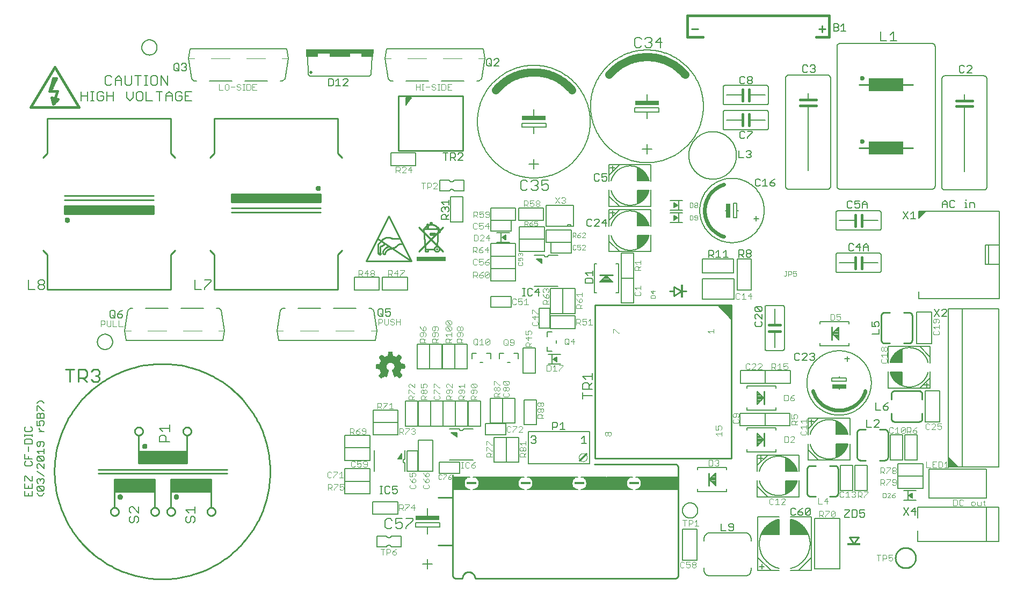
<source format=gto>
G75*
%MOIN*%
%OFA0B0*%
%FSLAX25Y25*%
%IPPOS*%
%LPD*%
%AMOC8*
5,1,8,0,0,1.08239X$1,22.5*
%
%ADD10C,0.00500*%
%ADD11C,0.01600*%
%ADD12C,0.00700*%
%ADD13C,0.00400*%
%ADD14R,0.01485X0.00015*%
%ADD15R,0.00045X0.00015*%
%ADD16R,0.00105X0.00015*%
%ADD17R,0.00165X0.00015*%
%ADD18R,0.00225X0.00015*%
%ADD19R,0.00285X0.00015*%
%ADD20R,0.00345X0.00015*%
%ADD21R,0.00405X0.00015*%
%ADD22R,0.00435X0.00015*%
%ADD23R,0.00465X0.00015*%
%ADD24R,0.00495X0.00015*%
%ADD25R,0.00540X0.00015*%
%ADD26R,0.00585X0.00015*%
%ADD27R,0.00645X0.00015*%
%ADD28R,0.00150X0.00015*%
%ADD29R,0.00675X0.00015*%
%ADD30R,0.00195X0.00015*%
%ADD31R,0.00705X0.00015*%
%ADD32R,0.00240X0.00015*%
%ADD33R,0.00735X0.00015*%
%ADD34R,0.00270X0.00015*%
%ADD35R,0.00765X0.00015*%
%ADD36R,0.00300X0.00015*%
%ADD37R,0.00810X0.00015*%
%ADD38R,0.00360X0.00015*%
%ADD39R,0.00855X0.00015*%
%ADD40R,0.00435X0.00015*%
%ADD41R,0.00915X0.00015*%
%ADD42R,0.00465X0.00015*%
%ADD43R,0.00945X0.00015*%
%ADD44R,0.00960X0.00015*%
%ADD45R,0.00525X0.00015*%
%ADD46R,0.00990X0.00015*%
%ADD47R,0.00555X0.00015*%
%ADD48R,0.01035X0.00015*%
%ADD49R,0.00600X0.00015*%
%ADD50R,0.01080X0.00015*%
%ADD51R,0.01125X0.00015*%
%ADD52R,0.01170X0.00015*%
%ADD53R,0.00720X0.00015*%
%ADD54R,0.01200X0.00015*%
%ADD55R,0.00750X0.00015*%
%ADD56R,0.01230X0.00015*%
%ADD57R,0.00780X0.00015*%
%ADD58R,0.01260X0.00015*%
%ADD59R,0.00810X0.00015*%
%ADD60R,0.01305X0.00015*%
%ADD61R,0.01365X0.00015*%
%ADD62R,0.00900X0.00015*%
%ADD63R,0.01395X0.00015*%
%ADD64R,0.01440X0.00015*%
%ADD65R,0.01470X0.00015*%
%ADD66R,0.01005X0.00015*%
%ADD67R,0.01500X0.00015*%
%ADD68R,0.01020X0.00015*%
%ADD69R,0.01530X0.00015*%
%ADD70R,0.01065X0.00015*%
%ADD71R,0.01575X0.00015*%
%ADD72R,0.01095X0.00015*%
%ADD73R,0.01635X0.00015*%
%ADD74R,0.01155X0.00015*%
%ADD75R,0.01680X0.00015*%
%ADD76R,0.01200X0.00015*%
%ADD77R,0.01710X0.00015*%
%ADD78R,0.01230X0.00015*%
%ADD79R,0.01725X0.00015*%
%ADD80R,0.01245X0.00015*%
%ADD81R,0.01755X0.00015*%
%ADD82R,0.01275X0.00015*%
%ADD83R,0.01800X0.00015*%
%ADD84R,0.01320X0.00015*%
%ADD85R,0.01860X0.00015*%
%ADD86R,0.01905X0.00015*%
%ADD87R,0.01410X0.00015*%
%ADD88R,0.01935X0.00015*%
%ADD89R,0.01455X0.00015*%
%ADD90R,0.01965X0.00015*%
%ADD91R,0.01485X0.00015*%
%ADD92R,0.01995X0.00015*%
%ADD93R,0.01515X0.00015*%
%ADD94R,0.02040X0.00015*%
%ADD95R,0.01530X0.00015*%
%ADD96R,0.02070X0.00015*%
%ADD97R,0.01575X0.00015*%
%ADD98R,0.02115X0.00015*%
%ADD99R,0.01620X0.00015*%
%ADD100R,0.02160X0.00015*%
%ADD101R,0.01665X0.00015*%
%ADD102R,0.02190X0.00015*%
%ADD103R,0.00075X0.00015*%
%ADD104R,0.01695X0.00015*%
%ADD105R,0.02220X0.00015*%
%ADD106R,0.00105X0.00015*%
%ADD107R,0.02235X0.00015*%
%ADD108R,0.00135X0.00015*%
%ADD109R,0.01755X0.00015*%
%ADD110R,0.02280X0.00015*%
%ADD111R,0.00180X0.00015*%
%ADD112R,0.01785X0.00015*%
%ADD113R,0.02340X0.00015*%
%ADD114R,0.00240X0.00015*%
%ADD115R,0.01830X0.00015*%
%ADD116R,0.02385X0.00015*%
%ADD117R,0.01890X0.00015*%
%ADD118R,0.02415X0.00015*%
%ADD119R,0.00330X0.00015*%
%ADD120R,0.00120X0.00015*%
%ADD121R,0.01920X0.00015*%
%ADD122R,0.02430X0.00015*%
%ADD123R,0.00375X0.00015*%
%ADD124R,0.02460X0.00015*%
%ADD125R,0.00405X0.00015*%
%ADD126R,0.00195X0.00015*%
%ADD127R,0.01965X0.00015*%
%ADD128R,0.02505X0.00015*%
%ADD129R,0.00210X0.00015*%
%ADD130R,0.02010X0.00015*%
%ADD131R,0.02535X0.00015*%
%ADD132R,0.00480X0.00015*%
%ADD133R,0.02580X0.00015*%
%ADD134R,0.00540X0.00015*%
%ADD135R,0.02085X0.00015*%
%ADD136R,0.02625X0.00015*%
%ADD137R,0.02130X0.00015*%
%ADD138R,0.02670X0.00015*%
%ADD139R,0.00630X0.00015*%
%ADD140R,0.02700X0.00015*%
%ADD141R,0.00660X0.00015*%
%ADD142R,0.00450X0.00015*%
%ADD143R,0.02190X0.00015*%
%ADD144R,0.02715X0.00015*%
%ADD145R,0.02205X0.00015*%
%ADD146R,0.02745X0.00015*%
%ADD147R,0.00510X0.00015*%
%ADD148R,0.02235X0.00015*%
%ADD149R,0.02775X0.00015*%
%ADD150R,0.02820X0.00015*%
%ADD151R,0.02310X0.00015*%
%ADD152R,0.02880X0.00015*%
%ADD153R,0.00855X0.00015*%
%ADD154R,0.02355X0.00015*%
%ADD155R,0.02895X0.00015*%
%ADD156R,0.00870X0.00015*%
%ADD157R,0.00660X0.00015*%
%ADD158R,0.02925X0.00015*%
%ADD159R,0.00690X0.00015*%
%ADD160R,0.02970X0.00015*%
%ADD161R,0.03000X0.00015*%
%ADD162R,0.00750X0.00015*%
%ADD163R,0.03045X0.00015*%
%ADD164R,0.01005X0.00015*%
%ADD165R,0.00780X0.00015*%
%ADD166R,0.02505X0.00015*%
%ADD167R,0.03090X0.00015*%
%ADD168R,0.01050X0.00015*%
%ADD169R,0.00825X0.00015*%
%ADD170R,0.02550X0.00015*%
%ADD171R,0.03135X0.00015*%
%ADD172R,0.01095X0.00015*%
%ADD173R,0.00870X0.00015*%
%ADD174R,0.03165X0.00015*%
%ADD175R,0.01125X0.00015*%
%ADD176R,0.02625X0.00015*%
%ADD177R,0.03195X0.00015*%
%ADD178R,0.01140X0.00015*%
%ADD179R,0.00930X0.00015*%
%ADD180R,0.02655X0.00015*%
%ADD181R,0.03210X0.00015*%
%ADD182R,0.00960X0.00015*%
%ADD183R,0.03240X0.00015*%
%ADD184R,0.02700X0.00015*%
%ADD185R,0.03285X0.00015*%
%ADD186R,0.01245X0.00015*%
%ADD187R,0.02745X0.00015*%
%ADD188R,0.03330X0.00015*%
%ADD189R,0.02790X0.00015*%
%ADD190R,0.03360X0.00015*%
%ADD191R,0.01110X0.00015*%
%ADD192R,0.02835X0.00015*%
%ADD193R,0.03390X0.00015*%
%ADD194R,0.01335X0.00015*%
%ADD195R,0.01140X0.00015*%
%ADD196R,0.02865X0.00015*%
%ADD197R,0.03420X0.00015*%
%ADD198R,0.01155X0.00015*%
%ADD199R,0.04905X0.00015*%
%ADD200R,0.04920X0.00015*%
%ADD201R,0.02940X0.00015*%
%ADD202R,0.04950X0.00015*%
%ADD203R,0.02985X0.00015*%
%ADD204R,0.04965X0.00015*%
%ADD205R,0.01275X0.00015*%
%ADD206R,0.03015X0.00015*%
%ADD207R,0.04980X0.00015*%
%ADD208R,0.03045X0.00015*%
%ADD209R,0.05010X0.00015*%
%ADD210R,0.01335X0.00015*%
%ADD211R,0.03075X0.00015*%
%ADD212R,0.01350X0.00015*%
%ADD213R,0.03105X0.00015*%
%ADD214R,0.05040X0.00015*%
%ADD215R,0.01380X0.00015*%
%ADD216R,0.05040X0.00015*%
%ADD217R,0.01410X0.00015*%
%ADD218R,0.03180X0.00015*%
%ADD219R,0.05070X0.00015*%
%ADD220R,0.03225X0.00015*%
%ADD221R,0.03255X0.00015*%
%ADD222R,0.05085X0.00015*%
%ADD223R,0.01515X0.00015*%
%ADD224R,0.03300X0.00015*%
%ADD225R,0.05100X0.00015*%
%ADD226R,0.04935X0.00015*%
%ADD227R,0.05115X0.00015*%
%ADD228R,0.04995X0.00015*%
%ADD229R,0.05130X0.00015*%
%ADD230R,0.05010X0.00015*%
%ADD231R,0.05130X0.00015*%
%ADD232R,0.05010X0.00015*%
%ADD233R,0.05025X0.00015*%
%ADD234R,0.05040X0.00015*%
%ADD235R,0.05055X0.00015*%
%ADD236R,0.05130X0.00015*%
%ADD237R,0.05085X0.00015*%
%ADD238R,0.05115X0.00015*%
%ADD239R,0.05145X0.00015*%
%ADD240R,0.05160X0.00015*%
%ADD241R,0.05130X0.00015*%
%ADD242R,0.05190X0.00015*%
%ADD243R,0.05190X0.00015*%
%ADD244R,0.05205X0.00015*%
%ADD245R,0.05220X0.00015*%
%ADD246R,0.05070X0.00015*%
%ADD247R,0.05085X0.00015*%
%ADD248R,0.05205X0.00015*%
%ADD249R,0.05220X0.00015*%
%ADD250R,0.05055X0.00015*%
%ADD251R,0.05025X0.00015*%
%ADD252R,0.05205X0.00015*%
%ADD253R,0.05025X0.00015*%
%ADD254R,0.05190X0.00015*%
%ADD255R,0.05190X0.00015*%
%ADD256R,0.04995X0.00015*%
%ADD257R,0.05175X0.00015*%
%ADD258R,0.04950X0.00015*%
%ADD259R,0.05145X0.00015*%
%ADD260R,0.05145X0.00015*%
%ADD261R,0.04920X0.00015*%
%ADD262R,0.04905X0.00015*%
%ADD263R,0.04905X0.00015*%
%ADD264R,0.05115X0.00015*%
%ADD265R,0.04890X0.00015*%
%ADD266R,0.04890X0.00015*%
%ADD267R,0.04875X0.00015*%
%ADD268R,0.04845X0.00015*%
%ADD269R,0.04830X0.00015*%
%ADD270R,0.04830X0.00015*%
%ADD271R,0.05070X0.00015*%
%ADD272R,0.04830X0.00015*%
%ADD273R,0.04815X0.00015*%
%ADD274R,0.04800X0.00015*%
%ADD275R,0.04800X0.00015*%
%ADD276R,0.05010X0.00015*%
%ADD277R,0.04785X0.00015*%
%ADD278R,0.04770X0.00015*%
%ADD279R,0.04770X0.00015*%
%ADD280R,0.04755X0.00015*%
%ADD281R,0.04740X0.00015*%
%ADD282R,0.04725X0.00015*%
%ADD283R,0.04725X0.00015*%
%ADD284R,0.04980X0.00015*%
%ADD285R,0.04710X0.00015*%
%ADD286R,0.04725X0.00015*%
%ADD287R,0.04710X0.00015*%
%ADD288R,0.04695X0.00015*%
%ADD289R,0.04680X0.00015*%
%ADD290R,0.04695X0.00015*%
%ADD291R,0.04680X0.00015*%
%ADD292R,0.04905X0.00015*%
%ADD293R,0.04665X0.00015*%
%ADD294R,0.04650X0.00015*%
%ADD295R,0.04635X0.00015*%
%ADD296R,0.04620X0.00015*%
%ADD297R,0.04620X0.00015*%
%ADD298R,0.04890X0.00015*%
%ADD299R,0.04605X0.00015*%
%ADD300R,0.04605X0.00015*%
%ADD301R,0.04590X0.00015*%
%ADD302R,0.04845X0.00015*%
%ADD303R,0.04575X0.00015*%
%ADD304R,0.04590X0.00015*%
%ADD305R,0.04575X0.00015*%
%ADD306R,0.04845X0.00015*%
%ADD307R,0.04560X0.00015*%
%ADD308R,0.04545X0.00015*%
%ADD309R,0.04530X0.00015*%
%ADD310R,0.04515X0.00015*%
%ADD311R,0.04530X0.00015*%
%ADD312R,0.04500X0.00015*%
%ADD313R,0.04515X0.00015*%
%ADD314R,0.04785X0.00015*%
%ADD315R,0.04485X0.00015*%
%ADD316R,0.04755X0.00015*%
%ADD317R,0.04470X0.00015*%
%ADD318R,0.04740X0.00015*%
%ADD319R,0.04485X0.00015*%
%ADD320R,0.04755X0.00015*%
%ADD321R,0.04545X0.00015*%
%ADD322R,0.04695X0.00015*%
%ADD323R,0.04680X0.00015*%
%ADD324R,0.04665X0.00015*%
%ADD325R,0.04725X0.00015*%
%ADD326R,0.04680X0.00015*%
%ADD327R,0.04860X0.00015*%
%ADD328R,0.04740X0.00015*%
%ADD329R,0.04875X0.00015*%
%ADD330R,0.04965X0.00015*%
%ADD331R,0.04860X0.00015*%
%ADD332R,0.04995X0.00015*%
%ADD333R,0.04875X0.00015*%
%ADD334R,0.04980X0.00015*%
%ADD335R,0.05235X0.00015*%
%ADD336R,0.05235X0.00015*%
%ADD337R,0.05250X0.00015*%
%ADD338R,0.05280X0.00015*%
%ADD339R,0.05295X0.00015*%
%ADD340R,0.05325X0.00015*%
%ADD341R,0.05340X0.00015*%
%ADD342R,0.05235X0.00015*%
%ADD343R,0.05355X0.00015*%
%ADD344R,0.05370X0.00015*%
%ADD345R,0.05265X0.00015*%
%ADD346R,0.05370X0.00015*%
%ADD347R,0.05280X0.00015*%
%ADD348R,0.05385X0.00015*%
%ADD349R,0.05295X0.00015*%
%ADD350R,0.05400X0.00015*%
%ADD351R,0.05415X0.00015*%
%ADD352R,0.05310X0.00015*%
%ADD353R,0.05430X0.00015*%
%ADD354R,0.05445X0.00015*%
%ADD355R,0.05460X0.00015*%
%ADD356R,0.05355X0.00015*%
%ADD357R,0.05475X0.00015*%
%ADD358R,0.05505X0.00015*%
%ADD359R,0.05520X0.00015*%
%ADD360R,0.05535X0.00015*%
%ADD361R,0.05550X0.00015*%
%ADD362R,0.05550X0.00015*%
%ADD363R,0.05475X0.00015*%
%ADD364R,0.05490X0.00015*%
%ADD365R,0.05475X0.00015*%
%ADD366R,0.05385X0.00015*%
%ADD367R,0.05370X0.00015*%
%ADD368R,0.05325X0.00015*%
%ADD369R,0.05310X0.00015*%
%ADD370R,0.05265X0.00015*%
%ADD371R,0.05175X0.00015*%
%ADD372R,0.04980X0.00015*%
%ADD373R,0.04965X0.00015*%
%ADD374R,0.04860X0.00015*%
%ADD375R,0.04845X0.00015*%
%ADD376R,0.04815X0.00015*%
%ADD377R,0.04770X0.00015*%
%ADD378R,0.05295X0.00015*%
%ADD379R,0.04635X0.00015*%
%ADD380R,0.05610X0.00015*%
%ADD381R,0.05700X0.00015*%
%ADD382R,0.05760X0.00015*%
%ADD383R,0.05805X0.00015*%
%ADD384R,0.05850X0.00015*%
%ADD385R,0.05895X0.00015*%
%ADD386R,0.06000X0.00015*%
%ADD387R,0.06135X0.00015*%
%ADD388R,0.06225X0.00015*%
%ADD389R,0.06300X0.00015*%
%ADD390R,0.06330X0.00015*%
%ADD391R,0.06375X0.00015*%
%ADD392R,0.06450X0.00015*%
%ADD393R,0.06570X0.00015*%
%ADD394R,0.05565X0.00015*%
%ADD395R,0.06690X0.00015*%
%ADD396R,0.06735X0.00015*%
%ADD397R,0.05790X0.00015*%
%ADD398R,0.06765X0.00015*%
%ADD399R,0.05850X0.00015*%
%ADD400R,0.06780X0.00015*%
%ADD401R,0.05895X0.00015*%
%ADD402R,0.06795X0.00015*%
%ADD403R,0.05955X0.00015*%
%ADD404R,0.06810X0.00015*%
%ADD405R,0.06060X0.00015*%
%ADD406R,0.06195X0.00015*%
%ADD407R,0.06825X0.00015*%
%ADD408R,0.06330X0.00015*%
%ADD409R,0.06840X0.00015*%
%ADD410R,0.06390X0.00015*%
%ADD411R,0.06495X0.00015*%
%ADD412R,0.06840X0.00015*%
%ADD413R,0.06555X0.00015*%
%ADD414R,0.06825X0.00015*%
%ADD415R,0.06645X0.00015*%
%ADD416R,0.06825X0.00015*%
%ADD417R,0.06705X0.00015*%
%ADD418R,0.06705X0.00015*%
%ADD419R,0.06810X0.00015*%
%ADD420R,0.06720X0.00015*%
%ADD421R,0.06795X0.00015*%
%ADD422R,0.06750X0.00015*%
%ADD423R,0.06765X0.00015*%
%ADD424R,0.06795X0.00015*%
%ADD425R,0.06780X0.00015*%
%ADD426R,0.06780X0.00015*%
%ADD427R,0.06750X0.00015*%
%ADD428R,0.06720X0.00015*%
%ADD429R,0.06720X0.00015*%
%ADD430R,0.06705X0.00015*%
%ADD431R,0.06705X0.00015*%
%ADD432R,0.06690X0.00015*%
%ADD433R,0.06675X0.00015*%
%ADD434R,0.06690X0.00015*%
%ADD435R,0.06675X0.00015*%
%ADD436R,0.06675X0.00015*%
%ADD437R,0.06660X0.00015*%
%ADD438R,0.06675X0.00015*%
%ADD439R,0.06660X0.00015*%
%ADD440R,0.06660X0.00015*%
%ADD441R,0.06645X0.00015*%
%ADD442R,0.06630X0.00015*%
%ADD443R,0.06660X0.00015*%
%ADD444R,0.06630X0.00015*%
%ADD445R,0.06645X0.00015*%
%ADD446R,0.06735X0.00015*%
%ADD447R,0.06765X0.00015*%
%ADD448R,0.06780X0.00015*%
%ADD449R,0.06825X0.00015*%
%ADD450R,0.06855X0.00015*%
%ADD451R,0.06855X0.00015*%
%ADD452R,0.06870X0.00015*%
%ADD453R,0.06885X0.00015*%
%ADD454R,0.06525X0.00015*%
%ADD455R,0.06405X0.00015*%
%ADD456R,0.06255X0.00015*%
%ADD457R,0.06165X0.00015*%
%ADD458R,0.06870X0.00015*%
%ADD459R,0.06120X0.00015*%
%ADD460R,0.06885X0.00015*%
%ADD461R,0.06060X0.00015*%
%ADD462R,0.06015X0.00015*%
%ADD463R,0.05910X0.00015*%
%ADD464R,0.05670X0.00015*%
%ADD465R,0.05595X0.00015*%
%ADD466R,0.06585X0.00015*%
%ADD467R,0.05160X0.00015*%
%ADD468R,0.06390X0.00015*%
%ADD469R,0.05025X0.00015*%
%ADD470R,0.06330X0.00015*%
%ADD471R,0.06075X0.00015*%
%ADD472R,0.05820X0.00015*%
%ADD473R,0.05775X0.00015*%
%ADD474R,0.05685X0.00015*%
%ADD475R,0.05460X0.00015*%
%ADD476R,0.04860X0.00015*%
%ADD477R,0.04935X0.00015*%
%ADD478R,0.05160X0.00015*%
%ADD479R,0.05325X0.00015*%
%ADD480R,0.05340X0.00015*%
%ADD481R,0.05355X0.00015*%
%ADD482R,0.05430X0.00015*%
%ADD483R,0.05535X0.00015*%
%ADD484R,0.05595X0.00015*%
%ADD485R,0.05640X0.00015*%
%ADD486R,0.05640X0.00015*%
%ADD487R,0.05670X0.00015*%
%ADD488R,0.05685X0.00015*%
%ADD489R,0.05700X0.00015*%
%ADD490R,0.05715X0.00015*%
%ADD491R,0.05715X0.00015*%
%ADD492R,0.05730X0.00015*%
%ADD493R,0.05745X0.00015*%
%ADD494R,0.05760X0.00015*%
%ADD495R,0.06000X0.00015*%
%ADD496R,0.06105X0.00015*%
%ADD497R,0.06180X0.00015*%
%ADD498R,0.06210X0.00015*%
%ADD499R,0.12690X0.00015*%
%ADD500R,0.12675X0.00015*%
%ADD501R,0.12660X0.00015*%
%ADD502R,0.12660X0.00015*%
%ADD503R,0.12645X0.00015*%
%ADD504R,0.12615X0.00015*%
%ADD505R,0.12600X0.00015*%
%ADD506R,0.12585X0.00015*%
%ADD507R,0.12555X0.00015*%
%ADD508R,0.12540X0.00015*%
%ADD509R,0.12525X0.00015*%
%ADD510R,0.12510X0.00015*%
%ADD511R,0.12510X0.00015*%
%ADD512R,0.12480X0.00015*%
%ADD513R,0.12450X0.00015*%
%ADD514R,0.12435X0.00015*%
%ADD515R,0.12420X0.00015*%
%ADD516R,0.12390X0.00015*%
%ADD517R,0.12375X0.00015*%
%ADD518R,0.12360X0.00015*%
%ADD519R,0.12330X0.00015*%
%ADD520R,0.12300X0.00015*%
%ADD521R,0.12285X0.00015*%
%ADD522R,0.12270X0.00015*%
%ADD523R,0.12255X0.00015*%
%ADD524R,0.12240X0.00015*%
%ADD525R,0.12225X0.00015*%
%ADD526R,0.12195X0.00015*%
%ADD527R,0.12165X0.00015*%
%ADD528R,0.12150X0.00015*%
%ADD529R,0.12135X0.00015*%
%ADD530R,0.12120X0.00015*%
%ADD531R,0.12090X0.00015*%
%ADD532R,0.12075X0.00015*%
%ADD533R,0.12060X0.00015*%
%ADD534R,0.12045X0.00015*%
%ADD535R,0.12015X0.00015*%
%ADD536R,0.12000X0.00015*%
%ADD537R,0.11985X0.00015*%
%ADD538R,0.11955X0.00015*%
%ADD539R,0.11940X0.00015*%
%ADD540R,0.11925X0.00015*%
%ADD541R,0.11910X0.00015*%
%ADD542R,0.11910X0.00015*%
%ADD543R,0.11880X0.00015*%
%ADD544R,0.11850X0.00015*%
%ADD545R,0.11835X0.00015*%
%ADD546R,0.11805X0.00015*%
%ADD547R,0.11775X0.00015*%
%ADD548R,0.11760X0.00015*%
%ADD549R,0.11745X0.00015*%
%ADD550R,0.11730X0.00015*%
%ADD551R,0.11700X0.00015*%
%ADD552R,0.11700X0.00015*%
%ADD553R,0.11685X0.00015*%
%ADD554R,0.11655X0.00015*%
%ADD555R,0.11640X0.00015*%
%ADD556R,0.11625X0.00015*%
%ADD557R,0.11625X0.00015*%
%ADD558R,0.11670X0.00015*%
%ADD559R,0.11715X0.00015*%
%ADD560R,0.11790X0.00015*%
%ADD561R,0.11820X0.00015*%
%ADD562R,0.11820X0.00015*%
%ADD563R,0.11880X0.00015*%
%ADD564R,0.11895X0.00015*%
%ADD565R,0.11970X0.00015*%
%ADD566R,0.12045X0.00015*%
%ADD567R,0.12075X0.00015*%
%ADD568R,0.12105X0.00015*%
%ADD569R,0.12135X0.00015*%
%ADD570R,0.12165X0.00015*%
%ADD571R,0.12180X0.00015*%
%ADD572R,0.12195X0.00015*%
%ADD573R,0.12210X0.00015*%
%ADD574R,0.12225X0.00015*%
%ADD575R,0.12255X0.00015*%
%ADD576R,0.12360X0.00015*%
%ADD577R,0.12390X0.00015*%
%ADD578R,0.12405X0.00015*%
%ADD579R,0.12435X0.00015*%
%ADD580R,0.12480X0.00015*%
%ADD581R,0.12480X0.00015*%
%ADD582R,0.12510X0.00015*%
%ADD583R,0.12570X0.00015*%
%ADD584R,0.12630X0.00015*%
%ADD585R,0.12675X0.00015*%
%ADD586R,0.12705X0.00015*%
%ADD587R,0.12735X0.00015*%
%ADD588R,0.12750X0.00015*%
%ADD589R,0.12780X0.00015*%
%ADD590R,0.12795X0.00015*%
%ADD591R,0.12810X0.00015*%
%ADD592R,0.12840X0.00015*%
%ADD593R,0.12855X0.00015*%
%ADD594R,0.12885X0.00015*%
%ADD595R,0.12900X0.00015*%
%ADD596R,0.12915X0.00015*%
%ADD597R,0.12945X0.00015*%
%ADD598R,0.12960X0.00015*%
%ADD599R,0.12990X0.00015*%
%ADD600R,0.13005X0.00015*%
%ADD601R,0.13020X0.00015*%
%ADD602R,0.13035X0.00015*%
%ADD603R,0.13065X0.00015*%
%ADD604R,0.13080X0.00015*%
%ADD605R,0.13110X0.00015*%
%ADD606R,0.13125X0.00015*%
%ADD607R,0.13155X0.00015*%
%ADD608R,0.13170X0.00015*%
%ADD609R,0.13200X0.00015*%
%ADD610R,0.13230X0.00015*%
%ADD611R,0.13260X0.00015*%
%ADD612R,0.13290X0.00015*%
%ADD613R,0.13320X0.00015*%
%ADD614R,0.13350X0.00015*%
%ADD615R,0.13365X0.00015*%
%ADD616R,0.13395X0.00015*%
%ADD617R,0.13425X0.00015*%
%ADD618R,0.13455X0.00015*%
%ADD619R,0.13470X0.00015*%
%ADD620R,0.13500X0.00015*%
%ADD621R,0.13530X0.00015*%
%ADD622R,0.13560X0.00015*%
%ADD623R,0.13575X0.00015*%
%ADD624R,0.13605X0.00015*%
%ADD625R,0.13635X0.00015*%
%ADD626R,0.13650X0.00015*%
%ADD627R,0.13680X0.00015*%
%ADD628R,0.13695X0.00015*%
%ADD629R,0.13725X0.00015*%
%ADD630R,0.13740X0.00015*%
%ADD631R,0.13770X0.00015*%
%ADD632R,0.13785X0.00015*%
%ADD633R,0.13800X0.00015*%
%ADD634R,0.13830X0.00015*%
%ADD635R,0.13860X0.00015*%
%ADD636R,0.13875X0.00015*%
%ADD637R,0.13905X0.00015*%
%ADD638R,0.13935X0.00015*%
%ADD639R,0.13950X0.00015*%
%ADD640R,0.13980X0.00015*%
%ADD641R,0.14010X0.00015*%
%ADD642R,0.14025X0.00015*%
%ADD643R,0.14055X0.00015*%
%ADD644R,0.14070X0.00015*%
%ADD645R,0.14085X0.00015*%
%ADD646R,0.14115X0.00015*%
%ADD647R,0.14145X0.00015*%
%ADD648R,0.14160X0.00015*%
%ADD649R,0.14190X0.00015*%
%ADD650R,0.14205X0.00015*%
%ADD651R,0.14220X0.00015*%
%ADD652R,0.14235X0.00015*%
%ADD653R,0.14265X0.00015*%
%ADD654R,0.14280X0.00015*%
%ADD655R,0.14295X0.00015*%
%ADD656R,0.14295X0.00015*%
%ADD657R,0.14250X0.00015*%
%ADD658R,0.14205X0.00015*%
%ADD659R,0.14175X0.00015*%
%ADD660R,0.14160X0.00015*%
%ADD661R,0.14130X0.00015*%
%ADD662R,0.14100X0.00015*%
%ADD663R,0.14040X0.00015*%
%ADD664R,0.14010X0.00015*%
%ADD665R,0.03465X0.00015*%
%ADD666R,0.10440X0.00015*%
%ADD667R,0.03420X0.00015*%
%ADD668R,0.10395X0.00015*%
%ADD669R,0.03375X0.00015*%
%ADD670R,0.10335X0.00015*%
%ADD671R,0.03570X0.00015*%
%ADD672R,0.06600X0.00015*%
%ADD673R,0.03525X0.00015*%
%ADD674R,0.03270X0.00015*%
%ADD675R,0.03495X0.00015*%
%ADD676R,0.03210X0.00015*%
%ADD677R,0.06480X0.00015*%
%ADD678R,0.03435X0.00015*%
%ADD679R,0.03165X0.00015*%
%ADD680R,0.03390X0.00015*%
%ADD681R,0.03120X0.00015*%
%ADD682R,0.06315X0.00015*%
%ADD683R,0.03345X0.00015*%
%ADD684R,0.03090X0.00015*%
%ADD685R,0.03075X0.00015*%
%ADD686R,0.06225X0.00015*%
%ADD687R,0.03270X0.00015*%
%ADD688R,0.06180X0.00015*%
%ADD689R,0.02970X0.00015*%
%ADD690R,0.06075X0.00015*%
%ADD691R,0.03195X0.00015*%
%ADD692R,0.02925X0.00015*%
%ADD693R,0.05985X0.00015*%
%ADD694R,0.03135X0.00015*%
%ADD695R,0.02850X0.00015*%
%ADD696R,0.05835X0.00015*%
%ADD697R,0.03030X0.00015*%
%ADD698R,0.02805X0.00015*%
%ADD699R,0.02730X0.00015*%
%ADD700R,0.05625X0.00015*%
%ADD701R,0.02925X0.00015*%
%ADD702R,0.02640X0.00015*%
%ADD703R,0.02595X0.00015*%
%ADD704R,0.02565X0.00015*%
%ADD705R,0.02760X0.00015*%
%ADD706R,0.02520X0.00015*%
%ADD707R,0.02730X0.00015*%
%ADD708R,0.02475X0.00015*%
%ADD709R,0.02685X0.00015*%
%ADD710R,0.02445X0.00015*%
%ADD711R,0.02400X0.00015*%
%ADD712R,0.02370X0.00015*%
%ADD713R,0.02565X0.00015*%
%ADD714R,0.02340X0.00015*%
%ADD715R,0.02325X0.00015*%
%ADD716R,0.02505X0.00015*%
%ADD717R,0.02280X0.00015*%
%ADD718R,0.02460X0.00015*%
%ADD719R,0.04560X0.00015*%
%ADD720R,0.02190X0.00015*%
%ADD721R,0.04440X0.00015*%
%ADD722R,0.02370X0.00015*%
%ADD723R,0.02145X0.00015*%
%ADD724R,0.04365X0.00015*%
%ADD725R,0.04320X0.00015*%
%ADD726R,0.02310X0.00015*%
%ADD727R,0.02100X0.00015*%
%ADD728R,0.04260X0.00015*%
%ADD729R,0.04200X0.00015*%
%ADD730R,0.02265X0.00015*%
%ADD731R,0.02040X0.00015*%
%ADD732R,0.04095X0.00015*%
%ADD733R,0.02220X0.00015*%
%ADD734R,0.03915X0.00015*%
%ADD735R,0.02175X0.00015*%
%ADD736R,0.03765X0.00015*%
%ADD737R,0.03675X0.00015*%
%ADD738R,0.01890X0.00015*%
%ADD739R,0.03615X0.00015*%
%ADD740R,0.02055X0.00015*%
%ADD741R,0.01860X0.00015*%
%ADD742R,0.03555X0.00015*%
%ADD743R,0.01815X0.00015*%
%ADD744R,0.03450X0.00015*%
%ADD745R,0.01725X0.00015*%
%ADD746R,0.03315X0.00015*%
%ADD747R,0.01905X0.00015*%
%ADD748R,0.01680X0.00015*%
%ADD749R,0.01650X0.00015*%
%ADD750R,0.01620X0.00015*%
%ADD751R,0.01590X0.00015*%
%ADD752R,0.01770X0.00015*%
%ADD753R,0.01560X0.00015*%
%ADD754R,0.03240X0.00015*%
%ADD755R,0.01740X0.00015*%
%ADD756R,0.01665X0.00015*%
%ADD757R,0.01455X0.00015*%
%ADD758R,0.01635X0.00015*%
%ADD759R,0.01410X0.00015*%
%ADD760R,0.01395X0.00015*%
%ADD761R,0.01365X0.00015*%
%ADD762R,0.01335X0.00015*%
%ADD763R,0.01290X0.00015*%
%ADD764R,0.03210X0.00015*%
%ADD765R,0.01455X0.00015*%
%ADD766R,0.01185X0.00015*%
%ADD767R,0.01290X0.00015*%
%ADD768R,0.01110X0.00015*%
%ADD769R,0.01260X0.00015*%
%ADD770R,0.03180X0.00015*%
%ADD771R,0.00975X0.00015*%
%ADD772R,0.03150X0.00015*%
%ADD773R,0.00885X0.00015*%
%ADD774R,0.03150X0.00015*%
%ADD775R,0.01050X0.00015*%
%ADD776R,0.00795X0.00015*%
%ADD777R,0.00885X0.00015*%
%ADD778R,0.00690X0.00015*%
%ADD779R,0.00840X0.00015*%
%ADD780R,0.00570X0.00015*%
%ADD781R,0.00525X0.00015*%
%ADD782R,0.03105X0.00015*%
%ADD783R,0.00660X0.00015*%
%ADD784R,0.00615X0.00015*%
%ADD785R,0.00420X0.00015*%
%ADD786R,0.00555X0.00015*%
%ADD787R,0.00390X0.00015*%
%ADD788R,0.00525X0.00015*%
%ADD789R,0.00360X0.00015*%
%ADD790R,0.00495X0.00015*%
%ADD791R,0.03075X0.00015*%
%ADD792R,0.00450X0.00015*%
%ADD793R,0.00225X0.00015*%
%ADD794R,0.00345X0.00015*%
%ADD795R,0.00255X0.00015*%
%ADD796R,0.03060X0.00015*%
%ADD797R,0.00180X0.00015*%
%ADD798R,0.00075X0.00015*%
%ADD799R,0.03000X0.00015*%
%ADD800R,0.02955X0.00015*%
%ADD801R,0.02940X0.00015*%
%ADD802R,0.02940X0.00015*%
%ADD803R,0.02910X0.00015*%
%ADD804R,0.02910X0.00015*%
%ADD805R,0.02865X0.00015*%
%ADD806R,0.02805X0.00015*%
%ADD807R,0.02775X0.00015*%
%ADD808R,0.02760X0.00015*%
%ADD809R,0.02655X0.00015*%
%ADD810R,0.02640X0.00015*%
%ADD811R,0.02610X0.00015*%
%ADD812R,0.02595X0.00015*%
%ADD813R,0.02535X0.00015*%
%ADD814R,0.02475X0.00015*%
%ADD815R,0.02175X0.00015*%
%ADD816R,0.01575X0.00015*%
%ADD817C,0.01000*%
%ADD818R,0.05906X0.01575*%
%ADD819R,0.21654X0.07874*%
%ADD820C,0.01378*%
%ADD821C,0.00600*%
%ADD822R,0.15000X0.02500*%
%ADD823C,0.00800*%
%ADD824R,0.01181X0.08268*%
%ADD825C,0.00300*%
%ADD826R,0.02500X0.09000*%
%ADD827C,0.02400*%
%ADD828R,0.00787X0.05512*%
%ADD829R,0.18000X0.03000*%
%ADD830R,0.08268X0.01181*%
%ADD831R,0.09000X0.02500*%
%ADD832C,0.01200*%
%ADD833C,0.00200*%
%ADD834C,0.02000*%
%ADD835R,0.42000X0.03000*%
%ADD836R,0.07500X0.02000*%
%ADD837R,0.13000X0.02000*%
%ADD838C,0.01500*%
%ADD839R,0.55118X0.04724*%
%ADD840R,0.25000X0.07500*%
%ADD841R,0.30000X0.07500*%
%ADD842C,0.00900*%
%ADD843C,0.05000*%
D10*
X0038989Y0077579D02*
X0043493Y0077579D01*
X0043493Y0080581D01*
X0043493Y0082183D02*
X0043493Y0085185D01*
X0043493Y0086787D02*
X0042742Y0086787D01*
X0039740Y0089789D01*
X0038989Y0089789D01*
X0038989Y0086787D01*
X0038989Y0085185D02*
X0038989Y0082183D01*
X0043493Y0082183D01*
X0041241Y0082183D02*
X0041241Y0083684D01*
X0043493Y0086787D02*
X0043493Y0089789D01*
X0046489Y0087504D02*
X0047240Y0088255D01*
X0047990Y0088255D01*
X0048741Y0087504D01*
X0049491Y0088255D01*
X0050242Y0088255D01*
X0050993Y0087504D01*
X0050993Y0086003D01*
X0050242Y0085252D01*
X0050242Y0083651D02*
X0050993Y0082900D01*
X0050993Y0081399D01*
X0050242Y0080648D01*
X0047240Y0083651D01*
X0050242Y0083651D01*
X0047240Y0083651D02*
X0046489Y0082900D01*
X0046489Y0081399D01*
X0047240Y0080648D01*
X0050242Y0080648D01*
X0050993Y0079080D02*
X0049491Y0077579D01*
X0047990Y0077579D01*
X0046489Y0079080D01*
X0041241Y0079080D02*
X0041241Y0077579D01*
X0038989Y0077579D02*
X0038989Y0080581D01*
X0046489Y0086003D02*
X0046489Y0087504D01*
X0046489Y0086003D02*
X0047240Y0085252D01*
X0048741Y0086753D02*
X0048741Y0087504D01*
X0050993Y0089856D02*
X0046489Y0092858D01*
X0047240Y0094460D02*
X0046489Y0095210D01*
X0046489Y0096712D01*
X0047240Y0097462D01*
X0047990Y0097462D01*
X0050993Y0094460D01*
X0050993Y0097462D01*
X0050242Y0099064D02*
X0047240Y0102066D01*
X0050242Y0102066D01*
X0050993Y0101316D01*
X0050993Y0099814D01*
X0050242Y0099064D01*
X0047240Y0099064D01*
X0046489Y0099814D01*
X0046489Y0101316D01*
X0047240Y0102066D01*
X0047990Y0103668D02*
X0046489Y0105169D01*
X0050993Y0105169D01*
X0050993Y0103668D02*
X0050993Y0106670D01*
X0050242Y0108272D02*
X0050993Y0109022D01*
X0050993Y0110523D01*
X0050242Y0111274D01*
X0047240Y0111274D01*
X0046489Y0110523D01*
X0046489Y0109022D01*
X0047240Y0108272D01*
X0047990Y0108272D01*
X0048741Y0109022D01*
X0048741Y0111274D01*
X0043493Y0112058D02*
X0042742Y0112809D01*
X0039740Y0112809D01*
X0038989Y0112058D01*
X0038989Y0109806D01*
X0043493Y0109806D01*
X0043493Y0112058D01*
X0043493Y0114410D02*
X0043493Y0115911D01*
X0043493Y0115161D02*
X0038989Y0115161D01*
X0038989Y0115911D02*
X0038989Y0114410D01*
X0039740Y0117479D02*
X0042742Y0117479D01*
X0043493Y0118230D01*
X0043493Y0119731D01*
X0042742Y0120482D01*
X0039740Y0120482D02*
X0038989Y0119731D01*
X0038989Y0118230D01*
X0039740Y0117479D01*
X0046489Y0121316D02*
X0048741Y0121316D01*
X0047990Y0122817D01*
X0047990Y0123568D01*
X0048741Y0124319D01*
X0050242Y0124319D01*
X0050993Y0123568D01*
X0050993Y0122067D01*
X0050242Y0121316D01*
X0047990Y0119731D02*
X0047990Y0118981D01*
X0049491Y0117479D01*
X0047990Y0117479D02*
X0050993Y0117479D01*
X0046489Y0121316D02*
X0046489Y0124319D01*
X0046489Y0125920D02*
X0046489Y0128172D01*
X0047240Y0128923D01*
X0047990Y0128923D01*
X0048741Y0128172D01*
X0048741Y0125920D01*
X0050993Y0125920D02*
X0046489Y0125920D01*
X0048741Y0128172D02*
X0049491Y0128923D01*
X0050242Y0128923D01*
X0050993Y0128172D01*
X0050993Y0125920D01*
X0050993Y0130524D02*
X0050242Y0130524D01*
X0047240Y0133526D01*
X0046489Y0133526D01*
X0046489Y0130524D01*
X0046489Y0135128D02*
X0047990Y0136629D01*
X0049491Y0136629D01*
X0050993Y0135128D01*
X0041241Y0108205D02*
X0041241Y0105202D01*
X0038989Y0103601D02*
X0038989Y0100598D01*
X0043493Y0100598D01*
X0042742Y0098997D02*
X0043493Y0098246D01*
X0043493Y0096745D01*
X0042742Y0095994D01*
X0039740Y0095994D01*
X0038989Y0096745D01*
X0038989Y0098246D01*
X0039740Y0098997D01*
X0041241Y0100598D02*
X0041241Y0102100D01*
X0084058Y0173303D02*
X0084060Y0173440D01*
X0084066Y0173578D01*
X0084076Y0173715D01*
X0084090Y0173851D01*
X0084108Y0173988D01*
X0084130Y0174123D01*
X0084156Y0174258D01*
X0084185Y0174392D01*
X0084219Y0174526D01*
X0084256Y0174658D01*
X0084298Y0174789D01*
X0084343Y0174919D01*
X0084392Y0175047D01*
X0084444Y0175174D01*
X0084501Y0175299D01*
X0084560Y0175423D01*
X0084624Y0175545D01*
X0084691Y0175665D01*
X0084761Y0175783D01*
X0084835Y0175899D01*
X0084912Y0176013D01*
X0084993Y0176124D01*
X0085076Y0176233D01*
X0085163Y0176340D01*
X0085253Y0176443D01*
X0085346Y0176545D01*
X0085442Y0176643D01*
X0085540Y0176739D01*
X0085642Y0176832D01*
X0085745Y0176922D01*
X0085852Y0177009D01*
X0085961Y0177092D01*
X0086072Y0177173D01*
X0086186Y0177250D01*
X0086302Y0177324D01*
X0086420Y0177394D01*
X0086540Y0177461D01*
X0086662Y0177525D01*
X0086786Y0177584D01*
X0086911Y0177641D01*
X0087038Y0177693D01*
X0087166Y0177742D01*
X0087296Y0177787D01*
X0087427Y0177829D01*
X0087559Y0177866D01*
X0087693Y0177900D01*
X0087827Y0177929D01*
X0087962Y0177955D01*
X0088097Y0177977D01*
X0088234Y0177995D01*
X0088370Y0178009D01*
X0088507Y0178019D01*
X0088645Y0178025D01*
X0088782Y0178027D01*
X0088919Y0178025D01*
X0089057Y0178019D01*
X0089194Y0178009D01*
X0089330Y0177995D01*
X0089467Y0177977D01*
X0089602Y0177955D01*
X0089737Y0177929D01*
X0089871Y0177900D01*
X0090005Y0177866D01*
X0090137Y0177829D01*
X0090268Y0177787D01*
X0090398Y0177742D01*
X0090526Y0177693D01*
X0090653Y0177641D01*
X0090778Y0177584D01*
X0090902Y0177525D01*
X0091024Y0177461D01*
X0091144Y0177394D01*
X0091262Y0177324D01*
X0091378Y0177250D01*
X0091492Y0177173D01*
X0091603Y0177092D01*
X0091712Y0177009D01*
X0091819Y0176922D01*
X0091922Y0176832D01*
X0092024Y0176739D01*
X0092122Y0176643D01*
X0092218Y0176545D01*
X0092311Y0176443D01*
X0092401Y0176340D01*
X0092488Y0176233D01*
X0092571Y0176124D01*
X0092652Y0176013D01*
X0092729Y0175899D01*
X0092803Y0175783D01*
X0092873Y0175665D01*
X0092940Y0175545D01*
X0093004Y0175423D01*
X0093063Y0175299D01*
X0093120Y0175174D01*
X0093172Y0175047D01*
X0093221Y0174919D01*
X0093266Y0174789D01*
X0093308Y0174658D01*
X0093345Y0174526D01*
X0093379Y0174392D01*
X0093408Y0174258D01*
X0093434Y0174123D01*
X0093456Y0173988D01*
X0093474Y0173851D01*
X0093488Y0173715D01*
X0093498Y0173578D01*
X0093504Y0173440D01*
X0093506Y0173303D01*
X0093504Y0173166D01*
X0093498Y0173028D01*
X0093488Y0172891D01*
X0093474Y0172755D01*
X0093456Y0172618D01*
X0093434Y0172483D01*
X0093408Y0172348D01*
X0093379Y0172214D01*
X0093345Y0172080D01*
X0093308Y0171948D01*
X0093266Y0171817D01*
X0093221Y0171687D01*
X0093172Y0171559D01*
X0093120Y0171432D01*
X0093063Y0171307D01*
X0093004Y0171183D01*
X0092940Y0171061D01*
X0092873Y0170941D01*
X0092803Y0170823D01*
X0092729Y0170707D01*
X0092652Y0170593D01*
X0092571Y0170482D01*
X0092488Y0170373D01*
X0092401Y0170266D01*
X0092311Y0170163D01*
X0092218Y0170061D01*
X0092122Y0169963D01*
X0092024Y0169867D01*
X0091922Y0169774D01*
X0091819Y0169684D01*
X0091712Y0169597D01*
X0091603Y0169514D01*
X0091492Y0169433D01*
X0091378Y0169356D01*
X0091262Y0169282D01*
X0091144Y0169212D01*
X0091024Y0169145D01*
X0090902Y0169081D01*
X0090778Y0169022D01*
X0090653Y0168965D01*
X0090526Y0168913D01*
X0090398Y0168864D01*
X0090268Y0168819D01*
X0090137Y0168777D01*
X0090005Y0168740D01*
X0089871Y0168706D01*
X0089737Y0168677D01*
X0089602Y0168651D01*
X0089467Y0168629D01*
X0089330Y0168611D01*
X0089194Y0168597D01*
X0089057Y0168587D01*
X0088919Y0168581D01*
X0088782Y0168579D01*
X0088645Y0168581D01*
X0088507Y0168587D01*
X0088370Y0168597D01*
X0088234Y0168611D01*
X0088097Y0168629D01*
X0087962Y0168651D01*
X0087827Y0168677D01*
X0087693Y0168706D01*
X0087559Y0168740D01*
X0087427Y0168777D01*
X0087296Y0168819D01*
X0087166Y0168864D01*
X0087038Y0168913D01*
X0086911Y0168965D01*
X0086786Y0169022D01*
X0086662Y0169081D01*
X0086540Y0169145D01*
X0086420Y0169212D01*
X0086302Y0169282D01*
X0086186Y0169356D01*
X0086072Y0169433D01*
X0085961Y0169514D01*
X0085852Y0169597D01*
X0085745Y0169684D01*
X0085642Y0169774D01*
X0085540Y0169867D01*
X0085442Y0169963D01*
X0085346Y0170061D01*
X0085253Y0170163D01*
X0085163Y0170266D01*
X0085076Y0170373D01*
X0084993Y0170482D01*
X0084912Y0170593D01*
X0084835Y0170707D01*
X0084761Y0170823D01*
X0084691Y0170941D01*
X0084624Y0171061D01*
X0084560Y0171183D01*
X0084501Y0171307D01*
X0084444Y0171432D01*
X0084392Y0171559D01*
X0084343Y0171687D01*
X0084298Y0171817D01*
X0084256Y0171948D01*
X0084219Y0172080D01*
X0084185Y0172214D01*
X0084156Y0172348D01*
X0084130Y0172483D01*
X0084108Y0172618D01*
X0084090Y0172755D01*
X0084076Y0172891D01*
X0084066Y0173028D01*
X0084060Y0173166D01*
X0084058Y0173303D01*
X0092701Y0188295D02*
X0091950Y0189046D01*
X0091950Y0192048D01*
X0092701Y0192799D01*
X0094202Y0192799D01*
X0094953Y0192048D01*
X0094953Y0189046D01*
X0094202Y0188295D01*
X0092701Y0188295D01*
X0093452Y0189797D02*
X0094953Y0188295D01*
X0096554Y0189046D02*
X0097305Y0188295D01*
X0098806Y0188295D01*
X0099557Y0189046D01*
X0099557Y0189797D01*
X0098806Y0190547D01*
X0096554Y0190547D01*
X0096554Y0189046D01*
X0096554Y0190547D02*
X0098055Y0192048D01*
X0099557Y0192799D01*
X0237709Y0115083D02*
X0253245Y0115083D01*
X0253245Y0107343D01*
X0237709Y0107343D01*
X0237709Y0115083D01*
X0237709Y0107333D02*
X0237709Y0099593D01*
X0253245Y0099593D01*
X0253245Y0107333D01*
X0237709Y0107333D01*
X0255209Y0115343D02*
X0255209Y0123083D01*
X0270745Y0123083D01*
X0270745Y0115343D01*
X0255209Y0115343D01*
X0255209Y0123093D02*
X0255209Y0130833D01*
X0270745Y0130833D01*
X0270745Y0123093D01*
X0255209Y0123093D01*
X0275357Y0120945D02*
X0275357Y0136480D01*
X0283097Y0136480D01*
X0283097Y0120945D01*
X0275357Y0120945D01*
X0283107Y0120945D02*
X0283107Y0136480D01*
X0290847Y0136480D01*
X0290847Y0120945D01*
X0283107Y0120945D01*
X0290857Y0120945D02*
X0298597Y0120945D01*
X0298597Y0136480D01*
X0290857Y0136480D01*
X0290857Y0120945D01*
X0298607Y0120945D02*
X0298607Y0136480D01*
X0306347Y0136480D01*
X0306347Y0120945D01*
X0298607Y0120945D01*
X0306357Y0120945D02*
X0306357Y0136480D01*
X0314097Y0136480D01*
X0314097Y0120945D01*
X0306357Y0120945D01*
X0314107Y0120945D02*
X0321847Y0120945D01*
X0321847Y0136480D01*
X0314107Y0136480D01*
X0314107Y0120945D01*
X0324928Y0122333D02*
X0324928Y0115593D01*
X0337526Y0115593D01*
X0337526Y0122333D01*
X0324928Y0122333D01*
X0327857Y0122695D02*
X0335597Y0122695D01*
X0335597Y0138230D01*
X0327857Y0138230D01*
X0327857Y0122695D01*
X0335607Y0122695D02*
X0343347Y0122695D01*
X0343347Y0138230D01*
X0335607Y0138230D01*
X0335607Y0122695D01*
X0337847Y0113980D02*
X0330107Y0113980D01*
X0330107Y0098445D01*
X0337847Y0098445D01*
X0337847Y0113980D01*
X0337857Y0113980D02*
X0345597Y0113980D01*
X0345597Y0098445D01*
X0337857Y0098445D01*
X0337857Y0113980D01*
X0348857Y0121695D02*
X0356597Y0121695D01*
X0356597Y0137230D01*
X0348857Y0137230D01*
X0348857Y0121695D01*
X0353978Y0114716D02*
X0353227Y0113966D01*
X0353978Y0114716D02*
X0355479Y0114716D01*
X0356230Y0113966D01*
X0356230Y0113215D01*
X0355479Y0112465D01*
X0356230Y0111714D01*
X0356230Y0110963D01*
X0355479Y0110213D01*
X0353978Y0110213D01*
X0353227Y0110963D01*
X0354728Y0112465D02*
X0355479Y0112465D01*
X0366727Y0118763D02*
X0366727Y0123266D01*
X0368979Y0123266D01*
X0369730Y0122516D01*
X0369730Y0121015D01*
X0368979Y0120264D01*
X0366727Y0120264D01*
X0371331Y0121765D02*
X0372832Y0123266D01*
X0372832Y0118763D01*
X0371331Y0118763D02*
X0374334Y0118763D01*
X0384727Y0113215D02*
X0386228Y0114716D01*
X0386228Y0110213D01*
X0384727Y0110213D02*
X0387730Y0110213D01*
X0384944Y0089204D02*
X0385609Y0089002D01*
X0386221Y0088674D01*
X0386758Y0088234D01*
X0387199Y0087697D01*
X0387526Y0087084D01*
X0387728Y0086420D01*
X0387796Y0085728D01*
X0387796Y0084941D01*
X0387728Y0084250D01*
X0387526Y0083585D01*
X0387199Y0082972D01*
X0386758Y0082435D01*
X0386221Y0081995D01*
X0385609Y0081667D01*
X0384944Y0081466D01*
X0384253Y0081398D01*
X0400001Y0081398D01*
X0400001Y0089272D01*
X0384253Y0089272D01*
X0384944Y0089204D01*
X0385567Y0089015D02*
X0400001Y0089015D01*
X0400394Y0089015D02*
X0414828Y0089015D01*
X0414786Y0089002D02*
X0415451Y0089204D01*
X0416142Y0089272D01*
X0400394Y0089272D01*
X0400394Y0081398D01*
X0416142Y0081398D01*
X0415451Y0081466D01*
X0414786Y0081667D01*
X0414174Y0081995D01*
X0413637Y0082435D01*
X0413196Y0082972D01*
X0412869Y0083585D01*
X0412667Y0084250D01*
X0412599Y0084941D01*
X0412599Y0085728D01*
X0412667Y0086420D01*
X0412869Y0087084D01*
X0413196Y0087697D01*
X0413637Y0088234D01*
X0414174Y0088674D01*
X0414786Y0089002D01*
X0413981Y0088516D02*
X0400394Y0088516D01*
X0400001Y0088516D02*
X0386414Y0088516D01*
X0386936Y0088018D02*
X0400001Y0088018D01*
X0400394Y0088018D02*
X0413459Y0088018D01*
X0413101Y0087519D02*
X0400394Y0087519D01*
X0400001Y0087519D02*
X0387294Y0087519D01*
X0387546Y0087021D02*
X0400001Y0087021D01*
X0400394Y0087021D02*
X0412849Y0087021D01*
X0412698Y0086522D02*
X0400394Y0086522D01*
X0400001Y0086522D02*
X0387697Y0086522D01*
X0387767Y0086024D02*
X0400001Y0086024D01*
X0400394Y0086024D02*
X0412628Y0086024D01*
X0412599Y0085525D02*
X0400394Y0085525D01*
X0400001Y0085525D02*
X0387796Y0085525D01*
X0387796Y0085027D02*
X0400001Y0085027D01*
X0400394Y0085027D02*
X0412599Y0085027D01*
X0412640Y0084528D02*
X0400394Y0084528D01*
X0400001Y0084528D02*
X0387755Y0084528D01*
X0387661Y0084029D02*
X0400001Y0084029D01*
X0400394Y0084029D02*
X0412734Y0084029D01*
X0412898Y0083531D02*
X0400394Y0083531D01*
X0400001Y0083531D02*
X0387497Y0083531D01*
X0387231Y0083032D02*
X0400001Y0083032D01*
X0400394Y0083032D02*
X0413164Y0083032D01*
X0413556Y0082534D02*
X0400394Y0082534D01*
X0400001Y0082534D02*
X0386839Y0082534D01*
X0386271Y0082035D02*
X0400001Y0082035D01*
X0400394Y0082035D02*
X0414124Y0082035D01*
X0415216Y0081537D02*
X0400394Y0081537D01*
X0400001Y0081537D02*
X0385179Y0081537D01*
X0382284Y0081398D02*
X0381593Y0081466D01*
X0380928Y0081667D01*
X0380316Y0081995D01*
X0379779Y0082435D01*
X0379338Y0082972D01*
X0379011Y0083585D01*
X0378809Y0084250D01*
X0378741Y0084941D01*
X0378741Y0085728D01*
X0378809Y0086420D01*
X0379011Y0087084D01*
X0379338Y0087697D01*
X0379779Y0088234D01*
X0380316Y0088674D01*
X0380928Y0089002D01*
X0381593Y0089204D01*
X0382284Y0089272D01*
X0366536Y0089272D01*
X0366536Y0081398D01*
X0382284Y0081398D01*
X0381358Y0081537D02*
X0366536Y0081537D01*
X0351714Y0081537D01*
X0351479Y0081466D02*
X0350788Y0081398D01*
X0366536Y0081398D01*
X0366536Y0089272D01*
X0350788Y0089272D01*
X0351479Y0089204D01*
X0352144Y0089002D01*
X0352757Y0088674D01*
X0353294Y0088234D01*
X0353734Y0087697D01*
X0354062Y0087084D01*
X0354263Y0086420D01*
X0354331Y0085728D01*
X0354331Y0084941D01*
X0354263Y0084250D01*
X0354062Y0083585D01*
X0353734Y0082972D01*
X0353294Y0082435D01*
X0352757Y0081995D01*
X0352144Y0081667D01*
X0351479Y0081466D01*
X0352806Y0082035D02*
X0366536Y0082035D01*
X0380266Y0082035D01*
X0379698Y0082534D02*
X0366536Y0082534D01*
X0353374Y0082534D01*
X0353766Y0083032D02*
X0366536Y0083032D01*
X0379306Y0083032D01*
X0379039Y0083531D02*
X0366536Y0083531D01*
X0354033Y0083531D01*
X0354196Y0084029D02*
X0366536Y0084029D01*
X0378876Y0084029D01*
X0378781Y0084528D02*
X0366536Y0084528D01*
X0354291Y0084528D01*
X0354331Y0085027D02*
X0366536Y0085027D01*
X0378741Y0085027D01*
X0378741Y0085525D02*
X0366536Y0085525D01*
X0354331Y0085525D01*
X0354302Y0086024D02*
X0366536Y0086024D01*
X0378770Y0086024D01*
X0378840Y0086522D02*
X0366536Y0086522D01*
X0354232Y0086522D01*
X0354081Y0087021D02*
X0366536Y0087021D01*
X0378991Y0087021D01*
X0379243Y0087519D02*
X0366536Y0087519D01*
X0353829Y0087519D01*
X0353471Y0088018D02*
X0366536Y0088018D01*
X0379601Y0088018D01*
X0380123Y0088516D02*
X0366536Y0088516D01*
X0352950Y0088516D01*
X0352102Y0089015D02*
X0366536Y0089015D01*
X0380970Y0089015D01*
X0348820Y0089272D02*
X0333072Y0089272D01*
X0333072Y0081398D01*
X0348820Y0081398D01*
X0348128Y0081466D01*
X0347464Y0081667D01*
X0346851Y0081995D01*
X0346314Y0082435D01*
X0345873Y0082972D01*
X0345546Y0083585D01*
X0345344Y0084250D01*
X0345276Y0084941D01*
X0345276Y0085728D01*
X0345344Y0086420D01*
X0345546Y0087084D01*
X0345873Y0087697D01*
X0346314Y0088234D01*
X0346851Y0088674D01*
X0347464Y0089002D01*
X0348128Y0089204D01*
X0348820Y0089272D01*
X0347505Y0089015D02*
X0333072Y0089015D01*
X0318638Y0089015D01*
X0318679Y0089002D02*
X0319292Y0088674D01*
X0319829Y0088234D01*
X0320270Y0087697D01*
X0320597Y0087084D01*
X0320799Y0086420D01*
X0320867Y0085728D01*
X0320867Y0084941D01*
X0320799Y0084250D01*
X0320597Y0083585D01*
X0320270Y0082972D01*
X0319829Y0082435D01*
X0319292Y0081995D01*
X0318679Y0081667D01*
X0318015Y0081466D01*
X0317323Y0081398D01*
X0333072Y0081398D01*
X0333072Y0089272D01*
X0317323Y0089272D01*
X0318015Y0089204D01*
X0318679Y0089002D01*
X0319485Y0088516D02*
X0333072Y0088516D01*
X0346658Y0088516D01*
X0346137Y0088018D02*
X0333072Y0088018D01*
X0320006Y0088018D01*
X0320365Y0087519D02*
X0333072Y0087519D01*
X0345778Y0087519D01*
X0345527Y0087021D02*
X0333072Y0087021D01*
X0320616Y0087021D01*
X0320768Y0086522D02*
X0333072Y0086522D01*
X0345375Y0086522D01*
X0345305Y0086024D02*
X0333072Y0086024D01*
X0320838Y0086024D01*
X0320867Y0085525D02*
X0333072Y0085525D01*
X0345276Y0085525D01*
X0345276Y0085027D02*
X0333072Y0085027D01*
X0320867Y0085027D01*
X0320826Y0084528D02*
X0333072Y0084528D01*
X0345317Y0084528D01*
X0345411Y0084029D02*
X0333072Y0084029D01*
X0320732Y0084029D01*
X0320568Y0083531D02*
X0333072Y0083531D01*
X0345575Y0083531D01*
X0345841Y0083032D02*
X0333072Y0083032D01*
X0320302Y0083032D01*
X0319910Y0082534D02*
X0333072Y0082534D01*
X0346233Y0082534D01*
X0346801Y0082035D02*
X0333072Y0082035D01*
X0319342Y0082035D01*
X0318250Y0081537D02*
X0333072Y0081537D01*
X0347894Y0081537D01*
X0315355Y0081398D02*
X0314664Y0081466D01*
X0313999Y0081667D01*
X0313386Y0081995D01*
X0312849Y0082435D01*
X0312409Y0082972D01*
X0312081Y0083585D01*
X0311880Y0084250D01*
X0311812Y0084941D01*
X0311812Y0085728D01*
X0311880Y0086420D01*
X0312081Y0087084D01*
X0312409Y0087697D01*
X0312849Y0088234D01*
X0313386Y0088674D01*
X0313999Y0089002D01*
X0314664Y0089204D01*
X0315355Y0089272D01*
X0304725Y0089272D01*
X0304725Y0081398D01*
X0315355Y0081398D01*
X0314429Y0081537D02*
X0304725Y0081537D01*
X0304725Y0082035D02*
X0313337Y0082035D01*
X0312769Y0082534D02*
X0304725Y0082534D01*
X0304725Y0083032D02*
X0312377Y0083032D01*
X0312110Y0083531D02*
X0304725Y0083531D01*
X0304725Y0084029D02*
X0311947Y0084029D01*
X0311852Y0084528D02*
X0304725Y0084528D01*
X0304725Y0085027D02*
X0311812Y0085027D01*
X0311812Y0085525D02*
X0304725Y0085525D01*
X0304725Y0086024D02*
X0311841Y0086024D01*
X0311911Y0086522D02*
X0304725Y0086522D01*
X0304725Y0087021D02*
X0312062Y0087021D01*
X0312314Y0087519D02*
X0304725Y0087519D01*
X0304725Y0088018D02*
X0312672Y0088018D01*
X0313193Y0088516D02*
X0304725Y0088516D01*
X0304725Y0089015D02*
X0314041Y0089015D01*
X0308776Y0091593D02*
X0296178Y0091593D01*
X0296178Y0098333D01*
X0308776Y0098333D01*
X0308776Y0091593D01*
X0292347Y0092726D02*
X0283107Y0092726D01*
X0283107Y0112199D01*
X0292347Y0112199D01*
X0292347Y0092726D01*
X0283097Y0092913D02*
X0276357Y0092913D01*
X0276357Y0105512D01*
X0283097Y0105512D01*
X0283097Y0092913D01*
X0270153Y0083466D02*
X0267150Y0083466D01*
X0267150Y0081215D01*
X0268652Y0081965D01*
X0269402Y0081965D01*
X0270153Y0081215D01*
X0270153Y0079713D01*
X0269402Y0078963D01*
X0267901Y0078963D01*
X0267150Y0079713D01*
X0265549Y0079713D02*
X0264798Y0078963D01*
X0263297Y0078963D01*
X0262546Y0079713D01*
X0262546Y0082716D01*
X0263297Y0083466D01*
X0264798Y0083466D01*
X0265549Y0082716D01*
X0260978Y0083466D02*
X0259477Y0083466D01*
X0260228Y0083466D02*
X0260228Y0078963D01*
X0260978Y0078963D02*
X0259477Y0078963D01*
X0253245Y0078843D02*
X0237709Y0078843D01*
X0237709Y0086583D01*
X0253245Y0086583D01*
X0253245Y0078843D01*
X0254959Y0073833D02*
X0254959Y0066093D01*
X0270495Y0066093D01*
X0270495Y0073833D01*
X0254959Y0073833D01*
X0253245Y0086593D02*
X0237709Y0086593D01*
X0237709Y0094333D01*
X0253245Y0094333D01*
X0253245Y0086593D01*
X0282607Y0156445D02*
X0290347Y0156445D01*
X0290347Y0171980D01*
X0282607Y0171980D01*
X0282607Y0156445D01*
X0290357Y0156445D02*
X0298097Y0156445D01*
X0298097Y0171980D01*
X0290357Y0171980D01*
X0290357Y0156445D01*
X0298107Y0156445D02*
X0305847Y0156445D01*
X0305847Y0171980D01*
X0298107Y0171980D01*
X0298107Y0156445D01*
X0305857Y0156445D02*
X0305857Y0171980D01*
X0313597Y0171980D01*
X0313597Y0156445D01*
X0305857Y0156445D01*
X0348107Y0153945D02*
X0348107Y0169480D01*
X0355847Y0169480D01*
X0355847Y0153945D01*
X0348107Y0153945D01*
X0358357Y0181663D02*
X0365097Y0181663D01*
X0365097Y0194262D01*
X0358357Y0194262D01*
X0358357Y0181663D01*
X0365209Y0181593D02*
X0365209Y0189333D01*
X0380745Y0189333D01*
X0380745Y0181593D01*
X0365209Y0181593D01*
X0365107Y0190945D02*
X0365107Y0206480D01*
X0372847Y0206480D01*
X0372847Y0190945D01*
X0365107Y0190945D01*
X0372857Y0190945D02*
X0380597Y0190945D01*
X0380597Y0206480D01*
X0372857Y0206480D01*
X0372857Y0190945D01*
X0357975Y0201963D02*
X0357975Y0206466D01*
X0355723Y0204215D01*
X0358726Y0204215D01*
X0354122Y0205716D02*
X0353371Y0206466D01*
X0351870Y0206466D01*
X0351119Y0205716D01*
X0351119Y0202713D01*
X0351870Y0201963D01*
X0353371Y0201963D01*
X0354122Y0202713D01*
X0349551Y0201963D02*
X0348050Y0201963D01*
X0348801Y0201963D02*
X0348801Y0206466D01*
X0349551Y0206466D02*
X0348050Y0206466D01*
X0343745Y0211093D02*
X0328209Y0211093D01*
X0328209Y0218833D01*
X0343745Y0218833D01*
X0343745Y0211093D01*
X0343745Y0218843D02*
X0328209Y0218843D01*
X0328209Y0226583D01*
X0343745Y0226583D01*
X0343745Y0218843D01*
X0343745Y0226593D02*
X0328209Y0226593D01*
X0328209Y0234333D01*
X0343745Y0234333D01*
X0343745Y0226593D01*
X0345959Y0229343D02*
X0345959Y0237083D01*
X0361495Y0237083D01*
X0361495Y0229343D01*
X0345959Y0229343D01*
X0345959Y0237093D02*
X0345959Y0244833D01*
X0361495Y0244833D01*
X0361495Y0237093D01*
X0345959Y0237093D01*
X0340776Y0242093D02*
X0340776Y0248833D01*
X0328178Y0248833D01*
X0328178Y0242093D01*
X0340776Y0242093D01*
X0343745Y0248843D02*
X0328209Y0248843D01*
X0328209Y0256583D01*
X0343745Y0256583D01*
X0343745Y0248843D01*
X0345459Y0248843D02*
X0345459Y0256583D01*
X0360995Y0256583D01*
X0360995Y0248843D01*
X0345459Y0248843D01*
X0362709Y0242833D02*
X0362709Y0235093D01*
X0378245Y0235093D01*
X0378245Y0242833D01*
X0362709Y0242833D01*
X0365678Y0235083D02*
X0378276Y0235083D01*
X0378276Y0228343D01*
X0365678Y0228343D01*
X0365678Y0235083D01*
X0388065Y0245813D02*
X0388065Y0248816D01*
X0388816Y0249566D01*
X0390317Y0249566D01*
X0391068Y0248816D01*
X0392669Y0248816D02*
X0393420Y0249566D01*
X0394921Y0249566D01*
X0395672Y0248816D01*
X0395672Y0248065D01*
X0392669Y0245063D01*
X0395672Y0245063D01*
X0397273Y0247315D02*
X0400276Y0247315D01*
X0399525Y0249566D02*
X0397273Y0247315D01*
X0399525Y0245063D02*
X0399525Y0249566D01*
X0391068Y0245813D02*
X0390317Y0245063D01*
X0388816Y0245063D01*
X0388065Y0245813D01*
X0402977Y0245463D02*
X0403050Y0245749D01*
X0403131Y0246033D01*
X0403218Y0246315D01*
X0403313Y0246595D01*
X0403414Y0246873D01*
X0403522Y0247147D01*
X0403637Y0247420D01*
X0403758Y0247689D01*
X0403886Y0247955D01*
X0404020Y0248218D01*
X0404161Y0248478D01*
X0404308Y0248734D01*
X0404461Y0248987D01*
X0404620Y0249236D01*
X0404786Y0249481D01*
X0404957Y0249721D01*
X0405134Y0249958D01*
X0405317Y0250190D01*
X0405505Y0250417D01*
X0405699Y0250640D01*
X0405898Y0250858D01*
X0406103Y0251071D01*
X0406313Y0251279D01*
X0406527Y0251482D01*
X0406747Y0251680D01*
X0406971Y0251872D01*
X0407200Y0252058D01*
X0407434Y0252239D01*
X0407672Y0252415D01*
X0407914Y0252584D01*
X0408160Y0252747D01*
X0408410Y0252905D01*
X0408664Y0253056D01*
X0408921Y0253201D01*
X0409182Y0253339D01*
X0409446Y0253471D01*
X0409713Y0253597D01*
X0409984Y0253716D01*
X0410257Y0253829D01*
X0410533Y0253935D01*
X0410811Y0254034D01*
X0411092Y0254126D01*
X0411374Y0254211D01*
X0411659Y0254290D01*
X0411946Y0254361D01*
X0412234Y0254425D01*
X0412524Y0254483D01*
X0412815Y0254533D01*
X0413107Y0254576D01*
X0413400Y0254612D01*
X0413694Y0254641D01*
X0413989Y0254662D01*
X0414284Y0254677D01*
X0414579Y0254684D01*
X0414875Y0254684D01*
X0415170Y0254677D01*
X0415465Y0254662D01*
X0415760Y0254641D01*
X0416054Y0254612D01*
X0416347Y0254576D01*
X0416639Y0254533D01*
X0416930Y0254483D01*
X0417220Y0254425D01*
X0417508Y0254361D01*
X0417795Y0254290D01*
X0418080Y0254211D01*
X0418362Y0254126D01*
X0418643Y0254034D01*
X0418921Y0253935D01*
X0419197Y0253829D01*
X0419470Y0253716D01*
X0419741Y0253597D01*
X0420008Y0253471D01*
X0420272Y0253339D01*
X0420533Y0253201D01*
X0420790Y0253056D01*
X0421044Y0252905D01*
X0421294Y0252747D01*
X0421540Y0252584D01*
X0421782Y0252415D01*
X0422020Y0252239D01*
X0422254Y0252058D01*
X0422483Y0251872D01*
X0422707Y0251680D01*
X0422927Y0251482D01*
X0423141Y0251279D01*
X0423351Y0251071D01*
X0423556Y0250858D01*
X0423755Y0250640D01*
X0423949Y0250417D01*
X0424137Y0250190D01*
X0424320Y0249958D01*
X0424497Y0249721D01*
X0424668Y0249481D01*
X0424834Y0249236D01*
X0424993Y0248987D01*
X0425146Y0248734D01*
X0425293Y0248478D01*
X0425434Y0248218D01*
X0425568Y0247955D01*
X0425696Y0247689D01*
X0425817Y0247420D01*
X0425932Y0247147D01*
X0426040Y0246873D01*
X0426141Y0246595D01*
X0426236Y0246315D01*
X0426323Y0246033D01*
X0426404Y0245749D01*
X0426477Y0245463D01*
X0425981Y0247015D01*
X0425277Y0248484D01*
X0424378Y0249844D01*
X0423303Y0251068D01*
X0422070Y0252134D01*
X0420703Y0253021D01*
X0419227Y0253713D01*
X0419227Y0245463D01*
X0426477Y0245463D01*
X0426450Y0245547D02*
X0419227Y0245547D01*
X0419227Y0246046D02*
X0426291Y0246046D01*
X0426131Y0246544D02*
X0419227Y0246544D01*
X0419227Y0247043D02*
X0425967Y0247043D01*
X0425728Y0247541D02*
X0419227Y0247541D01*
X0419227Y0248040D02*
X0425490Y0248040D01*
X0425241Y0248538D02*
X0419227Y0248538D01*
X0419227Y0249037D02*
X0424912Y0249037D01*
X0424582Y0249535D02*
X0419227Y0249535D01*
X0419227Y0250034D02*
X0424212Y0250034D01*
X0423774Y0250532D02*
X0419227Y0250532D01*
X0419227Y0251031D02*
X0423335Y0251031D01*
X0422769Y0251529D02*
X0419227Y0251529D01*
X0419227Y0252028D02*
X0422192Y0252028D01*
X0421465Y0252526D02*
X0419227Y0252526D01*
X0419227Y0253025D02*
X0420694Y0253025D01*
X0419631Y0253523D02*
X0419227Y0253523D01*
X0419227Y0259213D02*
X0420703Y0259904D01*
X0422070Y0260791D01*
X0423303Y0261857D01*
X0424378Y0263081D01*
X0425277Y0264441D01*
X0425981Y0265910D01*
X0426477Y0267463D01*
X0419227Y0267463D01*
X0419227Y0259213D01*
X0419227Y0259505D02*
X0419852Y0259505D01*
X0419227Y0260004D02*
X0420856Y0260004D01*
X0421624Y0260502D02*
X0419227Y0260502D01*
X0419227Y0261001D02*
X0422312Y0261001D01*
X0422889Y0261500D02*
X0419227Y0261500D01*
X0419227Y0261998D02*
X0423427Y0261998D01*
X0423865Y0262497D02*
X0419227Y0262497D01*
X0419227Y0262995D02*
X0424303Y0262995D01*
X0424651Y0263494D02*
X0419227Y0263494D01*
X0419227Y0263992D02*
X0424980Y0263992D01*
X0425300Y0264491D02*
X0419227Y0264491D01*
X0419227Y0264989D02*
X0425539Y0264989D01*
X0425778Y0265488D02*
X0419227Y0265488D01*
X0419227Y0265986D02*
X0426005Y0265986D01*
X0426164Y0266485D02*
X0419227Y0266485D01*
X0419227Y0266983D02*
X0426324Y0266983D01*
X0426477Y0273463D02*
X0419227Y0273463D01*
X0419227Y0281713D01*
X0420703Y0281021D01*
X0422070Y0280134D01*
X0423303Y0279068D01*
X0424378Y0277844D01*
X0425277Y0276484D01*
X0425981Y0275015D01*
X0426477Y0273463D01*
X0426477Y0273464D02*
X0419227Y0273464D01*
X0419227Y0273962D02*
X0426317Y0273962D01*
X0426158Y0274461D02*
X0419227Y0274461D01*
X0419227Y0274959D02*
X0425998Y0274959D01*
X0425768Y0275458D02*
X0419227Y0275458D01*
X0419227Y0275956D02*
X0425530Y0275956D01*
X0425291Y0276455D02*
X0419227Y0276455D01*
X0419227Y0276953D02*
X0424967Y0276953D01*
X0424637Y0277452D02*
X0419227Y0277452D01*
X0419227Y0277950D02*
X0424285Y0277950D01*
X0423847Y0278449D02*
X0419227Y0278449D01*
X0419227Y0278947D02*
X0423409Y0278947D01*
X0422866Y0279446D02*
X0419227Y0279446D01*
X0419227Y0279944D02*
X0422289Y0279944D01*
X0421593Y0280443D02*
X0419227Y0280443D01*
X0419227Y0280941D02*
X0420825Y0280941D01*
X0419808Y0281440D02*
X0419227Y0281440D01*
X0426477Y0273463D02*
X0426404Y0273749D01*
X0426323Y0274033D01*
X0426236Y0274315D01*
X0426141Y0274595D01*
X0426040Y0274873D01*
X0425932Y0275147D01*
X0425817Y0275420D01*
X0425696Y0275689D01*
X0425568Y0275955D01*
X0425434Y0276218D01*
X0425293Y0276478D01*
X0425146Y0276734D01*
X0424993Y0276987D01*
X0424834Y0277236D01*
X0424668Y0277481D01*
X0424497Y0277721D01*
X0424320Y0277958D01*
X0424137Y0278190D01*
X0423949Y0278417D01*
X0423755Y0278640D01*
X0423556Y0278858D01*
X0423351Y0279071D01*
X0423141Y0279279D01*
X0422927Y0279482D01*
X0422707Y0279680D01*
X0422483Y0279872D01*
X0422254Y0280058D01*
X0422020Y0280239D01*
X0421782Y0280415D01*
X0421540Y0280584D01*
X0421294Y0280747D01*
X0421044Y0280905D01*
X0420790Y0281056D01*
X0420533Y0281201D01*
X0420272Y0281339D01*
X0420008Y0281471D01*
X0419741Y0281597D01*
X0419470Y0281716D01*
X0419197Y0281829D01*
X0418921Y0281935D01*
X0418643Y0282034D01*
X0418362Y0282126D01*
X0418080Y0282211D01*
X0417795Y0282290D01*
X0417508Y0282361D01*
X0417220Y0282425D01*
X0416930Y0282483D01*
X0416639Y0282533D01*
X0416347Y0282576D01*
X0416054Y0282612D01*
X0415760Y0282641D01*
X0415465Y0282662D01*
X0415170Y0282677D01*
X0414875Y0282684D01*
X0414579Y0282684D01*
X0414284Y0282677D01*
X0413989Y0282662D01*
X0413694Y0282641D01*
X0413400Y0282612D01*
X0413107Y0282576D01*
X0412815Y0282533D01*
X0412524Y0282483D01*
X0412234Y0282425D01*
X0411946Y0282361D01*
X0411659Y0282290D01*
X0411374Y0282211D01*
X0411092Y0282126D01*
X0410811Y0282034D01*
X0410533Y0281935D01*
X0410257Y0281829D01*
X0409984Y0281716D01*
X0409713Y0281597D01*
X0409446Y0281471D01*
X0409182Y0281339D01*
X0408921Y0281201D01*
X0408664Y0281056D01*
X0408410Y0280905D01*
X0408160Y0280747D01*
X0407914Y0280584D01*
X0407672Y0280415D01*
X0407434Y0280239D01*
X0407200Y0280058D01*
X0406971Y0279872D01*
X0406747Y0279680D01*
X0406527Y0279482D01*
X0406313Y0279279D01*
X0406103Y0279071D01*
X0405898Y0278858D01*
X0405699Y0278640D01*
X0405505Y0278417D01*
X0405317Y0278190D01*
X0405134Y0277958D01*
X0404957Y0277721D01*
X0404786Y0277481D01*
X0404620Y0277236D01*
X0404461Y0276987D01*
X0404308Y0276734D01*
X0404161Y0276478D01*
X0404020Y0276218D01*
X0403886Y0275955D01*
X0403758Y0275689D01*
X0403637Y0275420D01*
X0403522Y0275147D01*
X0403414Y0274873D01*
X0403313Y0274595D01*
X0403218Y0274315D01*
X0403131Y0274033D01*
X0403050Y0273749D01*
X0402977Y0273463D01*
X0400276Y0274063D02*
X0399525Y0273313D01*
X0398024Y0273313D01*
X0397273Y0274063D01*
X0397273Y0275565D02*
X0398774Y0276315D01*
X0399525Y0276315D01*
X0400276Y0275565D01*
X0400276Y0274063D01*
X0397273Y0275565D02*
X0397273Y0277816D01*
X0400276Y0277816D01*
X0395672Y0277066D02*
X0394921Y0277816D01*
X0393420Y0277816D01*
X0392669Y0277066D01*
X0392669Y0274063D01*
X0393420Y0273313D01*
X0394921Y0273313D01*
X0395672Y0274063D01*
X0402977Y0267462D02*
X0403050Y0267176D01*
X0403131Y0266892D01*
X0403218Y0266610D01*
X0403313Y0266330D01*
X0403414Y0266052D01*
X0403522Y0265778D01*
X0403637Y0265505D01*
X0403758Y0265236D01*
X0403886Y0264970D01*
X0404020Y0264707D01*
X0404161Y0264447D01*
X0404308Y0264191D01*
X0404461Y0263938D01*
X0404620Y0263689D01*
X0404786Y0263444D01*
X0404957Y0263204D01*
X0405134Y0262967D01*
X0405317Y0262735D01*
X0405505Y0262508D01*
X0405699Y0262285D01*
X0405898Y0262067D01*
X0406103Y0261854D01*
X0406313Y0261646D01*
X0406527Y0261443D01*
X0406747Y0261245D01*
X0406971Y0261053D01*
X0407200Y0260867D01*
X0407434Y0260686D01*
X0407672Y0260510D01*
X0407914Y0260341D01*
X0408160Y0260178D01*
X0408410Y0260020D01*
X0408664Y0259869D01*
X0408921Y0259724D01*
X0409182Y0259586D01*
X0409446Y0259454D01*
X0409713Y0259328D01*
X0409984Y0259209D01*
X0410257Y0259096D01*
X0410533Y0258990D01*
X0410811Y0258891D01*
X0411092Y0258799D01*
X0411374Y0258714D01*
X0411659Y0258635D01*
X0411946Y0258564D01*
X0412234Y0258500D01*
X0412524Y0258442D01*
X0412815Y0258392D01*
X0413107Y0258349D01*
X0413400Y0258313D01*
X0413694Y0258284D01*
X0413989Y0258263D01*
X0414284Y0258248D01*
X0414579Y0258241D01*
X0414875Y0258241D01*
X0415170Y0258248D01*
X0415465Y0258263D01*
X0415760Y0258284D01*
X0416054Y0258313D01*
X0416347Y0258349D01*
X0416639Y0258392D01*
X0416930Y0258442D01*
X0417220Y0258500D01*
X0417508Y0258564D01*
X0417795Y0258635D01*
X0418080Y0258714D01*
X0418362Y0258799D01*
X0418643Y0258891D01*
X0418921Y0258990D01*
X0419197Y0259096D01*
X0419470Y0259209D01*
X0419741Y0259328D01*
X0420008Y0259454D01*
X0420272Y0259586D01*
X0420533Y0259724D01*
X0420790Y0259869D01*
X0421044Y0260020D01*
X0421294Y0260178D01*
X0421540Y0260341D01*
X0421782Y0260510D01*
X0422020Y0260686D01*
X0422254Y0260867D01*
X0422483Y0261053D01*
X0422707Y0261245D01*
X0422927Y0261443D01*
X0423141Y0261646D01*
X0423351Y0261854D01*
X0423556Y0262067D01*
X0423755Y0262285D01*
X0423949Y0262508D01*
X0424137Y0262735D01*
X0424320Y0262967D01*
X0424497Y0263204D01*
X0424668Y0263444D01*
X0424834Y0263689D01*
X0424993Y0263938D01*
X0425146Y0264191D01*
X0425293Y0264447D01*
X0425434Y0264707D01*
X0425568Y0264970D01*
X0425696Y0265236D01*
X0425817Y0265505D01*
X0425932Y0265778D01*
X0426040Y0266052D01*
X0426141Y0266330D01*
X0426236Y0266610D01*
X0426323Y0266892D01*
X0426404Y0267176D01*
X0426477Y0267462D01*
X0426477Y0239462D02*
X0426404Y0239176D01*
X0426323Y0238892D01*
X0426236Y0238610D01*
X0426141Y0238330D01*
X0426040Y0238052D01*
X0425932Y0237778D01*
X0425817Y0237505D01*
X0425696Y0237236D01*
X0425568Y0236970D01*
X0425434Y0236707D01*
X0425293Y0236447D01*
X0425146Y0236191D01*
X0424993Y0235938D01*
X0424834Y0235689D01*
X0424668Y0235444D01*
X0424497Y0235204D01*
X0424320Y0234967D01*
X0424137Y0234735D01*
X0423949Y0234508D01*
X0423755Y0234285D01*
X0423556Y0234067D01*
X0423351Y0233854D01*
X0423141Y0233646D01*
X0422927Y0233443D01*
X0422707Y0233245D01*
X0422483Y0233053D01*
X0422254Y0232867D01*
X0422020Y0232686D01*
X0421782Y0232510D01*
X0421540Y0232341D01*
X0421294Y0232178D01*
X0421044Y0232020D01*
X0420790Y0231869D01*
X0420533Y0231724D01*
X0420272Y0231586D01*
X0420008Y0231454D01*
X0419741Y0231328D01*
X0419470Y0231209D01*
X0419197Y0231096D01*
X0418921Y0230990D01*
X0418643Y0230891D01*
X0418362Y0230799D01*
X0418080Y0230714D01*
X0417795Y0230635D01*
X0417508Y0230564D01*
X0417220Y0230500D01*
X0416930Y0230442D01*
X0416639Y0230392D01*
X0416347Y0230349D01*
X0416054Y0230313D01*
X0415760Y0230284D01*
X0415465Y0230263D01*
X0415170Y0230248D01*
X0414875Y0230241D01*
X0414579Y0230241D01*
X0414284Y0230248D01*
X0413989Y0230263D01*
X0413694Y0230284D01*
X0413400Y0230313D01*
X0413107Y0230349D01*
X0412815Y0230392D01*
X0412524Y0230442D01*
X0412234Y0230500D01*
X0411946Y0230564D01*
X0411659Y0230635D01*
X0411374Y0230714D01*
X0411092Y0230799D01*
X0410811Y0230891D01*
X0410533Y0230990D01*
X0410257Y0231096D01*
X0409984Y0231209D01*
X0409713Y0231328D01*
X0409446Y0231454D01*
X0409182Y0231586D01*
X0408921Y0231724D01*
X0408664Y0231869D01*
X0408410Y0232020D01*
X0408160Y0232178D01*
X0407914Y0232341D01*
X0407672Y0232510D01*
X0407434Y0232686D01*
X0407200Y0232867D01*
X0406971Y0233053D01*
X0406747Y0233245D01*
X0406527Y0233443D01*
X0406313Y0233646D01*
X0406103Y0233854D01*
X0405898Y0234067D01*
X0405699Y0234285D01*
X0405505Y0234508D01*
X0405317Y0234735D01*
X0405134Y0234967D01*
X0404957Y0235204D01*
X0404786Y0235444D01*
X0404620Y0235689D01*
X0404461Y0235938D01*
X0404308Y0236191D01*
X0404161Y0236447D01*
X0404020Y0236707D01*
X0403886Y0236970D01*
X0403758Y0237236D01*
X0403637Y0237505D01*
X0403522Y0237778D01*
X0403414Y0238052D01*
X0403313Y0238330D01*
X0403218Y0238610D01*
X0403131Y0238892D01*
X0403050Y0239176D01*
X0402977Y0239462D01*
X0409107Y0228480D02*
X0416847Y0228480D01*
X0416847Y0212945D01*
X0409107Y0212945D01*
X0409107Y0228480D01*
X0407477Y0221963D02*
X0405977Y0221963D01*
X0407477Y0221963D02*
X0407477Y0203963D01*
X0405977Y0203963D01*
X0409107Y0197445D02*
X0416847Y0197445D01*
X0416847Y0212980D01*
X0409107Y0212980D01*
X0409107Y0197445D01*
X0393977Y0203963D02*
X0392477Y0203963D01*
X0392477Y0221963D01*
X0393977Y0221963D01*
X0391477Y0217569D02*
X0391477Y0214567D01*
X0391477Y0216068D02*
X0386973Y0216068D01*
X0388474Y0214567D01*
X0387724Y0212965D02*
X0386973Y0212215D01*
X0386973Y0209963D01*
X0391477Y0209963D01*
X0391477Y0212215D01*
X0390726Y0212965D01*
X0387724Y0212965D01*
X0419227Y0231213D02*
X0420703Y0231904D01*
X0422070Y0232791D01*
X0423303Y0233857D01*
X0424378Y0235081D01*
X0425277Y0236441D01*
X0425981Y0237910D01*
X0426477Y0239463D01*
X0419227Y0239463D01*
X0419227Y0231213D01*
X0419227Y0231589D02*
X0420029Y0231589D01*
X0419227Y0232087D02*
X0420984Y0232087D01*
X0421753Y0232586D02*
X0419227Y0232586D01*
X0419227Y0233084D02*
X0422409Y0233084D01*
X0422985Y0233583D02*
X0419227Y0233583D01*
X0419227Y0234081D02*
X0423500Y0234081D01*
X0423938Y0234580D02*
X0419227Y0234580D01*
X0419227Y0235078D02*
X0424376Y0235078D01*
X0424706Y0235577D02*
X0419227Y0235577D01*
X0419227Y0236075D02*
X0425035Y0236075D01*
X0425340Y0236574D02*
X0419227Y0236574D01*
X0419227Y0237072D02*
X0425579Y0237072D01*
X0425818Y0237571D02*
X0419227Y0237571D01*
X0419227Y0238069D02*
X0426031Y0238069D01*
X0426191Y0238568D02*
X0419227Y0238568D01*
X0419227Y0239067D02*
X0426350Y0239067D01*
X0459491Y0224833D02*
X0459491Y0216093D01*
X0478963Y0216093D01*
X0478963Y0224833D01*
X0459491Y0224833D01*
X0463477Y0225713D02*
X0463477Y0230216D01*
X0465729Y0230216D01*
X0466480Y0229466D01*
X0466480Y0227965D01*
X0465729Y0227214D01*
X0463477Y0227214D01*
X0464978Y0227214D02*
X0466480Y0225713D01*
X0468081Y0225713D02*
X0471084Y0225713D01*
X0469582Y0225713D02*
X0469582Y0230216D01*
X0468081Y0228715D01*
X0472685Y0228715D02*
X0474186Y0230216D01*
X0474186Y0225713D01*
X0472685Y0225713D02*
X0475687Y0225713D01*
X0481357Y0224949D02*
X0490097Y0224949D01*
X0490097Y0205476D01*
X0481357Y0205476D01*
X0481357Y0224949D01*
X0482227Y0225963D02*
X0482227Y0230466D01*
X0484479Y0230466D01*
X0485230Y0229716D01*
X0485230Y0228215D01*
X0484479Y0227464D01*
X0482227Y0227464D01*
X0483728Y0227464D02*
X0485230Y0225963D01*
X0486831Y0226713D02*
X0487582Y0225963D01*
X0489083Y0225963D01*
X0489834Y0226713D01*
X0489834Y0227464D01*
X0489083Y0228215D01*
X0487582Y0228215D01*
X0486831Y0228965D01*
X0486831Y0229716D01*
X0487582Y0230466D01*
X0489083Y0230466D01*
X0489834Y0229716D01*
X0489834Y0228965D01*
X0489083Y0228215D01*
X0487582Y0228215D02*
X0486831Y0227464D01*
X0486831Y0226713D01*
X0479213Y0212551D02*
X0459741Y0212551D01*
X0459741Y0199874D01*
X0479213Y0199874D01*
X0479213Y0212551D01*
X0492974Y0195173D02*
X0495976Y0192170D01*
X0496727Y0192921D01*
X0496727Y0194422D01*
X0495976Y0195173D01*
X0492974Y0195173D01*
X0492223Y0194422D01*
X0492223Y0192921D01*
X0492974Y0192170D01*
X0495976Y0192170D01*
X0496727Y0190569D02*
X0496727Y0187567D01*
X0493724Y0190569D01*
X0492974Y0190569D01*
X0492223Y0189818D01*
X0492223Y0188317D01*
X0492974Y0187567D01*
X0492974Y0185965D02*
X0492223Y0185215D01*
X0492223Y0183713D01*
X0492974Y0182963D01*
X0495976Y0182963D01*
X0496727Y0183713D01*
X0496727Y0185215D01*
X0495976Y0185965D01*
X0516977Y0165516D02*
X0516977Y0162513D01*
X0517728Y0161763D01*
X0519229Y0161763D01*
X0519980Y0162513D01*
X0521581Y0161763D02*
X0524584Y0164765D01*
X0524584Y0165516D01*
X0523833Y0166266D01*
X0522332Y0166266D01*
X0521581Y0165516D01*
X0519980Y0165516D02*
X0519229Y0166266D01*
X0517728Y0166266D01*
X0516977Y0165516D01*
X0521581Y0161763D02*
X0524584Y0161763D01*
X0526185Y0162513D02*
X0526936Y0161763D01*
X0528437Y0161763D01*
X0529187Y0162513D01*
X0529187Y0163264D01*
X0528437Y0164015D01*
X0527686Y0164015D01*
X0528437Y0164015D02*
X0529187Y0164765D01*
X0529187Y0165516D01*
X0528437Y0166266D01*
X0526936Y0166266D01*
X0526185Y0165516D01*
X0532727Y0170963D02*
X0532727Y0172463D01*
X0532727Y0170963D02*
X0550727Y0170963D01*
X0550727Y0172463D01*
X0564930Y0178091D02*
X0569434Y0178091D01*
X0569434Y0181093D01*
X0568683Y0182694D02*
X0569434Y0183445D01*
X0569434Y0184946D01*
X0568683Y0185697D01*
X0567182Y0185697D01*
X0566431Y0184946D01*
X0566431Y0184196D01*
X0567182Y0182694D01*
X0564930Y0182694D01*
X0564930Y0185697D01*
X0550727Y0185963D02*
X0550727Y0184463D01*
X0550727Y0185963D02*
X0532727Y0185963D01*
X0532727Y0184463D01*
X0577336Y0163293D02*
X0583477Y0163293D01*
X0583477Y0163791D02*
X0577630Y0163791D01*
X0577427Y0163484D02*
X0576723Y0162015D01*
X0576227Y0160463D01*
X0583477Y0160463D01*
X0583477Y0168713D01*
X0582002Y0168021D01*
X0580634Y0167134D01*
X0579402Y0166068D01*
X0578326Y0164844D01*
X0577427Y0163484D01*
X0577097Y0162794D02*
X0583477Y0162794D01*
X0583477Y0162296D02*
X0576858Y0162296D01*
X0576654Y0161797D02*
X0583477Y0161797D01*
X0583477Y0161299D02*
X0576494Y0161299D01*
X0576335Y0160800D02*
X0583477Y0160800D01*
X0583477Y0164290D02*
X0577960Y0164290D01*
X0578289Y0164788D02*
X0583477Y0164788D01*
X0583477Y0165287D02*
X0578715Y0165287D01*
X0579153Y0165785D02*
X0583477Y0165785D01*
X0583477Y0166284D02*
X0579651Y0166284D01*
X0580228Y0166782D02*
X0583477Y0166782D01*
X0583477Y0167281D02*
X0580861Y0167281D01*
X0581629Y0167779D02*
X0583477Y0167779D01*
X0583477Y0168278D02*
X0582550Y0168278D01*
X0592607Y0172226D02*
X0601847Y0172226D01*
X0601847Y0191699D01*
X0592607Y0191699D01*
X0592607Y0172226D01*
X0599727Y0160463D02*
X0599654Y0160749D01*
X0599573Y0161033D01*
X0599486Y0161315D01*
X0599391Y0161595D01*
X0599290Y0161873D01*
X0599182Y0162147D01*
X0599067Y0162420D01*
X0598946Y0162689D01*
X0598818Y0162955D01*
X0598684Y0163218D01*
X0598543Y0163478D01*
X0598396Y0163734D01*
X0598243Y0163987D01*
X0598084Y0164236D01*
X0597918Y0164481D01*
X0597747Y0164721D01*
X0597570Y0164958D01*
X0597387Y0165190D01*
X0597199Y0165417D01*
X0597005Y0165640D01*
X0596806Y0165858D01*
X0596601Y0166071D01*
X0596391Y0166279D01*
X0596177Y0166482D01*
X0595957Y0166680D01*
X0595733Y0166872D01*
X0595504Y0167058D01*
X0595270Y0167239D01*
X0595032Y0167415D01*
X0594790Y0167584D01*
X0594544Y0167747D01*
X0594294Y0167905D01*
X0594040Y0168056D01*
X0593783Y0168201D01*
X0593522Y0168339D01*
X0593258Y0168471D01*
X0592991Y0168597D01*
X0592720Y0168716D01*
X0592447Y0168829D01*
X0592171Y0168935D01*
X0591893Y0169034D01*
X0591612Y0169126D01*
X0591330Y0169211D01*
X0591045Y0169290D01*
X0590758Y0169361D01*
X0590470Y0169425D01*
X0590180Y0169483D01*
X0589889Y0169533D01*
X0589597Y0169576D01*
X0589304Y0169612D01*
X0589010Y0169641D01*
X0588715Y0169662D01*
X0588420Y0169677D01*
X0588125Y0169684D01*
X0587829Y0169684D01*
X0587534Y0169677D01*
X0587239Y0169662D01*
X0586944Y0169641D01*
X0586650Y0169612D01*
X0586357Y0169576D01*
X0586065Y0169533D01*
X0585774Y0169483D01*
X0585484Y0169425D01*
X0585196Y0169361D01*
X0584909Y0169290D01*
X0584624Y0169211D01*
X0584342Y0169126D01*
X0584061Y0169034D01*
X0583783Y0168935D01*
X0583507Y0168829D01*
X0583234Y0168716D01*
X0582963Y0168597D01*
X0582696Y0168471D01*
X0582432Y0168339D01*
X0582171Y0168201D01*
X0581914Y0168056D01*
X0581660Y0167905D01*
X0581410Y0167747D01*
X0581164Y0167584D01*
X0580922Y0167415D01*
X0580684Y0167239D01*
X0580450Y0167058D01*
X0580221Y0166872D01*
X0579997Y0166680D01*
X0579777Y0166482D01*
X0579563Y0166279D01*
X0579353Y0166071D01*
X0579148Y0165858D01*
X0578949Y0165640D01*
X0578755Y0165417D01*
X0578567Y0165190D01*
X0578384Y0164958D01*
X0578207Y0164721D01*
X0578036Y0164481D01*
X0577870Y0164236D01*
X0577711Y0163987D01*
X0577558Y0163734D01*
X0577411Y0163478D01*
X0577270Y0163218D01*
X0577136Y0162955D01*
X0577008Y0162689D01*
X0576887Y0162420D01*
X0576772Y0162147D01*
X0576664Y0161873D01*
X0576563Y0161595D01*
X0576468Y0161315D01*
X0576381Y0161033D01*
X0576300Y0160749D01*
X0576227Y0160463D01*
X0576227Y0154463D02*
X0576723Y0152910D01*
X0577427Y0151441D01*
X0578326Y0150081D01*
X0579402Y0148857D01*
X0580634Y0147791D01*
X0582002Y0146904D01*
X0583477Y0146213D01*
X0583477Y0154463D01*
X0576227Y0154463D01*
X0576273Y0154320D02*
X0583477Y0154320D01*
X0583477Y0153821D02*
X0576432Y0153821D01*
X0576592Y0153323D02*
X0583477Y0153323D01*
X0583477Y0152824D02*
X0576765Y0152824D01*
X0577004Y0152326D02*
X0583477Y0152326D01*
X0583477Y0151827D02*
X0577242Y0151827D01*
X0577502Y0151329D02*
X0583477Y0151329D01*
X0583477Y0150830D02*
X0577831Y0150830D01*
X0578160Y0150331D02*
X0583477Y0150331D01*
X0583477Y0149833D02*
X0578544Y0149833D01*
X0578982Y0149334D02*
X0583477Y0149334D01*
X0583477Y0148836D02*
X0579426Y0148836D01*
X0580003Y0148337D02*
X0583477Y0148337D01*
X0583477Y0147839D02*
X0580579Y0147839D01*
X0581330Y0147340D02*
X0583477Y0147340D01*
X0583477Y0146842D02*
X0582135Y0146842D01*
X0583198Y0146343D02*
X0583477Y0146343D01*
X0597857Y0142949D02*
X0607097Y0142949D01*
X0607097Y0123476D01*
X0597857Y0123476D01*
X0597857Y0142949D01*
X0574998Y0135423D02*
X0573496Y0134672D01*
X0571995Y0133171D01*
X0574247Y0133171D01*
X0574998Y0132421D01*
X0574998Y0131670D01*
X0574247Y0130919D01*
X0572746Y0130919D01*
X0571995Y0131670D01*
X0571995Y0133171D01*
X0570394Y0130919D02*
X0567391Y0130919D01*
X0567391Y0135423D01*
X0566960Y0124760D02*
X0566209Y0124009D01*
X0566960Y0124760D02*
X0568461Y0124760D01*
X0569211Y0124009D01*
X0569211Y0123258D01*
X0566209Y0120256D01*
X0569211Y0120256D01*
X0564608Y0120256D02*
X0561605Y0120256D01*
X0561605Y0124760D01*
X0548777Y0118734D02*
X0549481Y0117265D01*
X0549977Y0115713D01*
X0542727Y0115713D01*
X0542727Y0123963D01*
X0544203Y0123271D01*
X0545570Y0122384D01*
X0546803Y0121318D01*
X0547878Y0120094D01*
X0548777Y0118734D01*
X0548651Y0118925D02*
X0542727Y0118925D01*
X0542727Y0118427D02*
X0548924Y0118427D01*
X0549163Y0117928D02*
X0542727Y0117928D01*
X0542727Y0117430D02*
X0549402Y0117430D01*
X0549587Y0116931D02*
X0542727Y0116931D01*
X0542727Y0116433D02*
X0549747Y0116433D01*
X0549906Y0115934D02*
X0542727Y0115934D01*
X0542727Y0119424D02*
X0548321Y0119424D01*
X0547992Y0119922D02*
X0542727Y0119922D01*
X0542727Y0120421D02*
X0547591Y0120421D01*
X0547153Y0120919D02*
X0542727Y0120919D01*
X0542727Y0121418D02*
X0546687Y0121418D01*
X0546110Y0121916D02*
X0542727Y0121916D01*
X0542727Y0122415D02*
X0545522Y0122415D01*
X0544753Y0122913D02*
X0542727Y0122913D01*
X0542727Y0123412D02*
X0543902Y0123412D01*
X0542838Y0123910D02*
X0542727Y0123910D01*
X0549977Y0115713D02*
X0549904Y0115999D01*
X0549823Y0116283D01*
X0549736Y0116565D01*
X0549641Y0116845D01*
X0549540Y0117123D01*
X0549432Y0117397D01*
X0549317Y0117670D01*
X0549196Y0117939D01*
X0549068Y0118205D01*
X0548934Y0118468D01*
X0548793Y0118728D01*
X0548646Y0118984D01*
X0548493Y0119237D01*
X0548334Y0119486D01*
X0548168Y0119731D01*
X0547997Y0119971D01*
X0547820Y0120208D01*
X0547637Y0120440D01*
X0547449Y0120667D01*
X0547255Y0120890D01*
X0547056Y0121108D01*
X0546851Y0121321D01*
X0546641Y0121529D01*
X0546427Y0121732D01*
X0546207Y0121930D01*
X0545983Y0122122D01*
X0545754Y0122308D01*
X0545520Y0122489D01*
X0545282Y0122665D01*
X0545040Y0122834D01*
X0544794Y0122997D01*
X0544544Y0123155D01*
X0544290Y0123306D01*
X0544033Y0123451D01*
X0543772Y0123589D01*
X0543508Y0123721D01*
X0543241Y0123847D01*
X0542970Y0123966D01*
X0542697Y0124079D01*
X0542421Y0124185D01*
X0542143Y0124284D01*
X0541862Y0124376D01*
X0541580Y0124461D01*
X0541295Y0124540D01*
X0541008Y0124611D01*
X0540720Y0124675D01*
X0540430Y0124733D01*
X0540139Y0124783D01*
X0539847Y0124826D01*
X0539554Y0124862D01*
X0539260Y0124891D01*
X0538965Y0124912D01*
X0538670Y0124927D01*
X0538375Y0124934D01*
X0538079Y0124934D01*
X0537784Y0124927D01*
X0537489Y0124912D01*
X0537194Y0124891D01*
X0536900Y0124862D01*
X0536607Y0124826D01*
X0536315Y0124783D01*
X0536024Y0124733D01*
X0535734Y0124675D01*
X0535446Y0124611D01*
X0535159Y0124540D01*
X0534874Y0124461D01*
X0534592Y0124376D01*
X0534311Y0124284D01*
X0534033Y0124185D01*
X0533757Y0124079D01*
X0533484Y0123966D01*
X0533213Y0123847D01*
X0532946Y0123721D01*
X0532682Y0123589D01*
X0532421Y0123451D01*
X0532164Y0123306D01*
X0531910Y0123155D01*
X0531660Y0122997D01*
X0531414Y0122834D01*
X0531172Y0122665D01*
X0530934Y0122489D01*
X0530700Y0122308D01*
X0530471Y0122122D01*
X0530247Y0121930D01*
X0530027Y0121732D01*
X0529813Y0121529D01*
X0529603Y0121321D01*
X0529398Y0121108D01*
X0529199Y0120890D01*
X0529005Y0120667D01*
X0528817Y0120440D01*
X0528634Y0120208D01*
X0528457Y0119971D01*
X0528286Y0119731D01*
X0528120Y0119486D01*
X0527961Y0119237D01*
X0527808Y0118984D01*
X0527661Y0118728D01*
X0527520Y0118468D01*
X0527386Y0118205D01*
X0527258Y0117939D01*
X0527137Y0117670D01*
X0527022Y0117397D01*
X0526914Y0117123D01*
X0526813Y0116845D01*
X0526718Y0116565D01*
X0526631Y0116283D01*
X0526550Y0115999D01*
X0526477Y0115713D01*
X0513995Y0121093D02*
X0513995Y0128833D01*
X0498459Y0128833D01*
X0498459Y0121093D01*
X0513995Y0121093D01*
X0505227Y0119963D02*
X0505227Y0118463D01*
X0505227Y0119963D02*
X0487227Y0119963D01*
X0487227Y0118463D01*
X0482959Y0121093D02*
X0482959Y0128833D01*
X0498495Y0128833D01*
X0498495Y0121093D01*
X0482959Y0121093D01*
X0487227Y0130963D02*
X0487227Y0132463D01*
X0487227Y0130963D02*
X0505227Y0130963D01*
X0505227Y0132463D01*
X0505227Y0144463D02*
X0505227Y0145963D01*
X0487227Y0145963D01*
X0487227Y0144463D01*
X0483209Y0147593D02*
X0483209Y0155333D01*
X0498745Y0155333D01*
X0498745Y0147593D01*
X0483209Y0147593D01*
X0498709Y0147593D02*
X0498709Y0155333D01*
X0514245Y0155333D01*
X0514245Y0147593D01*
X0498709Y0147593D01*
X0526477Y0109712D02*
X0526550Y0109426D01*
X0526631Y0109142D01*
X0526718Y0108860D01*
X0526813Y0108580D01*
X0526914Y0108302D01*
X0527022Y0108028D01*
X0527137Y0107755D01*
X0527258Y0107486D01*
X0527386Y0107220D01*
X0527520Y0106957D01*
X0527661Y0106697D01*
X0527808Y0106441D01*
X0527961Y0106188D01*
X0528120Y0105939D01*
X0528286Y0105694D01*
X0528457Y0105454D01*
X0528634Y0105217D01*
X0528817Y0104985D01*
X0529005Y0104758D01*
X0529199Y0104535D01*
X0529398Y0104317D01*
X0529603Y0104104D01*
X0529813Y0103896D01*
X0530027Y0103693D01*
X0530247Y0103495D01*
X0530471Y0103303D01*
X0530700Y0103117D01*
X0530934Y0102936D01*
X0531172Y0102760D01*
X0531414Y0102591D01*
X0531660Y0102428D01*
X0531910Y0102270D01*
X0532164Y0102119D01*
X0532421Y0101974D01*
X0532682Y0101836D01*
X0532946Y0101704D01*
X0533213Y0101578D01*
X0533484Y0101459D01*
X0533757Y0101346D01*
X0534033Y0101240D01*
X0534311Y0101141D01*
X0534592Y0101049D01*
X0534874Y0100964D01*
X0535159Y0100885D01*
X0535446Y0100814D01*
X0535734Y0100750D01*
X0536024Y0100692D01*
X0536315Y0100642D01*
X0536607Y0100599D01*
X0536900Y0100563D01*
X0537194Y0100534D01*
X0537489Y0100513D01*
X0537784Y0100498D01*
X0538079Y0100491D01*
X0538375Y0100491D01*
X0538670Y0100498D01*
X0538965Y0100513D01*
X0539260Y0100534D01*
X0539554Y0100563D01*
X0539847Y0100599D01*
X0540139Y0100642D01*
X0540430Y0100692D01*
X0540720Y0100750D01*
X0541008Y0100814D01*
X0541295Y0100885D01*
X0541580Y0100964D01*
X0541862Y0101049D01*
X0542143Y0101141D01*
X0542421Y0101240D01*
X0542697Y0101346D01*
X0542970Y0101459D01*
X0543241Y0101578D01*
X0543508Y0101704D01*
X0543772Y0101836D01*
X0544033Y0101974D01*
X0544290Y0102119D01*
X0544544Y0102270D01*
X0544794Y0102428D01*
X0545040Y0102591D01*
X0545282Y0102760D01*
X0545520Y0102936D01*
X0545754Y0103117D01*
X0545983Y0103303D01*
X0546207Y0103495D01*
X0546427Y0103693D01*
X0546641Y0103896D01*
X0546851Y0104104D01*
X0547056Y0104317D01*
X0547255Y0104535D01*
X0547449Y0104758D01*
X0547637Y0104985D01*
X0547820Y0105217D01*
X0547997Y0105454D01*
X0548168Y0105694D01*
X0548334Y0105939D01*
X0548493Y0106188D01*
X0548646Y0106441D01*
X0548793Y0106697D01*
X0548934Y0106957D01*
X0549068Y0107220D01*
X0549196Y0107486D01*
X0549317Y0107755D01*
X0549432Y0108028D01*
X0549540Y0108302D01*
X0549641Y0108580D01*
X0549736Y0108860D01*
X0549823Y0109142D01*
X0549904Y0109426D01*
X0549977Y0109712D01*
X0549977Y0109713D02*
X0549481Y0108160D01*
X0548777Y0106691D01*
X0547878Y0105331D01*
X0546803Y0104107D01*
X0545570Y0103041D01*
X0544203Y0102154D01*
X0542727Y0101463D01*
X0542727Y0109713D01*
X0549977Y0109713D01*
X0549894Y0109454D02*
X0542727Y0109454D01*
X0542727Y0108955D02*
X0549735Y0108955D01*
X0549575Y0108457D02*
X0542727Y0108457D01*
X0542727Y0107958D02*
X0549384Y0107958D01*
X0549145Y0107460D02*
X0542727Y0107460D01*
X0542727Y0106961D02*
X0548906Y0106961D01*
X0548626Y0106462D02*
X0542727Y0106462D01*
X0542727Y0105964D02*
X0548296Y0105964D01*
X0547967Y0105465D02*
X0542727Y0105465D01*
X0542727Y0104967D02*
X0547558Y0104967D01*
X0547120Y0104468D02*
X0542727Y0104468D01*
X0542727Y0103970D02*
X0546644Y0103970D01*
X0546067Y0103471D02*
X0542727Y0103471D01*
X0542727Y0102973D02*
X0545464Y0102973D01*
X0544696Y0102474D02*
X0542727Y0102474D01*
X0542727Y0101976D02*
X0543822Y0101976D01*
X0542759Y0101477D02*
X0542727Y0101477D01*
X0545357Y0096480D02*
X0553097Y0096480D01*
X0553097Y0080945D01*
X0545357Y0080945D01*
X0545357Y0096480D01*
X0554357Y0096480D02*
X0562097Y0096480D01*
X0562097Y0080945D01*
X0554357Y0080945D01*
X0554357Y0096480D01*
X0576357Y0099945D02*
X0584097Y0099945D01*
X0584097Y0115480D01*
X0576357Y0115480D01*
X0576357Y0099945D01*
X0580959Y0097583D02*
X0580959Y0089843D01*
X0596495Y0089843D01*
X0596495Y0097583D01*
X0580959Y0097583D01*
X0585357Y0099945D02*
X0585357Y0115480D01*
X0593097Y0115480D01*
X0593097Y0099945D01*
X0585357Y0099945D01*
X0580959Y0089833D02*
X0580959Y0082093D01*
X0596495Y0082093D01*
X0596495Y0089833D01*
X0580959Y0089833D01*
X0584696Y0070136D02*
X0587698Y0065632D01*
X0589299Y0067884D02*
X0592302Y0067884D01*
X0591551Y0065632D02*
X0591551Y0070136D01*
X0589299Y0067884D01*
X0587698Y0070136D02*
X0584696Y0065632D01*
X0593113Y0063657D02*
X0593113Y0070350D01*
X0636026Y0070350D01*
X0636026Y0049091D01*
X0643507Y0049091D01*
X0643507Y0070350D01*
X0636026Y0070350D01*
X0636026Y0049091D02*
X0593113Y0049091D01*
X0593113Y0055783D01*
X0560294Y0065026D02*
X0559543Y0064276D01*
X0558042Y0064276D01*
X0557291Y0065026D01*
X0557291Y0066528D02*
X0558792Y0067278D01*
X0559543Y0067278D01*
X0560294Y0066528D01*
X0560294Y0065026D01*
X0557291Y0066528D02*
X0557291Y0068779D01*
X0560294Y0068779D01*
X0555690Y0068029D02*
X0555690Y0065026D01*
X0554939Y0064276D01*
X0552687Y0064276D01*
X0552687Y0068779D01*
X0554939Y0068779D01*
X0555690Y0068029D01*
X0551086Y0068029D02*
X0548083Y0065026D01*
X0548083Y0064276D01*
X0551086Y0064276D01*
X0551086Y0068029D02*
X0551086Y0068779D01*
X0548083Y0068779D01*
X0545034Y0063354D02*
X0529420Y0063354D01*
X0529420Y0032071D01*
X0545034Y0032071D01*
X0545034Y0063354D01*
X0526687Y0066113D02*
X0525937Y0065363D01*
X0524436Y0065363D01*
X0523685Y0066113D01*
X0526687Y0069116D01*
X0526687Y0066113D01*
X0523685Y0066113D02*
X0523685Y0069116D01*
X0524436Y0069866D01*
X0525937Y0069866D01*
X0526687Y0069116D01*
X0522084Y0069866D02*
X0520582Y0069116D01*
X0519081Y0067615D01*
X0521333Y0067615D01*
X0522084Y0066864D01*
X0522084Y0066113D01*
X0521333Y0065363D01*
X0519832Y0065363D01*
X0519081Y0066113D01*
X0519081Y0067615D01*
X0517480Y0069116D02*
X0516729Y0069866D01*
X0515228Y0069866D01*
X0514477Y0069116D01*
X0514477Y0066113D01*
X0515228Y0065363D01*
X0516729Y0065363D01*
X0517480Y0066113D01*
X0516287Y0062323D02*
X0514227Y0062963D01*
X0514227Y0053463D01*
X0525227Y0053463D01*
X0524295Y0055407D01*
X0523105Y0057206D01*
X0521681Y0058826D01*
X0520049Y0060235D01*
X0518240Y0061408D01*
X0516287Y0062323D01*
X0516774Y0062095D02*
X0514227Y0062095D01*
X0514227Y0062594D02*
X0515416Y0062594D01*
X0514227Y0061596D02*
X0517838Y0061596D01*
X0518718Y0061098D02*
X0514227Y0061098D01*
X0514227Y0060599D02*
X0519487Y0060599D01*
X0520205Y0060101D02*
X0514227Y0060101D01*
X0514227Y0059602D02*
X0520782Y0059602D01*
X0521359Y0059104D02*
X0514227Y0059104D01*
X0514227Y0058605D02*
X0521875Y0058605D01*
X0522313Y0058107D02*
X0514227Y0058107D01*
X0514227Y0057608D02*
X0522752Y0057608D01*
X0523169Y0057110D02*
X0514227Y0057110D01*
X0514227Y0056611D02*
X0523499Y0056611D01*
X0523828Y0056113D02*
X0514227Y0056113D01*
X0514227Y0055614D02*
X0524158Y0055614D01*
X0524434Y0055116D02*
X0514227Y0055116D01*
X0514227Y0054617D02*
X0524673Y0054617D01*
X0524912Y0054119D02*
X0514227Y0054119D01*
X0514227Y0053620D02*
X0525151Y0053620D01*
X0514227Y0062963D02*
X0514598Y0062876D01*
X0514966Y0062780D01*
X0515332Y0062676D01*
X0515696Y0062562D01*
X0516056Y0062440D01*
X0516413Y0062308D01*
X0516768Y0062168D01*
X0517118Y0062020D01*
X0517465Y0061863D01*
X0517808Y0061698D01*
X0518147Y0061524D01*
X0518481Y0061342D01*
X0518811Y0061152D01*
X0519137Y0060954D01*
X0519457Y0060748D01*
X0519772Y0060534D01*
X0520082Y0060313D01*
X0520386Y0060084D01*
X0520685Y0059848D01*
X0520978Y0059605D01*
X0521265Y0059355D01*
X0521545Y0059097D01*
X0521820Y0058833D01*
X0522088Y0058563D01*
X0522349Y0058286D01*
X0522603Y0058002D01*
X0522850Y0057713D01*
X0523091Y0057417D01*
X0523323Y0057116D01*
X0523549Y0056809D01*
X0523767Y0056497D01*
X0523977Y0056180D01*
X0524180Y0055857D01*
X0524374Y0055530D01*
X0524561Y0055198D01*
X0524739Y0054861D01*
X0524909Y0054521D01*
X0525071Y0054176D01*
X0525224Y0053828D01*
X0525369Y0053475D01*
X0525505Y0053120D01*
X0525633Y0052761D01*
X0525751Y0052399D01*
X0525861Y0052035D01*
X0525962Y0051668D01*
X0526054Y0051298D01*
X0526137Y0050926D01*
X0526211Y0050553D01*
X0526275Y0050178D01*
X0526331Y0049801D01*
X0526377Y0049423D01*
X0526414Y0049044D01*
X0526442Y0048664D01*
X0526461Y0048284D01*
X0526470Y0047903D01*
X0526470Y0047523D01*
X0526461Y0047142D01*
X0526442Y0046762D01*
X0526414Y0046382D01*
X0526377Y0046003D01*
X0526331Y0045625D01*
X0526275Y0045248D01*
X0526211Y0044873D01*
X0526137Y0044500D01*
X0526054Y0044128D01*
X0525962Y0043758D01*
X0525861Y0043391D01*
X0525751Y0043027D01*
X0525633Y0042665D01*
X0525505Y0042306D01*
X0525369Y0041951D01*
X0525224Y0041598D01*
X0525071Y0041250D01*
X0524909Y0040905D01*
X0524739Y0040565D01*
X0524561Y0040228D01*
X0524374Y0039896D01*
X0524180Y0039569D01*
X0523977Y0039246D01*
X0523767Y0038929D01*
X0523549Y0038617D01*
X0523323Y0038310D01*
X0523091Y0038009D01*
X0522850Y0037713D01*
X0522603Y0037424D01*
X0522349Y0037140D01*
X0522088Y0036863D01*
X0521820Y0036593D01*
X0521545Y0036329D01*
X0521265Y0036071D01*
X0520978Y0035821D01*
X0520685Y0035578D01*
X0520386Y0035342D01*
X0520082Y0035113D01*
X0519772Y0034892D01*
X0519457Y0034678D01*
X0519137Y0034472D01*
X0518811Y0034274D01*
X0518481Y0034084D01*
X0518147Y0033902D01*
X0517808Y0033728D01*
X0517465Y0033563D01*
X0517118Y0033406D01*
X0516768Y0033258D01*
X0516413Y0033118D01*
X0516056Y0032986D01*
X0515696Y0032864D01*
X0515332Y0032750D01*
X0514966Y0032646D01*
X0514598Y0032550D01*
X0514227Y0032463D01*
X0507227Y0032463D02*
X0506856Y0032550D01*
X0506488Y0032646D01*
X0506122Y0032750D01*
X0505758Y0032864D01*
X0505398Y0032986D01*
X0505041Y0033118D01*
X0504686Y0033258D01*
X0504336Y0033406D01*
X0503989Y0033563D01*
X0503646Y0033728D01*
X0503307Y0033902D01*
X0502973Y0034084D01*
X0502643Y0034274D01*
X0502317Y0034472D01*
X0501997Y0034678D01*
X0501682Y0034892D01*
X0501372Y0035113D01*
X0501068Y0035342D01*
X0500769Y0035578D01*
X0500476Y0035821D01*
X0500189Y0036071D01*
X0499909Y0036329D01*
X0499634Y0036593D01*
X0499366Y0036863D01*
X0499105Y0037140D01*
X0498851Y0037424D01*
X0498604Y0037713D01*
X0498363Y0038009D01*
X0498131Y0038310D01*
X0497905Y0038617D01*
X0497687Y0038929D01*
X0497477Y0039246D01*
X0497274Y0039569D01*
X0497080Y0039896D01*
X0496893Y0040228D01*
X0496715Y0040565D01*
X0496545Y0040905D01*
X0496383Y0041250D01*
X0496230Y0041598D01*
X0496085Y0041951D01*
X0495949Y0042306D01*
X0495821Y0042665D01*
X0495703Y0043027D01*
X0495593Y0043391D01*
X0495492Y0043758D01*
X0495400Y0044128D01*
X0495317Y0044500D01*
X0495243Y0044873D01*
X0495179Y0045248D01*
X0495123Y0045625D01*
X0495077Y0046003D01*
X0495040Y0046382D01*
X0495012Y0046762D01*
X0494993Y0047142D01*
X0494984Y0047523D01*
X0494984Y0047903D01*
X0494993Y0048284D01*
X0495012Y0048664D01*
X0495040Y0049044D01*
X0495077Y0049423D01*
X0495123Y0049801D01*
X0495179Y0050178D01*
X0495243Y0050553D01*
X0495317Y0050926D01*
X0495400Y0051298D01*
X0495492Y0051668D01*
X0495593Y0052035D01*
X0495703Y0052399D01*
X0495821Y0052761D01*
X0495949Y0053120D01*
X0496085Y0053475D01*
X0496230Y0053828D01*
X0496383Y0054176D01*
X0496545Y0054521D01*
X0496715Y0054861D01*
X0496893Y0055198D01*
X0497080Y0055530D01*
X0497274Y0055857D01*
X0497477Y0056180D01*
X0497687Y0056497D01*
X0497905Y0056809D01*
X0498131Y0057116D01*
X0498363Y0057417D01*
X0498604Y0057713D01*
X0498851Y0058002D01*
X0499105Y0058286D01*
X0499366Y0058563D01*
X0499634Y0058833D01*
X0499909Y0059097D01*
X0500189Y0059355D01*
X0500476Y0059605D01*
X0500769Y0059848D01*
X0501068Y0060084D01*
X0501372Y0060313D01*
X0501682Y0060534D01*
X0501997Y0060748D01*
X0502317Y0060954D01*
X0502643Y0061152D01*
X0502973Y0061342D01*
X0503307Y0061524D01*
X0503646Y0061698D01*
X0503989Y0061863D01*
X0504336Y0062020D01*
X0504686Y0062168D01*
X0505041Y0062308D01*
X0505398Y0062440D01*
X0505758Y0062562D01*
X0506122Y0062676D01*
X0506488Y0062780D01*
X0506856Y0062876D01*
X0507227Y0062963D01*
X0505167Y0062323D01*
X0503214Y0061408D01*
X0501405Y0060235D01*
X0499773Y0058826D01*
X0498349Y0057206D01*
X0497159Y0055407D01*
X0496227Y0053463D01*
X0507227Y0053463D01*
X0507227Y0062963D01*
X0507227Y0062594D02*
X0506038Y0062594D01*
X0507227Y0062095D02*
X0504680Y0062095D01*
X0503616Y0061596D02*
X0507227Y0061596D01*
X0507227Y0061098D02*
X0502736Y0061098D01*
X0501967Y0060599D02*
X0507227Y0060599D01*
X0507227Y0060101D02*
X0501249Y0060101D01*
X0500672Y0059602D02*
X0507227Y0059602D01*
X0507227Y0059104D02*
X0500095Y0059104D01*
X0499579Y0058605D02*
X0507227Y0058605D01*
X0507227Y0058107D02*
X0499141Y0058107D01*
X0498702Y0057608D02*
X0507227Y0057608D01*
X0507227Y0057110D02*
X0498285Y0057110D01*
X0497955Y0056611D02*
X0507227Y0056611D01*
X0507227Y0056113D02*
X0497626Y0056113D01*
X0497296Y0055614D02*
X0507227Y0055614D01*
X0507227Y0055116D02*
X0497020Y0055116D01*
X0496781Y0054617D02*
X0507227Y0054617D01*
X0507227Y0054119D02*
X0496542Y0054119D01*
X0496303Y0053620D02*
X0507227Y0053620D01*
X0478961Y0056507D02*
X0478961Y0059509D01*
X0478211Y0060260D01*
X0476710Y0060260D01*
X0475959Y0059509D01*
X0475959Y0058758D01*
X0476710Y0058008D01*
X0478961Y0058008D01*
X0478961Y0056507D02*
X0478211Y0055756D01*
X0476710Y0055756D01*
X0475959Y0056507D01*
X0474358Y0055756D02*
X0471355Y0055756D01*
X0471355Y0060260D01*
X0456347Y0056949D02*
X0447107Y0056949D01*
X0447107Y0037476D01*
X0456347Y0037476D01*
X0456347Y0056949D01*
X0447253Y0068463D02*
X0447255Y0068600D01*
X0447261Y0068738D01*
X0447271Y0068875D01*
X0447285Y0069011D01*
X0447303Y0069148D01*
X0447325Y0069283D01*
X0447351Y0069418D01*
X0447380Y0069552D01*
X0447414Y0069686D01*
X0447451Y0069818D01*
X0447493Y0069949D01*
X0447538Y0070079D01*
X0447587Y0070207D01*
X0447639Y0070334D01*
X0447696Y0070459D01*
X0447755Y0070583D01*
X0447819Y0070705D01*
X0447886Y0070825D01*
X0447956Y0070943D01*
X0448030Y0071059D01*
X0448107Y0071173D01*
X0448188Y0071284D01*
X0448271Y0071393D01*
X0448358Y0071500D01*
X0448448Y0071603D01*
X0448541Y0071705D01*
X0448637Y0071803D01*
X0448735Y0071899D01*
X0448837Y0071992D01*
X0448940Y0072082D01*
X0449047Y0072169D01*
X0449156Y0072252D01*
X0449267Y0072333D01*
X0449381Y0072410D01*
X0449497Y0072484D01*
X0449615Y0072554D01*
X0449735Y0072621D01*
X0449857Y0072685D01*
X0449981Y0072744D01*
X0450106Y0072801D01*
X0450233Y0072853D01*
X0450361Y0072902D01*
X0450491Y0072947D01*
X0450622Y0072989D01*
X0450754Y0073026D01*
X0450888Y0073060D01*
X0451022Y0073089D01*
X0451157Y0073115D01*
X0451292Y0073137D01*
X0451429Y0073155D01*
X0451565Y0073169D01*
X0451702Y0073179D01*
X0451840Y0073185D01*
X0451977Y0073187D01*
X0452114Y0073185D01*
X0452252Y0073179D01*
X0452389Y0073169D01*
X0452525Y0073155D01*
X0452662Y0073137D01*
X0452797Y0073115D01*
X0452932Y0073089D01*
X0453066Y0073060D01*
X0453200Y0073026D01*
X0453332Y0072989D01*
X0453463Y0072947D01*
X0453593Y0072902D01*
X0453721Y0072853D01*
X0453848Y0072801D01*
X0453973Y0072744D01*
X0454097Y0072685D01*
X0454219Y0072621D01*
X0454339Y0072554D01*
X0454457Y0072484D01*
X0454573Y0072410D01*
X0454687Y0072333D01*
X0454798Y0072252D01*
X0454907Y0072169D01*
X0455014Y0072082D01*
X0455117Y0071992D01*
X0455219Y0071899D01*
X0455317Y0071803D01*
X0455413Y0071705D01*
X0455506Y0071603D01*
X0455596Y0071500D01*
X0455683Y0071393D01*
X0455766Y0071284D01*
X0455847Y0071173D01*
X0455924Y0071059D01*
X0455998Y0070943D01*
X0456068Y0070825D01*
X0456135Y0070705D01*
X0456199Y0070583D01*
X0456258Y0070459D01*
X0456315Y0070334D01*
X0456367Y0070207D01*
X0456416Y0070079D01*
X0456461Y0069949D01*
X0456503Y0069818D01*
X0456540Y0069686D01*
X0456574Y0069552D01*
X0456603Y0069418D01*
X0456629Y0069283D01*
X0456651Y0069148D01*
X0456669Y0069011D01*
X0456683Y0068875D01*
X0456693Y0068738D01*
X0456699Y0068600D01*
X0456701Y0068463D01*
X0456699Y0068326D01*
X0456693Y0068188D01*
X0456683Y0068051D01*
X0456669Y0067915D01*
X0456651Y0067778D01*
X0456629Y0067643D01*
X0456603Y0067508D01*
X0456574Y0067374D01*
X0456540Y0067240D01*
X0456503Y0067108D01*
X0456461Y0066977D01*
X0456416Y0066847D01*
X0456367Y0066719D01*
X0456315Y0066592D01*
X0456258Y0066467D01*
X0456199Y0066343D01*
X0456135Y0066221D01*
X0456068Y0066101D01*
X0455998Y0065983D01*
X0455924Y0065867D01*
X0455847Y0065753D01*
X0455766Y0065642D01*
X0455683Y0065533D01*
X0455596Y0065426D01*
X0455506Y0065323D01*
X0455413Y0065221D01*
X0455317Y0065123D01*
X0455219Y0065027D01*
X0455117Y0064934D01*
X0455014Y0064844D01*
X0454907Y0064757D01*
X0454798Y0064674D01*
X0454687Y0064593D01*
X0454573Y0064516D01*
X0454457Y0064442D01*
X0454339Y0064372D01*
X0454219Y0064305D01*
X0454097Y0064241D01*
X0453973Y0064182D01*
X0453848Y0064125D01*
X0453721Y0064073D01*
X0453593Y0064024D01*
X0453463Y0063979D01*
X0453332Y0063937D01*
X0453200Y0063900D01*
X0453066Y0063866D01*
X0452932Y0063837D01*
X0452797Y0063811D01*
X0452662Y0063789D01*
X0452525Y0063771D01*
X0452389Y0063757D01*
X0452252Y0063747D01*
X0452114Y0063741D01*
X0451977Y0063739D01*
X0451840Y0063741D01*
X0451702Y0063747D01*
X0451565Y0063757D01*
X0451429Y0063771D01*
X0451292Y0063789D01*
X0451157Y0063811D01*
X0451022Y0063837D01*
X0450888Y0063866D01*
X0450754Y0063900D01*
X0450622Y0063937D01*
X0450491Y0063979D01*
X0450361Y0064024D01*
X0450233Y0064073D01*
X0450106Y0064125D01*
X0449981Y0064182D01*
X0449857Y0064241D01*
X0449735Y0064305D01*
X0449615Y0064372D01*
X0449497Y0064442D01*
X0449381Y0064516D01*
X0449267Y0064593D01*
X0449156Y0064674D01*
X0449047Y0064757D01*
X0448940Y0064844D01*
X0448837Y0064934D01*
X0448735Y0065027D01*
X0448637Y0065123D01*
X0448541Y0065221D01*
X0448448Y0065323D01*
X0448358Y0065426D01*
X0448271Y0065533D01*
X0448188Y0065642D01*
X0448107Y0065753D01*
X0448030Y0065867D01*
X0447956Y0065983D01*
X0447886Y0066101D01*
X0447819Y0066221D01*
X0447755Y0066343D01*
X0447696Y0066467D01*
X0447639Y0066592D01*
X0447587Y0066719D01*
X0447538Y0066847D01*
X0447493Y0066977D01*
X0447451Y0067108D01*
X0447414Y0067240D01*
X0447380Y0067374D01*
X0447351Y0067508D01*
X0447325Y0067643D01*
X0447303Y0067778D01*
X0447285Y0067915D01*
X0447271Y0068051D01*
X0447261Y0068188D01*
X0447255Y0068326D01*
X0447253Y0068463D01*
X0444489Y0081398D02*
X0444489Y0089272D01*
X0418111Y0089272D01*
X0418802Y0089204D01*
X0419467Y0089002D01*
X0420079Y0088674D01*
X0420616Y0088234D01*
X0421057Y0087697D01*
X0421384Y0087084D01*
X0421586Y0086420D01*
X0421654Y0085728D01*
X0421654Y0084941D01*
X0421586Y0084250D01*
X0421384Y0083585D01*
X0421057Y0082972D01*
X0420616Y0082435D01*
X0420079Y0081995D01*
X0419467Y0081667D01*
X0418802Y0081466D01*
X0418111Y0081398D01*
X0444489Y0081398D01*
X0444489Y0081537D02*
X0419037Y0081537D01*
X0420129Y0082035D02*
X0444489Y0082035D01*
X0444489Y0082534D02*
X0420697Y0082534D01*
X0421089Y0083032D02*
X0444489Y0083032D01*
X0444489Y0083531D02*
X0421356Y0083531D01*
X0421519Y0084029D02*
X0444489Y0084029D01*
X0444489Y0084528D02*
X0421614Y0084528D01*
X0421654Y0085027D02*
X0444489Y0085027D01*
X0444489Y0085525D02*
X0421654Y0085525D01*
X0421625Y0086024D02*
X0444489Y0086024D01*
X0444489Y0086522D02*
X0421555Y0086522D01*
X0421404Y0087021D02*
X0444489Y0087021D01*
X0444489Y0087519D02*
X0421152Y0087519D01*
X0420794Y0088018D02*
X0444489Y0088018D01*
X0444489Y0088516D02*
X0420272Y0088516D01*
X0419425Y0089015D02*
X0444489Y0089015D01*
X0456477Y0093713D02*
X0456477Y0095213D01*
X0474477Y0095213D01*
X0474477Y0093713D01*
X0474477Y0081713D02*
X0474477Y0080213D01*
X0456477Y0080213D01*
X0456477Y0081713D01*
X0487227Y0104963D02*
X0487227Y0106463D01*
X0487227Y0104963D02*
X0505227Y0104963D01*
X0505227Y0106463D01*
X0511227Y0101213D02*
X0512703Y0100521D01*
X0514070Y0099634D01*
X0515303Y0098568D01*
X0516378Y0097344D01*
X0517277Y0095984D01*
X0517981Y0094515D01*
X0518477Y0092963D01*
X0511227Y0092963D01*
X0511227Y0101213D01*
X0511227Y0100979D02*
X0511726Y0100979D01*
X0511227Y0100480D02*
X0512765Y0100480D01*
X0513533Y0099982D02*
X0511227Y0099982D01*
X0511227Y0099483D02*
X0514244Y0099483D01*
X0514821Y0098985D02*
X0511227Y0098985D01*
X0511227Y0098486D02*
X0515375Y0098486D01*
X0515813Y0097988D02*
X0511227Y0097988D01*
X0511227Y0097489D02*
X0516251Y0097489D01*
X0516612Y0096991D02*
X0511227Y0096991D01*
X0511227Y0096492D02*
X0516941Y0096492D01*
X0517270Y0095994D02*
X0511227Y0095994D01*
X0511227Y0095495D02*
X0517511Y0095495D01*
X0517750Y0094997D02*
X0511227Y0094997D01*
X0511227Y0094498D02*
X0517986Y0094498D01*
X0518145Y0094000D02*
X0511227Y0094000D01*
X0511227Y0093501D02*
X0518305Y0093501D01*
X0518464Y0093003D02*
X0511227Y0093003D01*
X0518477Y0092963D02*
X0518404Y0093249D01*
X0518323Y0093533D01*
X0518236Y0093815D01*
X0518141Y0094095D01*
X0518040Y0094373D01*
X0517932Y0094647D01*
X0517817Y0094920D01*
X0517696Y0095189D01*
X0517568Y0095455D01*
X0517434Y0095718D01*
X0517293Y0095978D01*
X0517146Y0096234D01*
X0516993Y0096487D01*
X0516834Y0096736D01*
X0516668Y0096981D01*
X0516497Y0097221D01*
X0516320Y0097458D01*
X0516137Y0097690D01*
X0515949Y0097917D01*
X0515755Y0098140D01*
X0515556Y0098358D01*
X0515351Y0098571D01*
X0515141Y0098779D01*
X0514927Y0098982D01*
X0514707Y0099180D01*
X0514483Y0099372D01*
X0514254Y0099558D01*
X0514020Y0099739D01*
X0513782Y0099915D01*
X0513540Y0100084D01*
X0513294Y0100247D01*
X0513044Y0100405D01*
X0512790Y0100556D01*
X0512533Y0100701D01*
X0512272Y0100839D01*
X0512008Y0100971D01*
X0511741Y0101097D01*
X0511470Y0101216D01*
X0511197Y0101329D01*
X0510921Y0101435D01*
X0510643Y0101534D01*
X0510362Y0101626D01*
X0510080Y0101711D01*
X0509795Y0101790D01*
X0509508Y0101861D01*
X0509220Y0101925D01*
X0508930Y0101983D01*
X0508639Y0102033D01*
X0508347Y0102076D01*
X0508054Y0102112D01*
X0507760Y0102141D01*
X0507465Y0102162D01*
X0507170Y0102177D01*
X0506875Y0102184D01*
X0506579Y0102184D01*
X0506284Y0102177D01*
X0505989Y0102162D01*
X0505694Y0102141D01*
X0505400Y0102112D01*
X0505107Y0102076D01*
X0504815Y0102033D01*
X0504524Y0101983D01*
X0504234Y0101925D01*
X0503946Y0101861D01*
X0503659Y0101790D01*
X0503374Y0101711D01*
X0503092Y0101626D01*
X0502811Y0101534D01*
X0502533Y0101435D01*
X0502257Y0101329D01*
X0501984Y0101216D01*
X0501713Y0101097D01*
X0501446Y0100971D01*
X0501182Y0100839D01*
X0500921Y0100701D01*
X0500664Y0100556D01*
X0500410Y0100405D01*
X0500160Y0100247D01*
X0499914Y0100084D01*
X0499672Y0099915D01*
X0499434Y0099739D01*
X0499200Y0099558D01*
X0498971Y0099372D01*
X0498747Y0099180D01*
X0498527Y0098982D01*
X0498313Y0098779D01*
X0498103Y0098571D01*
X0497898Y0098358D01*
X0497699Y0098140D01*
X0497505Y0097917D01*
X0497317Y0097690D01*
X0497134Y0097458D01*
X0496957Y0097221D01*
X0496786Y0096981D01*
X0496620Y0096736D01*
X0496461Y0096487D01*
X0496308Y0096234D01*
X0496161Y0095978D01*
X0496020Y0095718D01*
X0495886Y0095455D01*
X0495758Y0095189D01*
X0495637Y0094920D01*
X0495522Y0094647D01*
X0495414Y0094373D01*
X0495313Y0094095D01*
X0495218Y0093815D01*
X0495131Y0093533D01*
X0495050Y0093249D01*
X0494977Y0092963D01*
X0494977Y0086962D02*
X0495050Y0086676D01*
X0495131Y0086392D01*
X0495218Y0086110D01*
X0495313Y0085830D01*
X0495414Y0085552D01*
X0495522Y0085278D01*
X0495637Y0085005D01*
X0495758Y0084736D01*
X0495886Y0084470D01*
X0496020Y0084207D01*
X0496161Y0083947D01*
X0496308Y0083691D01*
X0496461Y0083438D01*
X0496620Y0083189D01*
X0496786Y0082944D01*
X0496957Y0082704D01*
X0497134Y0082467D01*
X0497317Y0082235D01*
X0497505Y0082008D01*
X0497699Y0081785D01*
X0497898Y0081567D01*
X0498103Y0081354D01*
X0498313Y0081146D01*
X0498527Y0080943D01*
X0498747Y0080745D01*
X0498971Y0080553D01*
X0499200Y0080367D01*
X0499434Y0080186D01*
X0499672Y0080010D01*
X0499914Y0079841D01*
X0500160Y0079678D01*
X0500410Y0079520D01*
X0500664Y0079369D01*
X0500921Y0079224D01*
X0501182Y0079086D01*
X0501446Y0078954D01*
X0501713Y0078828D01*
X0501984Y0078709D01*
X0502257Y0078596D01*
X0502533Y0078490D01*
X0502811Y0078391D01*
X0503092Y0078299D01*
X0503374Y0078214D01*
X0503659Y0078135D01*
X0503946Y0078064D01*
X0504234Y0078000D01*
X0504524Y0077942D01*
X0504815Y0077892D01*
X0505107Y0077849D01*
X0505400Y0077813D01*
X0505694Y0077784D01*
X0505989Y0077763D01*
X0506284Y0077748D01*
X0506579Y0077741D01*
X0506875Y0077741D01*
X0507170Y0077748D01*
X0507465Y0077763D01*
X0507760Y0077784D01*
X0508054Y0077813D01*
X0508347Y0077849D01*
X0508639Y0077892D01*
X0508930Y0077942D01*
X0509220Y0078000D01*
X0509508Y0078064D01*
X0509795Y0078135D01*
X0510080Y0078214D01*
X0510362Y0078299D01*
X0510643Y0078391D01*
X0510921Y0078490D01*
X0511197Y0078596D01*
X0511470Y0078709D01*
X0511741Y0078828D01*
X0512008Y0078954D01*
X0512272Y0079086D01*
X0512533Y0079224D01*
X0512790Y0079369D01*
X0513044Y0079520D01*
X0513294Y0079678D01*
X0513540Y0079841D01*
X0513782Y0080010D01*
X0514020Y0080186D01*
X0514254Y0080367D01*
X0514483Y0080553D01*
X0514707Y0080745D01*
X0514927Y0080943D01*
X0515141Y0081146D01*
X0515351Y0081354D01*
X0515556Y0081567D01*
X0515755Y0081785D01*
X0515949Y0082008D01*
X0516137Y0082235D01*
X0516320Y0082467D01*
X0516497Y0082704D01*
X0516668Y0082944D01*
X0516834Y0083189D01*
X0516993Y0083438D01*
X0517146Y0083691D01*
X0517293Y0083947D01*
X0517434Y0084207D01*
X0517568Y0084470D01*
X0517696Y0084736D01*
X0517817Y0085005D01*
X0517932Y0085278D01*
X0518040Y0085552D01*
X0518141Y0085830D01*
X0518236Y0086110D01*
X0518323Y0086392D01*
X0518404Y0086676D01*
X0518477Y0086962D01*
X0518477Y0086963D02*
X0517981Y0085410D01*
X0517277Y0083941D01*
X0516378Y0082581D01*
X0515303Y0081357D01*
X0514070Y0080291D01*
X0512703Y0079404D01*
X0511227Y0078713D01*
X0511227Y0086963D01*
X0518477Y0086963D01*
X0518336Y0086522D02*
X0511227Y0086522D01*
X0511227Y0086024D02*
X0518177Y0086024D01*
X0518017Y0085525D02*
X0511227Y0085525D01*
X0511227Y0085027D02*
X0517797Y0085027D01*
X0517558Y0084528D02*
X0511227Y0084528D01*
X0511227Y0084029D02*
X0517319Y0084029D01*
X0517006Y0083531D02*
X0511227Y0083531D01*
X0511227Y0083032D02*
X0516677Y0083032D01*
X0516337Y0082534D02*
X0511227Y0082534D01*
X0511227Y0082035D02*
X0515899Y0082035D01*
X0515461Y0081537D02*
X0511227Y0081537D01*
X0511227Y0081038D02*
X0514934Y0081038D01*
X0514357Y0080540D02*
X0511227Y0080540D01*
X0511227Y0080041D02*
X0513684Y0080041D01*
X0512916Y0079543D02*
X0511227Y0079543D01*
X0511227Y0079044D02*
X0511935Y0079044D01*
X0576227Y0154462D02*
X0576300Y0154176D01*
X0576381Y0153892D01*
X0576468Y0153610D01*
X0576563Y0153330D01*
X0576664Y0153052D01*
X0576772Y0152778D01*
X0576887Y0152505D01*
X0577008Y0152236D01*
X0577136Y0151970D01*
X0577270Y0151707D01*
X0577411Y0151447D01*
X0577558Y0151191D01*
X0577711Y0150938D01*
X0577870Y0150689D01*
X0578036Y0150444D01*
X0578207Y0150204D01*
X0578384Y0149967D01*
X0578567Y0149735D01*
X0578755Y0149508D01*
X0578949Y0149285D01*
X0579148Y0149067D01*
X0579353Y0148854D01*
X0579563Y0148646D01*
X0579777Y0148443D01*
X0579997Y0148245D01*
X0580221Y0148053D01*
X0580450Y0147867D01*
X0580684Y0147686D01*
X0580922Y0147510D01*
X0581164Y0147341D01*
X0581410Y0147178D01*
X0581660Y0147020D01*
X0581914Y0146869D01*
X0582171Y0146724D01*
X0582432Y0146586D01*
X0582696Y0146454D01*
X0582963Y0146328D01*
X0583234Y0146209D01*
X0583507Y0146096D01*
X0583783Y0145990D01*
X0584061Y0145891D01*
X0584342Y0145799D01*
X0584624Y0145714D01*
X0584909Y0145635D01*
X0585196Y0145564D01*
X0585484Y0145500D01*
X0585774Y0145442D01*
X0586065Y0145392D01*
X0586357Y0145349D01*
X0586650Y0145313D01*
X0586944Y0145284D01*
X0587239Y0145263D01*
X0587534Y0145248D01*
X0587829Y0145241D01*
X0588125Y0145241D01*
X0588420Y0145248D01*
X0588715Y0145263D01*
X0589010Y0145284D01*
X0589304Y0145313D01*
X0589597Y0145349D01*
X0589889Y0145392D01*
X0590180Y0145442D01*
X0590470Y0145500D01*
X0590758Y0145564D01*
X0591045Y0145635D01*
X0591330Y0145714D01*
X0591612Y0145799D01*
X0591893Y0145891D01*
X0592171Y0145990D01*
X0592447Y0146096D01*
X0592720Y0146209D01*
X0592991Y0146328D01*
X0593258Y0146454D01*
X0593522Y0146586D01*
X0593783Y0146724D01*
X0594040Y0146869D01*
X0594294Y0147020D01*
X0594544Y0147178D01*
X0594790Y0147341D01*
X0595032Y0147510D01*
X0595270Y0147686D01*
X0595504Y0147867D01*
X0595733Y0148053D01*
X0595957Y0148245D01*
X0596177Y0148443D01*
X0596391Y0148646D01*
X0596601Y0148854D01*
X0596806Y0149067D01*
X0597005Y0149285D01*
X0597199Y0149508D01*
X0597387Y0149735D01*
X0597570Y0149967D01*
X0597747Y0150204D01*
X0597918Y0150444D01*
X0598084Y0150689D01*
X0598243Y0150938D01*
X0598396Y0151191D01*
X0598543Y0151447D01*
X0598684Y0151707D01*
X0598818Y0151970D01*
X0598946Y0152236D01*
X0599067Y0152505D01*
X0599182Y0152778D01*
X0599290Y0153052D01*
X0599391Y0153330D01*
X0599486Y0153610D01*
X0599573Y0153892D01*
X0599654Y0154176D01*
X0599727Y0154462D01*
X0603696Y0189026D02*
X0606698Y0193529D01*
X0608299Y0192779D02*
X0609050Y0193529D01*
X0610551Y0193529D01*
X0611302Y0192779D01*
X0611302Y0192028D01*
X0608299Y0189026D01*
X0611302Y0189026D01*
X0606698Y0189026D02*
X0603696Y0193529D01*
X0593900Y0200272D02*
X0593900Y0204602D01*
X0593900Y0200272D02*
X0643900Y0200272D01*
X0643900Y0221531D01*
X0643900Y0233343D01*
X0637207Y0233343D01*
X0635239Y0233343D01*
X0635239Y0221531D01*
X0637207Y0221531D01*
X0637207Y0233343D01*
X0643900Y0233343D02*
X0643900Y0254602D01*
X0593900Y0254602D01*
X0593900Y0250272D01*
X0598231Y0254602D01*
X0593900Y0254602D01*
X0593900Y0250272D01*
X0593900Y0250532D02*
X0594161Y0250532D01*
X0593900Y0251031D02*
X0594659Y0251031D01*
X0595158Y0251529D02*
X0593900Y0251529D01*
X0593900Y0252028D02*
X0595656Y0252028D01*
X0596155Y0252526D02*
X0593900Y0252526D01*
X0593900Y0253025D02*
X0596653Y0253025D01*
X0597152Y0253523D02*
X0593900Y0253523D01*
X0593900Y0254022D02*
X0597650Y0254022D01*
X0598149Y0254520D02*
X0593900Y0254520D01*
X0590498Y0254223D02*
X0590498Y0249719D01*
X0591999Y0249719D02*
X0588996Y0249719D01*
X0587395Y0249719D02*
X0584392Y0254223D01*
X0587395Y0254223D02*
X0584392Y0249719D01*
X0588996Y0252722D02*
X0590498Y0254223D01*
X0608673Y0256705D02*
X0608673Y0259707D01*
X0610174Y0261209D01*
X0611676Y0259707D01*
X0611676Y0256705D01*
X0613277Y0257455D02*
X0614028Y0256705D01*
X0615529Y0256705D01*
X0616280Y0257455D01*
X0616280Y0260458D02*
X0615529Y0261209D01*
X0614028Y0261209D01*
X0613277Y0260458D01*
X0613277Y0257455D01*
X0611676Y0258957D02*
X0608673Y0258957D01*
X0622485Y0259707D02*
X0623236Y0259707D01*
X0623236Y0256705D01*
X0623986Y0256705D02*
X0622485Y0256705D01*
X0625554Y0256705D02*
X0625554Y0259707D01*
X0627806Y0259707D01*
X0628557Y0258957D01*
X0628557Y0256705D01*
X0623236Y0261209D02*
X0623236Y0261959D01*
X0604131Y0270254D02*
X0604131Y0356869D01*
X0604129Y0356955D01*
X0604124Y0357041D01*
X0604114Y0357126D01*
X0604101Y0357211D01*
X0604084Y0357295D01*
X0604064Y0357379D01*
X0604040Y0357461D01*
X0604012Y0357542D01*
X0603981Y0357623D01*
X0603947Y0357701D01*
X0603909Y0357778D01*
X0603867Y0357854D01*
X0603823Y0357927D01*
X0603775Y0357998D01*
X0603724Y0358068D01*
X0603670Y0358135D01*
X0603614Y0358199D01*
X0603554Y0358261D01*
X0603492Y0358321D01*
X0603428Y0358377D01*
X0603361Y0358431D01*
X0603291Y0358482D01*
X0603220Y0358530D01*
X0603147Y0358574D01*
X0603071Y0358616D01*
X0602994Y0358654D01*
X0602916Y0358688D01*
X0602835Y0358719D01*
X0602754Y0358747D01*
X0602672Y0358771D01*
X0602588Y0358791D01*
X0602504Y0358808D01*
X0602419Y0358821D01*
X0602334Y0358831D01*
X0602248Y0358836D01*
X0602162Y0358838D01*
X0602162Y0358837D02*
X0545076Y0358837D01*
X0545076Y0358838D02*
X0544990Y0358836D01*
X0544904Y0358831D01*
X0544819Y0358821D01*
X0544734Y0358808D01*
X0544650Y0358791D01*
X0544566Y0358771D01*
X0544484Y0358747D01*
X0544403Y0358719D01*
X0544322Y0358688D01*
X0544244Y0358654D01*
X0544167Y0358616D01*
X0544092Y0358574D01*
X0544018Y0358530D01*
X0543947Y0358482D01*
X0543877Y0358431D01*
X0543810Y0358377D01*
X0543746Y0358321D01*
X0543684Y0358261D01*
X0543624Y0358199D01*
X0543568Y0358135D01*
X0543514Y0358068D01*
X0543463Y0357998D01*
X0543415Y0357927D01*
X0543371Y0357854D01*
X0543329Y0357778D01*
X0543291Y0357701D01*
X0543257Y0357623D01*
X0543226Y0357542D01*
X0543198Y0357461D01*
X0543174Y0357379D01*
X0543154Y0357295D01*
X0543137Y0357211D01*
X0543124Y0357126D01*
X0543114Y0357041D01*
X0543109Y0356955D01*
X0543107Y0356869D01*
X0543107Y0270254D01*
X0543109Y0270168D01*
X0543114Y0270082D01*
X0543124Y0269997D01*
X0543137Y0269912D01*
X0543154Y0269828D01*
X0543174Y0269744D01*
X0543198Y0269662D01*
X0543226Y0269581D01*
X0543257Y0269500D01*
X0543291Y0269422D01*
X0543329Y0269345D01*
X0543371Y0269270D01*
X0543415Y0269196D01*
X0543463Y0269125D01*
X0543514Y0269055D01*
X0543568Y0268988D01*
X0543624Y0268924D01*
X0543684Y0268862D01*
X0543746Y0268802D01*
X0543810Y0268746D01*
X0543877Y0268692D01*
X0543947Y0268641D01*
X0544018Y0268593D01*
X0544092Y0268549D01*
X0544167Y0268507D01*
X0544244Y0268469D01*
X0544322Y0268435D01*
X0544403Y0268404D01*
X0544484Y0268376D01*
X0544566Y0268352D01*
X0544650Y0268332D01*
X0544734Y0268315D01*
X0544819Y0268302D01*
X0544904Y0268292D01*
X0544990Y0268287D01*
X0545076Y0268285D01*
X0545076Y0268286D02*
X0602162Y0268286D01*
X0602162Y0268285D02*
X0602248Y0268287D01*
X0602334Y0268292D01*
X0602419Y0268302D01*
X0602504Y0268315D01*
X0602588Y0268332D01*
X0602672Y0268352D01*
X0602754Y0268376D01*
X0602835Y0268404D01*
X0602916Y0268435D01*
X0602994Y0268469D01*
X0603071Y0268507D01*
X0603147Y0268549D01*
X0603220Y0268593D01*
X0603291Y0268641D01*
X0603361Y0268692D01*
X0603428Y0268746D01*
X0603492Y0268802D01*
X0603554Y0268862D01*
X0603614Y0268924D01*
X0603670Y0268988D01*
X0603724Y0269055D01*
X0603775Y0269125D01*
X0603823Y0269196D01*
X0603867Y0269270D01*
X0603909Y0269345D01*
X0603947Y0269422D01*
X0603981Y0269500D01*
X0604012Y0269581D01*
X0604040Y0269662D01*
X0604064Y0269744D01*
X0604084Y0269828D01*
X0604101Y0269912D01*
X0604114Y0269997D01*
X0604124Y0270082D01*
X0604129Y0270168D01*
X0604131Y0270254D01*
X0561890Y0259408D02*
X0561890Y0256406D01*
X0561890Y0258657D02*
X0558888Y0258657D01*
X0558888Y0259408D02*
X0560389Y0260909D01*
X0561890Y0259408D01*
X0558888Y0259408D02*
X0558888Y0256406D01*
X0557286Y0257156D02*
X0556536Y0256406D01*
X0555034Y0256406D01*
X0554284Y0257156D01*
X0554284Y0258657D02*
X0555785Y0259408D01*
X0556536Y0259408D01*
X0557286Y0258657D01*
X0557286Y0257156D01*
X0554284Y0258657D02*
X0554284Y0260909D01*
X0557286Y0260909D01*
X0552682Y0260159D02*
X0551932Y0260909D01*
X0550430Y0260909D01*
X0549680Y0260159D01*
X0549680Y0257156D01*
X0550430Y0256406D01*
X0551932Y0256406D01*
X0552682Y0257156D01*
X0552713Y0234364D02*
X0551212Y0234364D01*
X0550461Y0233613D01*
X0550461Y0230611D01*
X0551212Y0229860D01*
X0552713Y0229860D01*
X0553464Y0230611D01*
X0555065Y0232112D02*
X0558068Y0232112D01*
X0559669Y0232112D02*
X0562672Y0232112D01*
X0562672Y0232863D02*
X0562672Y0229860D01*
X0562672Y0232863D02*
X0561170Y0234364D01*
X0559669Y0232863D01*
X0559669Y0229860D01*
X0557317Y0229860D02*
X0557317Y0234364D01*
X0555065Y0232112D01*
X0553464Y0233613D02*
X0552713Y0234364D01*
X0504687Y0270763D02*
X0504687Y0271514D01*
X0503937Y0272265D01*
X0501685Y0272265D01*
X0501685Y0270763D01*
X0502436Y0270013D01*
X0503937Y0270013D01*
X0504687Y0270763D01*
X0501685Y0272265D02*
X0503186Y0273766D01*
X0504687Y0274516D01*
X0498582Y0274516D02*
X0498582Y0270013D01*
X0497081Y0270013D02*
X0500084Y0270013D01*
X0497081Y0273015D02*
X0498582Y0274516D01*
X0495480Y0273766D02*
X0494729Y0274516D01*
X0493228Y0274516D01*
X0492477Y0273766D01*
X0492477Y0270763D01*
X0493228Y0270013D01*
X0494729Y0270013D01*
X0495480Y0270763D01*
X0489083Y0287713D02*
X0487582Y0287713D01*
X0486831Y0288463D01*
X0485230Y0287713D02*
X0482227Y0287713D01*
X0482227Y0292216D01*
X0486831Y0291466D02*
X0487582Y0292216D01*
X0489083Y0292216D01*
X0489834Y0291466D01*
X0489834Y0290715D01*
X0489083Y0289965D01*
X0489834Y0289214D01*
X0489834Y0288463D01*
X0489083Y0287713D01*
X0489083Y0289965D02*
X0488332Y0289965D01*
X0487581Y0299713D02*
X0487581Y0300463D01*
X0490584Y0303466D01*
X0490584Y0304216D01*
X0487581Y0304216D01*
X0485980Y0303466D02*
X0485229Y0304216D01*
X0483728Y0304216D01*
X0482977Y0303466D01*
X0482977Y0300463D01*
X0483728Y0299713D01*
X0485229Y0299713D01*
X0485980Y0300463D01*
X0451213Y0289213D02*
X0451217Y0289575D01*
X0451231Y0289937D01*
X0451253Y0290299D01*
X0451284Y0290660D01*
X0451324Y0291020D01*
X0451373Y0291379D01*
X0451430Y0291737D01*
X0451497Y0292093D01*
X0451572Y0292448D01*
X0451655Y0292800D01*
X0451748Y0293151D01*
X0451849Y0293499D01*
X0451958Y0293844D01*
X0452076Y0294187D01*
X0452202Y0294526D01*
X0452337Y0294863D01*
X0452480Y0295196D01*
X0452631Y0295525D01*
X0452789Y0295851D01*
X0452956Y0296173D01*
X0453131Y0296490D01*
X0453313Y0296803D01*
X0453504Y0297112D01*
X0453701Y0297415D01*
X0453906Y0297714D01*
X0454118Y0298008D01*
X0454338Y0298296D01*
X0454564Y0298579D01*
X0454798Y0298856D01*
X0455038Y0299128D01*
X0455284Y0299393D01*
X0455537Y0299653D01*
X0455797Y0299906D01*
X0456062Y0300152D01*
X0456334Y0300392D01*
X0456611Y0300626D01*
X0456894Y0300852D01*
X0457182Y0301072D01*
X0457476Y0301284D01*
X0457775Y0301489D01*
X0458078Y0301686D01*
X0458387Y0301877D01*
X0458700Y0302059D01*
X0459017Y0302234D01*
X0459339Y0302401D01*
X0459665Y0302559D01*
X0459994Y0302710D01*
X0460327Y0302853D01*
X0460664Y0302988D01*
X0461003Y0303114D01*
X0461346Y0303232D01*
X0461691Y0303341D01*
X0462039Y0303442D01*
X0462390Y0303535D01*
X0462742Y0303618D01*
X0463097Y0303693D01*
X0463453Y0303760D01*
X0463811Y0303817D01*
X0464170Y0303866D01*
X0464530Y0303906D01*
X0464891Y0303937D01*
X0465253Y0303959D01*
X0465615Y0303973D01*
X0465977Y0303977D01*
X0466339Y0303973D01*
X0466701Y0303959D01*
X0467063Y0303937D01*
X0467424Y0303906D01*
X0467784Y0303866D01*
X0468143Y0303817D01*
X0468501Y0303760D01*
X0468857Y0303693D01*
X0469212Y0303618D01*
X0469564Y0303535D01*
X0469915Y0303442D01*
X0470263Y0303341D01*
X0470608Y0303232D01*
X0470951Y0303114D01*
X0471290Y0302988D01*
X0471627Y0302853D01*
X0471960Y0302710D01*
X0472289Y0302559D01*
X0472615Y0302401D01*
X0472937Y0302234D01*
X0473254Y0302059D01*
X0473567Y0301877D01*
X0473876Y0301686D01*
X0474179Y0301489D01*
X0474478Y0301284D01*
X0474772Y0301072D01*
X0475060Y0300852D01*
X0475343Y0300626D01*
X0475620Y0300392D01*
X0475892Y0300152D01*
X0476157Y0299906D01*
X0476417Y0299653D01*
X0476670Y0299393D01*
X0476916Y0299128D01*
X0477156Y0298856D01*
X0477390Y0298579D01*
X0477616Y0298296D01*
X0477836Y0298008D01*
X0478048Y0297714D01*
X0478253Y0297415D01*
X0478450Y0297112D01*
X0478641Y0296803D01*
X0478823Y0296490D01*
X0478998Y0296173D01*
X0479165Y0295851D01*
X0479323Y0295525D01*
X0479474Y0295196D01*
X0479617Y0294863D01*
X0479752Y0294526D01*
X0479878Y0294187D01*
X0479996Y0293844D01*
X0480105Y0293499D01*
X0480206Y0293151D01*
X0480299Y0292800D01*
X0480382Y0292448D01*
X0480457Y0292093D01*
X0480524Y0291737D01*
X0480581Y0291379D01*
X0480630Y0291020D01*
X0480670Y0290660D01*
X0480701Y0290299D01*
X0480723Y0289937D01*
X0480737Y0289575D01*
X0480741Y0289213D01*
X0480737Y0288851D01*
X0480723Y0288489D01*
X0480701Y0288127D01*
X0480670Y0287766D01*
X0480630Y0287406D01*
X0480581Y0287047D01*
X0480524Y0286689D01*
X0480457Y0286333D01*
X0480382Y0285978D01*
X0480299Y0285626D01*
X0480206Y0285275D01*
X0480105Y0284927D01*
X0479996Y0284582D01*
X0479878Y0284239D01*
X0479752Y0283900D01*
X0479617Y0283563D01*
X0479474Y0283230D01*
X0479323Y0282901D01*
X0479165Y0282575D01*
X0478998Y0282253D01*
X0478823Y0281936D01*
X0478641Y0281623D01*
X0478450Y0281314D01*
X0478253Y0281011D01*
X0478048Y0280712D01*
X0477836Y0280418D01*
X0477616Y0280130D01*
X0477390Y0279847D01*
X0477156Y0279570D01*
X0476916Y0279298D01*
X0476670Y0279033D01*
X0476417Y0278773D01*
X0476157Y0278520D01*
X0475892Y0278274D01*
X0475620Y0278034D01*
X0475343Y0277800D01*
X0475060Y0277574D01*
X0474772Y0277354D01*
X0474478Y0277142D01*
X0474179Y0276937D01*
X0473876Y0276740D01*
X0473567Y0276549D01*
X0473254Y0276367D01*
X0472937Y0276192D01*
X0472615Y0276025D01*
X0472289Y0275867D01*
X0471960Y0275716D01*
X0471627Y0275573D01*
X0471290Y0275438D01*
X0470951Y0275312D01*
X0470608Y0275194D01*
X0470263Y0275085D01*
X0469915Y0274984D01*
X0469564Y0274891D01*
X0469212Y0274808D01*
X0468857Y0274733D01*
X0468501Y0274666D01*
X0468143Y0274609D01*
X0467784Y0274560D01*
X0467424Y0274520D01*
X0467063Y0274489D01*
X0466701Y0274467D01*
X0466339Y0274453D01*
X0465977Y0274449D01*
X0465615Y0274453D01*
X0465253Y0274467D01*
X0464891Y0274489D01*
X0464530Y0274520D01*
X0464170Y0274560D01*
X0463811Y0274609D01*
X0463453Y0274666D01*
X0463097Y0274733D01*
X0462742Y0274808D01*
X0462390Y0274891D01*
X0462039Y0274984D01*
X0461691Y0275085D01*
X0461346Y0275194D01*
X0461003Y0275312D01*
X0460664Y0275438D01*
X0460327Y0275573D01*
X0459994Y0275716D01*
X0459665Y0275867D01*
X0459339Y0276025D01*
X0459017Y0276192D01*
X0458700Y0276367D01*
X0458387Y0276549D01*
X0458078Y0276740D01*
X0457775Y0276937D01*
X0457476Y0277142D01*
X0457182Y0277354D01*
X0456894Y0277574D01*
X0456611Y0277800D01*
X0456334Y0278034D01*
X0456062Y0278274D01*
X0455797Y0278520D01*
X0455537Y0278773D01*
X0455284Y0279033D01*
X0455038Y0279298D01*
X0454798Y0279570D01*
X0454564Y0279847D01*
X0454338Y0280130D01*
X0454118Y0280418D01*
X0453906Y0280712D01*
X0453701Y0281011D01*
X0453504Y0281314D01*
X0453313Y0281623D01*
X0453131Y0281936D01*
X0452956Y0282253D01*
X0452789Y0282575D01*
X0452631Y0282901D01*
X0452480Y0283230D01*
X0452337Y0283563D01*
X0452202Y0283900D01*
X0452076Y0284239D01*
X0451958Y0284582D01*
X0451849Y0284927D01*
X0451748Y0285275D01*
X0451655Y0285626D01*
X0451572Y0285978D01*
X0451497Y0286333D01*
X0451430Y0286689D01*
X0451373Y0287047D01*
X0451324Y0287406D01*
X0451284Y0287766D01*
X0451253Y0288127D01*
X0451231Y0288489D01*
X0451217Y0288851D01*
X0451213Y0289213D01*
X0483762Y0333710D02*
X0483011Y0334461D01*
X0483011Y0337463D01*
X0483762Y0338214D01*
X0485263Y0338214D01*
X0486014Y0337463D01*
X0487615Y0337463D02*
X0487615Y0336713D01*
X0488366Y0335962D01*
X0489867Y0335962D01*
X0490618Y0335212D01*
X0490618Y0334461D01*
X0489867Y0333710D01*
X0488366Y0333710D01*
X0487615Y0334461D01*
X0487615Y0335212D01*
X0488366Y0335962D01*
X0489867Y0335962D02*
X0490618Y0336713D01*
X0490618Y0337463D01*
X0489867Y0338214D01*
X0488366Y0338214D01*
X0487615Y0337463D01*
X0486014Y0334461D02*
X0485263Y0333710D01*
X0483762Y0333710D01*
X0521934Y0341622D02*
X0522684Y0340872D01*
X0524186Y0340872D01*
X0524936Y0341622D01*
X0526538Y0341622D02*
X0527288Y0340872D01*
X0528790Y0340872D01*
X0529540Y0341622D01*
X0529540Y0342373D01*
X0528790Y0343124D01*
X0528039Y0343124D01*
X0528790Y0343124D02*
X0529540Y0343874D01*
X0529540Y0344625D01*
X0528790Y0345375D01*
X0527288Y0345375D01*
X0526538Y0344625D01*
X0524936Y0344625D02*
X0524186Y0345375D01*
X0522684Y0345375D01*
X0521934Y0344625D01*
X0521934Y0341622D01*
X0541107Y0366563D02*
X0543359Y0366563D01*
X0544110Y0367314D01*
X0544110Y0368064D01*
X0543359Y0368815D01*
X0541107Y0368815D01*
X0541107Y0366563D02*
X0541107Y0371067D01*
X0543359Y0371067D01*
X0544110Y0370316D01*
X0544110Y0369566D01*
X0543359Y0368815D01*
X0545711Y0369566D02*
X0547212Y0371067D01*
X0547212Y0366563D01*
X0545711Y0366563D02*
X0548713Y0366563D01*
X0619166Y0344388D02*
X0619166Y0341386D01*
X0619916Y0340635D01*
X0621418Y0340635D01*
X0622168Y0341386D01*
X0623770Y0340635D02*
X0626772Y0343638D01*
X0626772Y0344388D01*
X0626021Y0345139D01*
X0624520Y0345139D01*
X0623770Y0344388D01*
X0622168Y0344388D02*
X0621418Y0345139D01*
X0619916Y0345139D01*
X0619166Y0344388D01*
X0623770Y0340635D02*
X0626772Y0340635D01*
X0637207Y0221531D02*
X0643900Y0221531D01*
X0340776Y0201583D02*
X0340776Y0194843D01*
X0328178Y0194843D01*
X0328178Y0201583D01*
X0340776Y0201583D01*
X0276495Y0205593D02*
X0276495Y0213333D01*
X0260959Y0213333D01*
X0260959Y0205593D01*
X0276495Y0205593D01*
X0265965Y0193789D02*
X0262963Y0193789D01*
X0262963Y0191537D01*
X0264464Y0192288D01*
X0265215Y0192288D01*
X0265965Y0191537D01*
X0265965Y0190036D01*
X0265215Y0189285D01*
X0263713Y0189285D01*
X0262963Y0190036D01*
X0261361Y0190036D02*
X0260611Y0189285D01*
X0259110Y0189285D01*
X0258359Y0190036D01*
X0258359Y0193039D01*
X0259110Y0193789D01*
X0260611Y0193789D01*
X0261361Y0193039D01*
X0261361Y0190036D01*
X0261361Y0189285D02*
X0259860Y0190787D01*
X0258995Y0205593D02*
X0243459Y0205593D01*
X0243459Y0213333D01*
X0258995Y0213333D01*
X0258995Y0205593D01*
X0297723Y0249401D02*
X0297723Y0251653D01*
X0298474Y0252403D01*
X0299975Y0252403D01*
X0300726Y0251653D01*
X0300726Y0249401D01*
X0302227Y0249401D02*
X0297723Y0249401D01*
X0300726Y0250902D02*
X0302227Y0252403D01*
X0301476Y0254005D02*
X0302227Y0254755D01*
X0302227Y0256257D01*
X0301476Y0257007D01*
X0300726Y0257007D01*
X0299975Y0256257D01*
X0299975Y0255506D01*
X0299975Y0256257D02*
X0299224Y0257007D01*
X0298474Y0257007D01*
X0297723Y0256257D01*
X0297723Y0254755D01*
X0298474Y0254005D01*
X0299224Y0258609D02*
X0297723Y0260110D01*
X0302227Y0260110D01*
X0302227Y0258609D02*
X0302227Y0261611D01*
X0303357Y0263480D02*
X0311097Y0263480D01*
X0311097Y0247945D01*
X0303357Y0247945D01*
X0303357Y0263480D01*
X0281745Y0282943D02*
X0281745Y0290683D01*
X0266209Y0290683D01*
X0266209Y0282943D01*
X0281745Y0282943D01*
X0298727Y0290716D02*
X0301730Y0290716D01*
X0300228Y0290716D02*
X0300228Y0286213D01*
X0303331Y0286213D02*
X0303331Y0290716D01*
X0305583Y0290716D01*
X0306334Y0289966D01*
X0306334Y0288465D01*
X0305583Y0287714D01*
X0303331Y0287714D01*
X0304832Y0287714D02*
X0306334Y0286213D01*
X0307935Y0286213D02*
X0310937Y0289215D01*
X0310937Y0289966D01*
X0310187Y0290716D01*
X0308686Y0290716D01*
X0307935Y0289966D01*
X0307935Y0286213D02*
X0310937Y0286213D01*
X0239662Y0332390D02*
X0236659Y0332390D01*
X0239662Y0335392D01*
X0239662Y0336143D01*
X0238911Y0336894D01*
X0237410Y0336894D01*
X0236659Y0336143D01*
X0233557Y0336894D02*
X0233557Y0332390D01*
X0235058Y0332390D02*
X0232055Y0332390D01*
X0230454Y0333140D02*
X0230454Y0336143D01*
X0229703Y0336894D01*
X0227451Y0336894D01*
X0227451Y0332390D01*
X0229703Y0332390D01*
X0230454Y0333140D01*
X0232055Y0335392D02*
X0233557Y0336894D01*
X0325757Y0345640D02*
X0326507Y0344890D01*
X0328008Y0344890D01*
X0328759Y0345640D01*
X0328759Y0348643D01*
X0328008Y0349394D01*
X0326507Y0349394D01*
X0325757Y0348643D01*
X0325757Y0345640D01*
X0327258Y0346391D02*
X0328759Y0344890D01*
X0330360Y0344890D02*
X0333363Y0347892D01*
X0333363Y0348643D01*
X0332612Y0349394D01*
X0331111Y0349394D01*
X0330360Y0348643D01*
X0330360Y0344890D02*
X0333363Y0344890D01*
X0139316Y0344892D02*
X0138565Y0344142D01*
X0139316Y0343391D01*
X0139316Y0342640D01*
X0138565Y0341890D01*
X0137064Y0341890D01*
X0136313Y0342640D01*
X0134712Y0342640D02*
X0133961Y0341890D01*
X0132460Y0341890D01*
X0131709Y0342640D01*
X0131709Y0345643D01*
X0132460Y0346394D01*
X0133961Y0346394D01*
X0134712Y0345643D01*
X0134712Y0342640D01*
X0134712Y0341890D02*
X0133211Y0343391D01*
X0136313Y0345643D02*
X0137064Y0346394D01*
X0138565Y0346394D01*
X0139316Y0345643D01*
X0139316Y0344892D01*
X0138565Y0344142D02*
X0137815Y0344142D01*
X0111617Y0356374D02*
X0111619Y0356511D01*
X0111625Y0356649D01*
X0111635Y0356786D01*
X0111649Y0356922D01*
X0111667Y0357059D01*
X0111689Y0357194D01*
X0111715Y0357329D01*
X0111744Y0357463D01*
X0111778Y0357597D01*
X0111815Y0357729D01*
X0111857Y0357860D01*
X0111902Y0357990D01*
X0111951Y0358118D01*
X0112003Y0358245D01*
X0112060Y0358370D01*
X0112119Y0358494D01*
X0112183Y0358616D01*
X0112250Y0358736D01*
X0112320Y0358854D01*
X0112394Y0358970D01*
X0112471Y0359084D01*
X0112552Y0359195D01*
X0112635Y0359304D01*
X0112722Y0359411D01*
X0112812Y0359514D01*
X0112905Y0359616D01*
X0113001Y0359714D01*
X0113099Y0359810D01*
X0113201Y0359903D01*
X0113304Y0359993D01*
X0113411Y0360080D01*
X0113520Y0360163D01*
X0113631Y0360244D01*
X0113745Y0360321D01*
X0113861Y0360395D01*
X0113979Y0360465D01*
X0114099Y0360532D01*
X0114221Y0360596D01*
X0114345Y0360655D01*
X0114470Y0360712D01*
X0114597Y0360764D01*
X0114725Y0360813D01*
X0114855Y0360858D01*
X0114986Y0360900D01*
X0115118Y0360937D01*
X0115252Y0360971D01*
X0115386Y0361000D01*
X0115521Y0361026D01*
X0115656Y0361048D01*
X0115793Y0361066D01*
X0115929Y0361080D01*
X0116066Y0361090D01*
X0116204Y0361096D01*
X0116341Y0361098D01*
X0116478Y0361096D01*
X0116616Y0361090D01*
X0116753Y0361080D01*
X0116889Y0361066D01*
X0117026Y0361048D01*
X0117161Y0361026D01*
X0117296Y0361000D01*
X0117430Y0360971D01*
X0117564Y0360937D01*
X0117696Y0360900D01*
X0117827Y0360858D01*
X0117957Y0360813D01*
X0118085Y0360764D01*
X0118212Y0360712D01*
X0118337Y0360655D01*
X0118461Y0360596D01*
X0118583Y0360532D01*
X0118703Y0360465D01*
X0118821Y0360395D01*
X0118937Y0360321D01*
X0119051Y0360244D01*
X0119162Y0360163D01*
X0119271Y0360080D01*
X0119378Y0359993D01*
X0119481Y0359903D01*
X0119583Y0359810D01*
X0119681Y0359714D01*
X0119777Y0359616D01*
X0119870Y0359514D01*
X0119960Y0359411D01*
X0120047Y0359304D01*
X0120130Y0359195D01*
X0120211Y0359084D01*
X0120288Y0358970D01*
X0120362Y0358854D01*
X0120432Y0358736D01*
X0120499Y0358616D01*
X0120563Y0358494D01*
X0120622Y0358370D01*
X0120679Y0358245D01*
X0120731Y0358118D01*
X0120780Y0357990D01*
X0120825Y0357860D01*
X0120867Y0357729D01*
X0120904Y0357597D01*
X0120938Y0357463D01*
X0120967Y0357329D01*
X0120993Y0357194D01*
X0121015Y0357059D01*
X0121033Y0356922D01*
X0121047Y0356786D01*
X0121057Y0356649D01*
X0121063Y0356511D01*
X0121065Y0356374D01*
X0121063Y0356237D01*
X0121057Y0356099D01*
X0121047Y0355962D01*
X0121033Y0355826D01*
X0121015Y0355689D01*
X0120993Y0355554D01*
X0120967Y0355419D01*
X0120938Y0355285D01*
X0120904Y0355151D01*
X0120867Y0355019D01*
X0120825Y0354888D01*
X0120780Y0354758D01*
X0120731Y0354630D01*
X0120679Y0354503D01*
X0120622Y0354378D01*
X0120563Y0354254D01*
X0120499Y0354132D01*
X0120432Y0354012D01*
X0120362Y0353894D01*
X0120288Y0353778D01*
X0120211Y0353664D01*
X0120130Y0353553D01*
X0120047Y0353444D01*
X0119960Y0353337D01*
X0119870Y0353234D01*
X0119777Y0353132D01*
X0119681Y0353034D01*
X0119583Y0352938D01*
X0119481Y0352845D01*
X0119378Y0352755D01*
X0119271Y0352668D01*
X0119162Y0352585D01*
X0119051Y0352504D01*
X0118937Y0352427D01*
X0118821Y0352353D01*
X0118703Y0352283D01*
X0118583Y0352216D01*
X0118461Y0352152D01*
X0118337Y0352093D01*
X0118212Y0352036D01*
X0118085Y0351984D01*
X0117957Y0351935D01*
X0117827Y0351890D01*
X0117696Y0351848D01*
X0117564Y0351811D01*
X0117430Y0351777D01*
X0117296Y0351748D01*
X0117161Y0351722D01*
X0117026Y0351700D01*
X0116889Y0351682D01*
X0116753Y0351668D01*
X0116616Y0351658D01*
X0116478Y0351652D01*
X0116341Y0351650D01*
X0116204Y0351652D01*
X0116066Y0351658D01*
X0115929Y0351668D01*
X0115793Y0351682D01*
X0115656Y0351700D01*
X0115521Y0351722D01*
X0115386Y0351748D01*
X0115252Y0351777D01*
X0115118Y0351811D01*
X0114986Y0351848D01*
X0114855Y0351890D01*
X0114725Y0351935D01*
X0114597Y0351984D01*
X0114470Y0352036D01*
X0114345Y0352093D01*
X0114221Y0352152D01*
X0114099Y0352216D01*
X0113979Y0352283D01*
X0113861Y0352353D01*
X0113745Y0352427D01*
X0113631Y0352504D01*
X0113520Y0352585D01*
X0113411Y0352668D01*
X0113304Y0352755D01*
X0113201Y0352845D01*
X0113099Y0352938D01*
X0113001Y0353034D01*
X0112905Y0353132D01*
X0112812Y0353234D01*
X0112722Y0353337D01*
X0112635Y0353444D01*
X0112552Y0353553D01*
X0112471Y0353664D01*
X0112394Y0353778D01*
X0112320Y0353894D01*
X0112250Y0354012D01*
X0112183Y0354132D01*
X0112119Y0354254D01*
X0112060Y0354378D01*
X0112003Y0354503D01*
X0111951Y0354630D01*
X0111902Y0354758D01*
X0111857Y0354888D01*
X0111815Y0355019D01*
X0111778Y0355151D01*
X0111744Y0355285D01*
X0111715Y0355419D01*
X0111689Y0355554D01*
X0111667Y0355689D01*
X0111649Y0355826D01*
X0111635Y0355962D01*
X0111625Y0356099D01*
X0111619Y0356237D01*
X0111617Y0356374D01*
D11*
X0072753Y0319081D02*
X0057753Y0344081D01*
X0042753Y0319081D01*
X0072753Y0319081D01*
X0059753Y0324081D02*
X0056753Y0321081D01*
X0055753Y0325081D01*
X0059753Y0324081D01*
X0058905Y0323233D02*
X0056215Y0323233D01*
X0055815Y0324831D02*
X0056751Y0324831D01*
X0056614Y0321634D02*
X0057306Y0321634D01*
X0056753Y0321581D02*
X0059253Y0329081D01*
X0054253Y0329081D01*
X0056753Y0336581D01*
X0056753Y0337081D02*
X0054753Y0329081D01*
X0058753Y0337081D01*
X0056753Y0337081D01*
X0056488Y0336021D02*
X0058223Y0336021D01*
X0057423Y0334422D02*
X0056088Y0334422D01*
X0055688Y0332824D02*
X0056624Y0332824D01*
X0055825Y0331225D02*
X0055289Y0331225D01*
X0055026Y0329627D02*
X0054889Y0329627D01*
X0450199Y0362776D02*
X0460042Y0362776D01*
X0450199Y0362776D02*
X0450199Y0376161D01*
X0538388Y0376161D01*
X0538388Y0362776D01*
X0530121Y0362776D01*
X0488477Y0330213D02*
X0488477Y0326713D01*
X0488477Y0323213D01*
X0484477Y0323213D02*
X0484477Y0326713D01*
X0484477Y0330213D01*
X0484477Y0314713D02*
X0484477Y0311213D01*
X0484477Y0307713D01*
X0488477Y0307713D02*
X0488477Y0311213D01*
X0488477Y0314713D01*
X0520227Y0320213D02*
X0525227Y0320213D01*
X0530227Y0320213D01*
X0530227Y0323713D02*
X0525227Y0323713D01*
X0520227Y0323713D01*
X0617227Y0323213D02*
X0622227Y0323213D01*
X0627227Y0323213D01*
X0627227Y0319713D02*
X0622227Y0319713D01*
X0617227Y0319713D01*
X0558477Y0252213D02*
X0558477Y0248713D01*
X0558477Y0245213D01*
X0554477Y0245213D02*
X0554477Y0248713D01*
X0554477Y0252213D01*
X0554477Y0225963D02*
X0554477Y0222463D01*
X0554477Y0218963D01*
X0558477Y0218963D02*
X0558477Y0222463D01*
X0558477Y0225963D01*
X0507977Y0183963D02*
X0504477Y0183963D01*
X0500977Y0183963D01*
X0500977Y0179963D02*
X0504477Y0179963D01*
X0507977Y0179963D01*
D12*
X0104806Y0060908D02*
X0103822Y0061892D01*
X0103822Y0063861D01*
X0104806Y0064845D01*
X0104806Y0066985D02*
X0103822Y0067970D01*
X0103822Y0069938D01*
X0104806Y0070922D01*
X0105790Y0070922D01*
X0109727Y0066985D01*
X0109727Y0070922D01*
X0108743Y0064845D02*
X0107759Y0064845D01*
X0106775Y0063861D01*
X0106775Y0061892D01*
X0105790Y0060908D01*
X0104806Y0060908D01*
X0108743Y0060908D02*
X0109727Y0061892D01*
X0109727Y0063861D01*
X0108743Y0064845D01*
X0138822Y0063861D02*
X0138822Y0061892D01*
X0139806Y0060908D01*
X0140790Y0060908D01*
X0141775Y0061892D01*
X0141775Y0063861D01*
X0142759Y0064845D01*
X0143743Y0064845D01*
X0144727Y0063861D01*
X0144727Y0061892D01*
X0143743Y0060908D01*
X0139806Y0064845D02*
X0138822Y0063861D01*
X0140790Y0066985D02*
X0138822Y0068954D01*
X0144727Y0068954D01*
X0144727Y0070922D02*
X0144727Y0066985D01*
X0128786Y0111094D02*
X0122481Y0111094D01*
X0122481Y0114247D01*
X0123532Y0115298D01*
X0125634Y0115298D01*
X0126685Y0114247D01*
X0126685Y0111094D01*
X0128786Y0117540D02*
X0128786Y0121743D01*
X0128786Y0119641D02*
X0122481Y0119641D01*
X0124583Y0117540D01*
X0262741Y0062317D02*
X0262741Y0058113D01*
X0263791Y0057063D01*
X0265893Y0057063D01*
X0266944Y0058113D01*
X0269186Y0058113D02*
X0270237Y0057063D01*
X0272339Y0057063D01*
X0273390Y0058113D01*
X0273390Y0060215D01*
X0272339Y0061266D01*
X0271288Y0061266D01*
X0269186Y0060215D01*
X0269186Y0063368D01*
X0273390Y0063368D01*
X0275632Y0063368D02*
X0279835Y0063368D01*
X0279835Y0062317D01*
X0275632Y0058113D01*
X0275632Y0057063D01*
X0266944Y0062317D02*
X0265893Y0063368D01*
X0263791Y0063368D01*
X0262741Y0062317D01*
X0385222Y0137813D02*
X0385222Y0141749D01*
X0385222Y0139781D02*
X0391127Y0139781D01*
X0391127Y0143890D02*
X0385222Y0143890D01*
X0385222Y0146842D01*
X0386206Y0147826D01*
X0388175Y0147826D01*
X0389159Y0146842D01*
X0389159Y0143890D01*
X0389159Y0145858D02*
X0391127Y0147826D01*
X0391127Y0149967D02*
X0391127Y0153904D01*
X0391127Y0151935D02*
X0385222Y0151935D01*
X0387190Y0149967D01*
X0362940Y0267439D02*
X0360838Y0267439D01*
X0359787Y0268489D01*
X0359787Y0270591D02*
X0361889Y0271642D01*
X0362940Y0271642D01*
X0363991Y0270591D01*
X0363991Y0268489D01*
X0362940Y0267439D01*
X0359787Y0270591D02*
X0359787Y0273744D01*
X0363991Y0273744D01*
X0357545Y0272693D02*
X0357545Y0271642D01*
X0356494Y0270591D01*
X0357545Y0269540D01*
X0357545Y0268489D01*
X0356494Y0267439D01*
X0354392Y0267439D01*
X0353341Y0268489D01*
X0351100Y0268489D02*
X0350049Y0267439D01*
X0347947Y0267439D01*
X0346896Y0268489D01*
X0346896Y0272693D01*
X0347947Y0273744D01*
X0350049Y0273744D01*
X0351100Y0272693D01*
X0353341Y0272693D02*
X0354392Y0273744D01*
X0356494Y0273744D01*
X0357545Y0272693D01*
X0356494Y0270591D02*
X0355443Y0270591D01*
X0418628Y0356313D02*
X0417577Y0357363D01*
X0417577Y0361567D01*
X0418628Y0362618D01*
X0420730Y0362618D01*
X0421781Y0361567D01*
X0424023Y0361567D02*
X0425073Y0362618D01*
X0427175Y0362618D01*
X0428226Y0361567D01*
X0428226Y0360516D01*
X0427175Y0359465D01*
X0428226Y0358414D01*
X0428226Y0357363D01*
X0427175Y0356313D01*
X0425073Y0356313D01*
X0424023Y0357363D01*
X0421781Y0357363D02*
X0420730Y0356313D01*
X0418628Y0356313D01*
X0426124Y0359465D02*
X0427175Y0359465D01*
X0430468Y0359465D02*
X0434672Y0359465D01*
X0433621Y0356313D02*
X0433621Y0362618D01*
X0430468Y0359465D01*
X0570136Y0360330D02*
X0574072Y0360330D01*
X0576213Y0360330D02*
X0580150Y0360330D01*
X0578181Y0360330D02*
X0578181Y0366235D01*
X0576213Y0364267D01*
X0570136Y0366235D02*
X0570136Y0360330D01*
X0154687Y0211868D02*
X0154687Y0210883D01*
X0150750Y0206947D01*
X0150750Y0205963D01*
X0148609Y0205963D02*
X0144673Y0205963D01*
X0144673Y0211868D01*
X0150750Y0211868D02*
X0154687Y0211868D01*
X0051187Y0210883D02*
X0051187Y0209899D01*
X0050202Y0208915D01*
X0048234Y0208915D01*
X0047250Y0209899D01*
X0047250Y0210883D01*
X0048234Y0211868D01*
X0050202Y0211868D01*
X0051187Y0210883D01*
X0050202Y0208915D02*
X0051187Y0207931D01*
X0051187Y0206947D01*
X0050202Y0205963D01*
X0048234Y0205963D01*
X0047250Y0206947D01*
X0047250Y0207931D01*
X0048234Y0208915D01*
X0045109Y0205963D02*
X0041173Y0205963D01*
X0041173Y0211868D01*
X0073877Y0323063D02*
X0073877Y0328968D01*
X0073877Y0326015D02*
X0077813Y0326015D01*
X0077813Y0323063D02*
X0077813Y0328968D01*
X0079954Y0328968D02*
X0081922Y0328968D01*
X0080938Y0328968D02*
X0080938Y0323063D01*
X0079954Y0323063D02*
X0081922Y0323063D01*
X0084005Y0324047D02*
X0084990Y0323063D01*
X0086958Y0323063D01*
X0087942Y0324047D01*
X0087942Y0326015D01*
X0085974Y0326015D01*
X0087942Y0327983D02*
X0086958Y0328968D01*
X0084990Y0328968D01*
X0084005Y0327983D01*
X0084005Y0324047D01*
X0090083Y0323063D02*
X0090083Y0328968D01*
X0090083Y0326015D02*
X0094019Y0326015D01*
X0094019Y0323063D02*
X0094019Y0328968D01*
X0095147Y0332963D02*
X0095147Y0336899D01*
X0097115Y0338868D01*
X0099084Y0336899D01*
X0099084Y0332963D01*
X0101224Y0333947D02*
X0102208Y0332963D01*
X0104177Y0332963D01*
X0105161Y0333947D01*
X0105161Y0338868D01*
X0107301Y0338868D02*
X0111238Y0338868D01*
X0109270Y0338868D02*
X0109270Y0332963D01*
X0109298Y0328968D02*
X0108314Y0327983D01*
X0108314Y0324047D01*
X0109298Y0323063D01*
X0111267Y0323063D01*
X0112251Y0324047D01*
X0112251Y0327983D01*
X0111267Y0328968D01*
X0109298Y0328968D01*
X0106174Y0328968D02*
X0106174Y0325031D01*
X0104205Y0323063D01*
X0102237Y0325031D01*
X0102237Y0328968D01*
X0113378Y0332963D02*
X0115347Y0332963D01*
X0114363Y0332963D02*
X0114363Y0338868D01*
X0115347Y0338868D02*
X0113378Y0338868D01*
X0117430Y0337883D02*
X0117430Y0333947D01*
X0118414Y0332963D01*
X0120382Y0332963D01*
X0121367Y0333947D01*
X0121367Y0337883D01*
X0120382Y0338868D01*
X0118414Y0338868D01*
X0117430Y0337883D01*
X0123507Y0338868D02*
X0127444Y0332963D01*
X0127444Y0338868D01*
X0123507Y0338868D02*
X0123507Y0332963D01*
X0124405Y0328968D02*
X0120469Y0328968D01*
X0122437Y0328968D02*
X0122437Y0323063D01*
X0126546Y0323063D02*
X0126546Y0326999D01*
X0128514Y0328968D01*
X0130482Y0326999D01*
X0130482Y0323063D01*
X0132623Y0324047D02*
X0133607Y0323063D01*
X0135575Y0323063D01*
X0136560Y0324047D01*
X0136560Y0326015D01*
X0134591Y0326015D01*
X0132623Y0327983D02*
X0132623Y0324047D01*
X0130482Y0326015D02*
X0126546Y0326015D01*
X0132623Y0327983D02*
X0133607Y0328968D01*
X0135575Y0328968D01*
X0136560Y0327983D01*
X0138700Y0328968D02*
X0138700Y0323063D01*
X0142637Y0323063D01*
X0140668Y0326015D02*
X0138700Y0326015D01*
X0138700Y0328968D02*
X0142637Y0328968D01*
X0118328Y0323063D02*
X0114391Y0323063D01*
X0114391Y0328968D01*
X0101224Y0333947D02*
X0101224Y0338868D01*
X0099084Y0335915D02*
X0095147Y0335915D01*
X0093006Y0333947D02*
X0092022Y0332963D01*
X0090054Y0332963D01*
X0089070Y0333947D01*
X0089070Y0337883D01*
X0090054Y0338868D01*
X0092022Y0338868D01*
X0093006Y0337883D01*
D13*
X0159547Y0333516D02*
X0159547Y0329913D01*
X0161949Y0329913D01*
X0163230Y0330513D02*
X0163831Y0329913D01*
X0165032Y0329913D01*
X0165632Y0330513D01*
X0165632Y0332915D01*
X0165032Y0333516D01*
X0163831Y0333516D01*
X0163230Y0332915D01*
X0163230Y0330513D01*
X0166913Y0331714D02*
X0169315Y0331714D01*
X0170597Y0332315D02*
X0171197Y0331714D01*
X0172398Y0331714D01*
X0172999Y0331114D01*
X0172999Y0330513D01*
X0172398Y0329913D01*
X0171197Y0329913D01*
X0170597Y0330513D01*
X0170597Y0332315D02*
X0170597Y0332915D01*
X0171197Y0333516D01*
X0172398Y0333516D01*
X0172999Y0332915D01*
X0174280Y0333516D02*
X0175481Y0333516D01*
X0174880Y0333516D02*
X0174880Y0329913D01*
X0174280Y0329913D02*
X0175481Y0329913D01*
X0176735Y0329913D02*
X0178537Y0329913D01*
X0179137Y0330513D01*
X0179137Y0332915D01*
X0178537Y0333516D01*
X0176735Y0333516D01*
X0176735Y0329913D01*
X0180418Y0329913D02*
X0182820Y0329913D01*
X0181619Y0331714D02*
X0180418Y0331714D01*
X0180418Y0329913D02*
X0180418Y0333516D01*
X0182820Y0333516D01*
X0269427Y0282116D02*
X0271229Y0282116D01*
X0271829Y0281515D01*
X0271829Y0280314D01*
X0271229Y0279714D01*
X0269427Y0279714D01*
X0270628Y0279714D02*
X0271829Y0278513D01*
X0273110Y0278513D02*
X0275512Y0280915D01*
X0275512Y0281515D01*
X0274912Y0282116D01*
X0273711Y0282116D01*
X0273110Y0281515D01*
X0273110Y0278513D02*
X0275512Y0278513D01*
X0276793Y0280314D02*
X0279195Y0280314D01*
X0278595Y0278513D02*
X0278595Y0282116D01*
X0276793Y0280314D01*
X0269427Y0278513D02*
X0269427Y0282116D01*
X0285128Y0272016D02*
X0287530Y0272016D01*
X0286329Y0272016D02*
X0286329Y0268413D01*
X0288811Y0268413D02*
X0288811Y0272016D01*
X0290612Y0272016D01*
X0291213Y0271415D01*
X0291213Y0270214D01*
X0290612Y0269614D01*
X0288811Y0269614D01*
X0292494Y0268413D02*
X0294896Y0270815D01*
X0294896Y0271415D01*
X0294295Y0272016D01*
X0293094Y0272016D01*
X0292494Y0271415D01*
X0292494Y0268413D02*
X0294896Y0268413D01*
X0317628Y0254266D02*
X0319429Y0254266D01*
X0320030Y0253665D01*
X0320030Y0252464D01*
X0319429Y0251864D01*
X0317628Y0251864D01*
X0318829Y0251864D02*
X0320030Y0250663D01*
X0321311Y0251263D02*
X0321911Y0250663D01*
X0323112Y0250663D01*
X0323713Y0251263D01*
X0323713Y0252464D01*
X0323112Y0253065D01*
X0322512Y0253065D01*
X0321311Y0252464D01*
X0321311Y0254266D01*
X0323713Y0254266D01*
X0324994Y0253665D02*
X0324994Y0253065D01*
X0325594Y0252464D01*
X0327396Y0252464D01*
X0327396Y0251263D02*
X0327396Y0253665D01*
X0326795Y0254266D01*
X0325594Y0254266D01*
X0324994Y0253665D01*
X0324994Y0251263D02*
X0325594Y0250663D01*
X0326795Y0250663D01*
X0327396Y0251263D01*
X0317628Y0250663D02*
X0317628Y0254266D01*
X0317978Y0247016D02*
X0317378Y0246415D01*
X0317378Y0244013D01*
X0317978Y0243413D01*
X0319179Y0243413D01*
X0319780Y0244013D01*
X0321061Y0244013D02*
X0321661Y0243413D01*
X0322862Y0243413D01*
X0323463Y0244013D01*
X0323463Y0245214D01*
X0322862Y0245815D01*
X0322262Y0245815D01*
X0321061Y0245214D01*
X0321061Y0247016D01*
X0323463Y0247016D01*
X0324744Y0245214D02*
X0327146Y0245214D01*
X0326545Y0243413D02*
X0326545Y0247016D01*
X0324744Y0245214D01*
X0319780Y0246415D02*
X0319179Y0247016D01*
X0317978Y0247016D01*
X0317878Y0239766D02*
X0319679Y0239766D01*
X0320280Y0239165D01*
X0320280Y0236763D01*
X0319679Y0236163D01*
X0317878Y0236163D01*
X0317878Y0239766D01*
X0321561Y0239165D02*
X0322161Y0239766D01*
X0323362Y0239766D01*
X0323963Y0239165D01*
X0323963Y0238565D01*
X0321561Y0236163D01*
X0323963Y0236163D01*
X0325244Y0237964D02*
X0327045Y0239766D01*
X0327045Y0236163D01*
X0327646Y0237964D02*
X0325244Y0237964D01*
X0326295Y0232266D02*
X0324494Y0230464D01*
X0326896Y0230464D01*
X0326295Y0228663D02*
X0326295Y0232266D01*
X0323213Y0232266D02*
X0322012Y0231665D01*
X0320811Y0230464D01*
X0322612Y0230464D01*
X0323213Y0229864D01*
X0323213Y0229263D01*
X0322612Y0228663D01*
X0321411Y0228663D01*
X0320811Y0229263D01*
X0320811Y0230464D01*
X0319530Y0230464D02*
X0318929Y0229864D01*
X0317128Y0229864D01*
X0318329Y0229864D02*
X0319530Y0228663D01*
X0319530Y0230464D02*
X0319530Y0231665D01*
X0318929Y0232266D01*
X0317128Y0232266D01*
X0317128Y0228663D01*
X0317978Y0224766D02*
X0317378Y0224165D01*
X0317378Y0221763D01*
X0317978Y0221163D01*
X0319179Y0221163D01*
X0319780Y0221763D01*
X0321061Y0221763D02*
X0321661Y0221163D01*
X0322862Y0221163D01*
X0323463Y0221763D01*
X0323463Y0222964D01*
X0322862Y0223565D01*
X0322262Y0223565D01*
X0321061Y0222964D01*
X0321061Y0224766D01*
X0323463Y0224766D01*
X0324744Y0222964D02*
X0326545Y0222964D01*
X0327146Y0222364D01*
X0327146Y0221763D01*
X0326545Y0221163D01*
X0325344Y0221163D01*
X0324744Y0221763D01*
X0324744Y0222964D01*
X0325945Y0224165D01*
X0327146Y0224766D01*
X0319780Y0224165D02*
X0319179Y0224766D01*
X0317978Y0224766D01*
X0317378Y0216766D02*
X0319179Y0216766D01*
X0319780Y0216165D01*
X0319780Y0214964D01*
X0319179Y0214364D01*
X0317378Y0214364D01*
X0318579Y0214364D02*
X0319780Y0213163D01*
X0321061Y0213763D02*
X0321661Y0213163D01*
X0322862Y0213163D01*
X0323463Y0213763D01*
X0323463Y0214364D01*
X0322862Y0214964D01*
X0321061Y0214964D01*
X0321061Y0213763D01*
X0321061Y0214964D02*
X0322262Y0216165D01*
X0323463Y0216766D01*
X0324744Y0216165D02*
X0325344Y0216766D01*
X0326545Y0216766D01*
X0327146Y0216165D01*
X0324744Y0213763D01*
X0325344Y0213163D01*
X0326545Y0213163D01*
X0327146Y0213763D01*
X0327146Y0216165D01*
X0324744Y0216165D02*
X0324744Y0213763D01*
X0317378Y0213163D02*
X0317378Y0216766D01*
X0341677Y0199415D02*
X0341677Y0197013D01*
X0342278Y0196413D01*
X0343479Y0196413D01*
X0344079Y0197013D01*
X0345360Y0197013D02*
X0345961Y0196413D01*
X0347162Y0196413D01*
X0347762Y0197013D01*
X0347762Y0198214D01*
X0347162Y0198815D01*
X0346561Y0198815D01*
X0345360Y0198214D01*
X0345360Y0200016D01*
X0347762Y0200016D01*
X0349043Y0198815D02*
X0350244Y0200016D01*
X0350244Y0196413D01*
X0349043Y0196413D02*
X0351445Y0196413D01*
X0353924Y0193181D02*
X0354524Y0193181D01*
X0356927Y0190779D01*
X0357527Y0190779D01*
X0357527Y0188897D02*
X0353924Y0188897D01*
X0355725Y0187096D01*
X0355725Y0189498D01*
X0353924Y0190779D02*
X0353924Y0193181D01*
X0354524Y0185815D02*
X0353924Y0185214D01*
X0353924Y0184013D01*
X0354524Y0183413D01*
X0356927Y0183413D01*
X0357527Y0184013D01*
X0357527Y0185214D01*
X0356927Y0185815D01*
X0352927Y0180181D02*
X0353527Y0179580D01*
X0353527Y0178379D01*
X0352927Y0177779D01*
X0351725Y0177779D02*
X0351125Y0178980D01*
X0351125Y0179580D01*
X0351725Y0180181D01*
X0352927Y0180181D01*
X0351725Y0177779D02*
X0349924Y0177779D01*
X0349924Y0180181D01*
X0351725Y0176498D02*
X0351725Y0174096D01*
X0349924Y0175897D01*
X0353527Y0175897D01*
X0353527Y0172815D02*
X0352326Y0171614D01*
X0352326Y0172214D02*
X0352326Y0170413D01*
X0353527Y0170413D02*
X0349924Y0170413D01*
X0349924Y0172214D01*
X0350524Y0172815D01*
X0351725Y0172815D01*
X0352326Y0172214D01*
X0342512Y0171763D02*
X0342512Y0174165D01*
X0341912Y0174766D01*
X0340711Y0174766D01*
X0340110Y0174165D01*
X0340110Y0173565D01*
X0340711Y0172964D01*
X0342512Y0172964D01*
X0342512Y0171763D02*
X0341912Y0171163D01*
X0340711Y0171163D01*
X0340110Y0171763D01*
X0338829Y0171763D02*
X0338829Y0174165D01*
X0338229Y0174766D01*
X0337028Y0174766D01*
X0336427Y0174165D01*
X0336427Y0171763D01*
X0337028Y0171163D01*
X0338229Y0171163D01*
X0338829Y0171763D01*
X0338829Y0171163D02*
X0337628Y0172364D01*
X0327445Y0172013D02*
X0327445Y0174415D01*
X0325043Y0172013D01*
X0325644Y0171413D01*
X0326845Y0171413D01*
X0327445Y0172013D01*
X0325043Y0172013D02*
X0325043Y0174415D01*
X0325644Y0175016D01*
X0326845Y0175016D01*
X0327445Y0174415D01*
X0323762Y0171413D02*
X0321360Y0171413D01*
X0322561Y0171413D02*
X0322561Y0175016D01*
X0321360Y0173815D01*
X0320079Y0174415D02*
X0320079Y0172013D01*
X0319479Y0171413D01*
X0318278Y0171413D01*
X0317677Y0172013D01*
X0317677Y0174415D01*
X0318278Y0175016D01*
X0319479Y0175016D01*
X0320079Y0174415D01*
X0318878Y0172614D02*
X0320079Y0171413D01*
X0311027Y0172913D02*
X0307424Y0172913D01*
X0307424Y0174714D01*
X0308024Y0175315D01*
X0309225Y0175315D01*
X0309826Y0174714D01*
X0309826Y0172913D01*
X0309826Y0174114D02*
X0311027Y0175315D01*
X0310427Y0176596D02*
X0311027Y0177196D01*
X0311027Y0178397D01*
X0310427Y0178998D01*
X0308024Y0178998D01*
X0307424Y0178397D01*
X0307424Y0177196D01*
X0308024Y0176596D01*
X0308625Y0176596D01*
X0309225Y0177196D01*
X0309225Y0178998D01*
X0308625Y0180279D02*
X0308024Y0180279D01*
X0307424Y0180879D01*
X0307424Y0182080D01*
X0308024Y0182681D01*
X0308625Y0182681D01*
X0309225Y0182080D01*
X0309225Y0180879D01*
X0308625Y0180279D01*
X0309225Y0180879D02*
X0309826Y0180279D01*
X0310427Y0180279D01*
X0311027Y0180879D01*
X0311027Y0182080D01*
X0310427Y0182681D01*
X0309826Y0182681D01*
X0309225Y0182080D01*
X0303777Y0182080D02*
X0303777Y0180879D01*
X0303177Y0180279D01*
X0300774Y0182681D01*
X0303177Y0182681D01*
X0303777Y0182080D01*
X0303177Y0180279D02*
X0300774Y0180279D01*
X0300174Y0180879D01*
X0300174Y0182080D01*
X0300774Y0182681D01*
X0300774Y0183962D02*
X0300174Y0184563D01*
X0300174Y0185764D01*
X0300774Y0186364D01*
X0303177Y0183962D01*
X0303777Y0184563D01*
X0303777Y0185764D01*
X0303177Y0186364D01*
X0300774Y0186364D01*
X0300774Y0183962D02*
X0303177Y0183962D01*
X0303777Y0178998D02*
X0303777Y0176596D01*
X0303777Y0177797D02*
X0300174Y0177797D01*
X0301375Y0176596D01*
X0301975Y0175315D02*
X0302576Y0174714D01*
X0302576Y0172913D01*
X0302576Y0174114D02*
X0303777Y0175315D01*
X0301975Y0175315D02*
X0300774Y0175315D01*
X0300174Y0174714D01*
X0300174Y0172913D01*
X0303777Y0172913D01*
X0295527Y0172913D02*
X0291924Y0172913D01*
X0291924Y0174714D01*
X0292524Y0175315D01*
X0293725Y0175315D01*
X0294326Y0174714D01*
X0294326Y0172913D01*
X0294326Y0174114D02*
X0295527Y0175315D01*
X0294927Y0176596D02*
X0295527Y0177196D01*
X0295527Y0178397D01*
X0294927Y0178998D01*
X0292524Y0178998D01*
X0291924Y0178397D01*
X0291924Y0177196D01*
X0292524Y0176596D01*
X0293125Y0176596D01*
X0293725Y0177196D01*
X0293725Y0178998D01*
X0293125Y0180279D02*
X0293725Y0180879D01*
X0293725Y0182681D01*
X0292524Y0182681D02*
X0291924Y0182080D01*
X0291924Y0180879D01*
X0292524Y0180279D01*
X0293125Y0180279D01*
X0294927Y0180279D02*
X0295527Y0180879D01*
X0295527Y0182080D01*
X0294927Y0182681D01*
X0292524Y0182681D01*
X0288027Y0182080D02*
X0288027Y0180879D01*
X0287427Y0180279D01*
X0286225Y0180279D01*
X0286225Y0182080D01*
X0286826Y0182681D01*
X0287427Y0182681D01*
X0288027Y0182080D01*
X0286225Y0180279D02*
X0285024Y0181480D01*
X0284424Y0182681D01*
X0285024Y0178998D02*
X0284424Y0178397D01*
X0284424Y0177196D01*
X0285024Y0176596D01*
X0285625Y0176596D01*
X0286225Y0177196D01*
X0286225Y0178998D01*
X0285024Y0178998D02*
X0287427Y0178998D01*
X0288027Y0178397D01*
X0288027Y0177196D01*
X0287427Y0176596D01*
X0288027Y0175315D02*
X0286826Y0174114D01*
X0286826Y0174714D02*
X0286826Y0172913D01*
X0288027Y0172913D02*
X0284424Y0172913D01*
X0284424Y0174714D01*
X0285024Y0175315D01*
X0286225Y0175315D01*
X0286826Y0174714D01*
X0271999Y0183913D02*
X0271999Y0187516D01*
X0271999Y0185714D02*
X0269597Y0185714D01*
X0268315Y0185114D02*
X0267715Y0185714D01*
X0266514Y0185714D01*
X0265913Y0186315D01*
X0265913Y0186915D01*
X0266514Y0187516D01*
X0267715Y0187516D01*
X0268315Y0186915D01*
X0269597Y0187516D02*
X0269597Y0183913D01*
X0268315Y0184513D02*
X0267715Y0183913D01*
X0266514Y0183913D01*
X0265913Y0184513D01*
X0264632Y0184513D02*
X0264632Y0187516D01*
X0262230Y0187516D02*
X0262230Y0184513D01*
X0262831Y0183913D01*
X0264032Y0183913D01*
X0264632Y0184513D01*
X0268315Y0184513D02*
X0268315Y0185114D01*
X0260949Y0185714D02*
X0260349Y0185114D01*
X0258547Y0185114D01*
X0258547Y0183913D02*
X0258547Y0187516D01*
X0260349Y0187516D01*
X0260949Y0186915D01*
X0260949Y0185714D01*
X0264677Y0214163D02*
X0264677Y0217766D01*
X0266479Y0217766D01*
X0267079Y0217165D01*
X0267079Y0215964D01*
X0266479Y0215364D01*
X0264677Y0215364D01*
X0265878Y0215364D02*
X0267079Y0214163D01*
X0268360Y0215964D02*
X0270762Y0215964D01*
X0272043Y0214763D02*
X0272043Y0214163D01*
X0272043Y0214763D02*
X0274445Y0217165D01*
X0274445Y0217766D01*
X0272043Y0217766D01*
X0270162Y0217766D02*
X0268360Y0215964D01*
X0270162Y0214163D02*
X0270162Y0217766D01*
X0255945Y0217165D02*
X0255945Y0216565D01*
X0255345Y0215964D01*
X0254144Y0215964D01*
X0253543Y0216565D01*
X0253543Y0217165D01*
X0254144Y0217766D01*
X0255345Y0217766D01*
X0255945Y0217165D01*
X0255345Y0215964D02*
X0255945Y0215364D01*
X0255945Y0214763D01*
X0255345Y0214163D01*
X0254144Y0214163D01*
X0253543Y0214763D01*
X0253543Y0215364D01*
X0254144Y0215964D01*
X0252262Y0215964D02*
X0249860Y0215964D01*
X0251662Y0217766D01*
X0251662Y0214163D01*
X0248579Y0214163D02*
X0247378Y0215364D01*
X0247979Y0215364D02*
X0246177Y0215364D01*
X0246177Y0214163D02*
X0246177Y0217766D01*
X0247979Y0217766D01*
X0248579Y0217165D01*
X0248579Y0215964D01*
X0247979Y0215364D01*
X0341677Y0199415D02*
X0342278Y0200016D01*
X0343479Y0200016D01*
X0344079Y0199415D01*
X0360674Y0198464D02*
X0360674Y0196663D01*
X0364277Y0196663D01*
X0363076Y0196663D02*
X0363076Y0198464D01*
X0362475Y0199065D01*
X0361274Y0199065D01*
X0360674Y0198464D01*
X0363076Y0197864D02*
X0364277Y0199065D01*
X0363677Y0200346D02*
X0364277Y0200946D01*
X0364277Y0202147D01*
X0363677Y0202748D01*
X0363076Y0202748D01*
X0362475Y0202147D01*
X0362475Y0200346D01*
X0363677Y0200346D01*
X0362475Y0200346D02*
X0361274Y0201547D01*
X0360674Y0202748D01*
X0361274Y0204029D02*
X0360674Y0204629D01*
X0360674Y0205830D01*
X0361274Y0206431D01*
X0361875Y0206431D01*
X0362475Y0205830D01*
X0363076Y0206431D01*
X0363677Y0206431D01*
X0364277Y0205830D01*
X0364277Y0204629D01*
X0363677Y0204029D01*
X0362475Y0205230D02*
X0362475Y0205830D01*
X0381424Y0202730D02*
X0385027Y0202730D01*
X0385027Y0201529D02*
X0385027Y0203931D01*
X0382625Y0201529D02*
X0381424Y0202730D01*
X0381424Y0200248D02*
X0382024Y0199047D01*
X0383225Y0197846D01*
X0383225Y0199647D01*
X0383826Y0200248D01*
X0384427Y0200248D01*
X0385027Y0199647D01*
X0385027Y0198446D01*
X0384427Y0197846D01*
X0383225Y0197846D01*
X0383225Y0196565D02*
X0382024Y0196565D01*
X0381424Y0195964D01*
X0381424Y0194163D01*
X0385027Y0194163D01*
X0383826Y0194163D02*
X0383826Y0195964D01*
X0383225Y0196565D01*
X0383826Y0195364D02*
X0385027Y0196565D01*
X0385110Y0187516D02*
X0385110Y0185714D01*
X0386311Y0186315D01*
X0386912Y0186315D01*
X0387512Y0185714D01*
X0387512Y0184513D01*
X0386912Y0183913D01*
X0385711Y0183913D01*
X0385110Y0184513D01*
X0383829Y0183913D02*
X0382628Y0185114D01*
X0383229Y0185114D02*
X0381427Y0185114D01*
X0381427Y0183913D02*
X0381427Y0187516D01*
X0383229Y0187516D01*
X0383829Y0186915D01*
X0383829Y0185714D01*
X0383229Y0185114D01*
X0385110Y0187516D02*
X0387512Y0187516D01*
X0388793Y0186315D02*
X0389994Y0187516D01*
X0389994Y0183913D01*
X0388793Y0183913D02*
X0391195Y0183913D01*
X0404174Y0181131D02*
X0404774Y0181131D01*
X0407177Y0178729D01*
X0407777Y0178729D01*
X0404174Y0178729D02*
X0404174Y0181131D01*
X0380262Y0173464D02*
X0377860Y0173464D01*
X0379662Y0175266D01*
X0379662Y0171663D01*
X0376579Y0171663D02*
X0375378Y0172864D01*
X0374177Y0172263D02*
X0374177Y0174665D01*
X0374778Y0175266D01*
X0375979Y0175266D01*
X0376579Y0174665D01*
X0376579Y0172263D01*
X0375979Y0171663D01*
X0374778Y0171663D01*
X0374177Y0172263D01*
X0372865Y0158703D02*
X0372865Y0158102D01*
X0370463Y0155700D01*
X0370463Y0155100D01*
X0369182Y0155100D02*
X0366779Y0155100D01*
X0367980Y0155100D02*
X0367980Y0158703D01*
X0366779Y0157502D01*
X0365498Y0158102D02*
X0364898Y0158703D01*
X0363096Y0158703D01*
X0363096Y0155100D01*
X0364898Y0155100D01*
X0365498Y0155700D01*
X0365498Y0158102D01*
X0370463Y0158703D02*
X0372865Y0158703D01*
X0339527Y0148330D02*
X0339527Y0147129D01*
X0338927Y0146529D01*
X0336524Y0148931D01*
X0338927Y0148931D01*
X0339527Y0148330D01*
X0338927Y0146529D02*
X0336524Y0146529D01*
X0335924Y0147129D01*
X0335924Y0148330D01*
X0336524Y0148931D01*
X0333777Y0146529D02*
X0333177Y0146529D01*
X0330774Y0148931D01*
X0330174Y0148931D01*
X0330174Y0146529D01*
X0330774Y0145248D02*
X0331375Y0145248D01*
X0331975Y0144647D01*
X0331975Y0143446D01*
X0331375Y0142846D01*
X0330774Y0142846D01*
X0330174Y0143446D01*
X0330174Y0144647D01*
X0330774Y0145248D01*
X0331975Y0144647D02*
X0332576Y0145248D01*
X0333177Y0145248D01*
X0333777Y0144647D01*
X0333777Y0143446D01*
X0333177Y0142846D01*
X0332576Y0142846D01*
X0331975Y0143446D01*
X0331975Y0141565D02*
X0332576Y0140964D01*
X0332576Y0139163D01*
X0332576Y0140364D02*
X0333777Y0141565D01*
X0331975Y0141565D02*
X0330774Y0141565D01*
X0330174Y0140964D01*
X0330174Y0139163D01*
X0333777Y0139163D01*
X0335924Y0139763D02*
X0336524Y0139163D01*
X0338927Y0139163D01*
X0339527Y0139763D01*
X0339527Y0140964D01*
X0338927Y0141565D01*
X0338927Y0142846D02*
X0338326Y0142846D01*
X0337725Y0143446D01*
X0337725Y0144647D01*
X0338326Y0145248D01*
X0338927Y0145248D01*
X0339527Y0144647D01*
X0339527Y0143446D01*
X0338927Y0142846D01*
X0337725Y0143446D02*
X0337125Y0142846D01*
X0336524Y0142846D01*
X0335924Y0143446D01*
X0335924Y0144647D01*
X0336524Y0145248D01*
X0337125Y0145248D01*
X0337725Y0144647D01*
X0336524Y0141565D02*
X0335924Y0140964D01*
X0335924Y0139763D01*
X0319527Y0139815D02*
X0318326Y0138614D01*
X0318326Y0139214D02*
X0318326Y0137413D01*
X0319527Y0137413D02*
X0315924Y0137413D01*
X0315924Y0139214D01*
X0316524Y0139815D01*
X0317725Y0139815D01*
X0318326Y0139214D01*
X0318927Y0141096D02*
X0319527Y0141696D01*
X0319527Y0142897D01*
X0318927Y0143498D01*
X0316524Y0143498D01*
X0315924Y0142897D01*
X0315924Y0141696D01*
X0316524Y0141096D01*
X0317125Y0141096D01*
X0317725Y0141696D01*
X0317725Y0143498D01*
X0316524Y0144779D02*
X0315924Y0145379D01*
X0315924Y0146580D01*
X0316524Y0147181D01*
X0318927Y0144779D01*
X0319527Y0145379D01*
X0319527Y0146580D01*
X0318927Y0147181D01*
X0316524Y0147181D01*
X0316524Y0144779D02*
X0318927Y0144779D01*
X0312027Y0144779D02*
X0312027Y0147181D01*
X0312027Y0145980D02*
X0308424Y0145980D01*
X0309625Y0144779D01*
X0310225Y0143498D02*
X0310225Y0141696D01*
X0309625Y0141096D01*
X0309024Y0141096D01*
X0308424Y0141696D01*
X0308424Y0142897D01*
X0309024Y0143498D01*
X0311427Y0143498D01*
X0312027Y0142897D01*
X0312027Y0141696D01*
X0311427Y0141096D01*
X0312027Y0139815D02*
X0310826Y0138614D01*
X0310826Y0139214D02*
X0310826Y0137413D01*
X0312027Y0137413D02*
X0308424Y0137413D01*
X0308424Y0139214D01*
X0309024Y0139815D01*
X0310225Y0139815D01*
X0310826Y0139214D01*
X0304277Y0139815D02*
X0303076Y0138614D01*
X0303076Y0139214D02*
X0303076Y0137413D01*
X0304277Y0137413D02*
X0300674Y0137413D01*
X0300674Y0139214D01*
X0301274Y0139815D01*
X0302475Y0139815D01*
X0303076Y0139214D01*
X0303677Y0141096D02*
X0304277Y0141696D01*
X0304277Y0142897D01*
X0303677Y0143498D01*
X0301274Y0143498D01*
X0300674Y0142897D01*
X0300674Y0141696D01*
X0301274Y0141096D01*
X0301875Y0141096D01*
X0302475Y0141696D01*
X0302475Y0143498D01*
X0301274Y0144779D02*
X0300674Y0145379D01*
X0300674Y0146580D01*
X0301274Y0147181D01*
X0301875Y0147181D01*
X0304277Y0144779D01*
X0304277Y0147181D01*
X0296527Y0144779D02*
X0295927Y0144779D01*
X0293524Y0147181D01*
X0292924Y0147181D01*
X0292924Y0144779D01*
X0292924Y0143498D02*
X0293524Y0143498D01*
X0295927Y0141096D01*
X0296527Y0141096D01*
X0295927Y0139815D02*
X0296527Y0139214D01*
X0296527Y0138013D01*
X0295927Y0137413D01*
X0293524Y0137413D01*
X0292924Y0138013D01*
X0292924Y0139214D01*
X0293524Y0139815D01*
X0292924Y0141096D02*
X0292924Y0143498D01*
X0288527Y0142897D02*
X0288527Y0141696D01*
X0287927Y0141096D01*
X0287326Y0141096D01*
X0286725Y0141696D01*
X0286725Y0142897D01*
X0287326Y0143498D01*
X0287927Y0143498D01*
X0288527Y0142897D01*
X0286725Y0142897D02*
X0286125Y0143498D01*
X0285524Y0143498D01*
X0284924Y0142897D01*
X0284924Y0141696D01*
X0285524Y0141096D01*
X0286125Y0141096D01*
X0286725Y0141696D01*
X0286725Y0139815D02*
X0287326Y0139214D01*
X0287326Y0137413D01*
X0287326Y0138614D02*
X0288527Y0139815D01*
X0286725Y0139815D02*
X0285524Y0139815D01*
X0284924Y0139214D01*
X0284924Y0137413D01*
X0288527Y0137413D01*
X0280802Y0137413D02*
X0277199Y0137413D01*
X0277199Y0139214D01*
X0277799Y0139815D01*
X0279000Y0139815D01*
X0279601Y0139214D01*
X0279601Y0137413D01*
X0279601Y0138614D02*
X0280802Y0139815D01*
X0280802Y0141096D02*
X0280202Y0141096D01*
X0277799Y0143498D01*
X0277199Y0143498D01*
X0277199Y0141096D01*
X0277799Y0144779D02*
X0277199Y0145379D01*
X0277199Y0146580D01*
X0277799Y0147181D01*
X0278400Y0147181D01*
X0280802Y0144779D01*
X0280802Y0147181D01*
X0284924Y0147181D02*
X0284924Y0144779D01*
X0286725Y0144779D01*
X0286125Y0145980D01*
X0286125Y0146580D01*
X0286725Y0147181D01*
X0287927Y0147181D01*
X0288527Y0146580D01*
X0288527Y0145379D01*
X0287927Y0144779D01*
X0266494Y0135266D02*
X0266494Y0131663D01*
X0265293Y0131663D02*
X0267695Y0131663D01*
X0265293Y0134065D02*
X0266494Y0135266D01*
X0264012Y0135266D02*
X0264012Y0134665D01*
X0261610Y0132263D01*
X0261610Y0131663D01*
X0260329Y0131663D02*
X0259128Y0132864D01*
X0259729Y0132864D02*
X0257927Y0132864D01*
X0257927Y0131663D02*
X0257927Y0135266D01*
X0259729Y0135266D01*
X0260329Y0134665D01*
X0260329Y0133464D01*
X0259729Y0132864D01*
X0261610Y0135266D02*
X0264012Y0135266D01*
X0271502Y0119567D02*
X0273303Y0119567D01*
X0273904Y0118966D01*
X0273904Y0117765D01*
X0273303Y0117165D01*
X0271502Y0117165D01*
X0272703Y0117165D02*
X0273904Y0115964D01*
X0275185Y0115964D02*
X0275185Y0116564D01*
X0277587Y0118966D01*
X0277587Y0119567D01*
X0275185Y0119567D01*
X0271502Y0119567D02*
X0271502Y0115964D01*
X0278868Y0116564D02*
X0279469Y0115964D01*
X0280670Y0115964D01*
X0281270Y0116564D01*
X0281270Y0117165D01*
X0280670Y0117765D01*
X0280069Y0117765D01*
X0280670Y0117765D02*
X0281270Y0118366D01*
X0281270Y0118966D01*
X0280670Y0119567D01*
X0279469Y0119567D01*
X0278868Y0118966D01*
X0250695Y0118915D02*
X0250095Y0119516D01*
X0248894Y0119516D01*
X0248293Y0118915D01*
X0248293Y0118315D01*
X0248894Y0117714D01*
X0250695Y0117714D01*
X0250695Y0116513D02*
X0250695Y0118915D01*
X0250695Y0116513D02*
X0250095Y0115913D01*
X0248894Y0115913D01*
X0248293Y0116513D01*
X0247012Y0116513D02*
X0247012Y0117114D01*
X0246412Y0117714D01*
X0244610Y0117714D01*
X0244610Y0116513D01*
X0245211Y0115913D01*
X0246412Y0115913D01*
X0247012Y0116513D01*
X0245811Y0118915D02*
X0244610Y0117714D01*
X0243329Y0117714D02*
X0242729Y0117114D01*
X0240927Y0117114D01*
X0242128Y0117114D02*
X0243329Y0115913D01*
X0243329Y0117714D02*
X0243329Y0118915D01*
X0242729Y0119516D01*
X0240927Y0119516D01*
X0240927Y0115913D01*
X0245811Y0118915D02*
X0247012Y0119516D01*
X0247762Y0099016D02*
X0245360Y0099016D01*
X0245360Y0097214D01*
X0246561Y0097815D01*
X0247162Y0097815D01*
X0247762Y0097214D01*
X0247762Y0096013D01*
X0247162Y0095413D01*
X0245961Y0095413D01*
X0245360Y0096013D01*
X0244079Y0096013D02*
X0243479Y0095413D01*
X0242278Y0095413D01*
X0241677Y0096013D01*
X0241677Y0098415D01*
X0242278Y0099016D01*
X0243479Y0099016D01*
X0244079Y0098415D01*
X0249043Y0098415D02*
X0249644Y0099016D01*
X0250845Y0099016D01*
X0251445Y0098415D01*
X0251445Y0096013D01*
X0250845Y0095413D01*
X0249644Y0095413D01*
X0249043Y0096013D01*
X0249644Y0097214D02*
X0251445Y0097214D01*
X0249644Y0097214D02*
X0249043Y0097815D01*
X0249043Y0098415D01*
X0235445Y0092516D02*
X0235445Y0088913D01*
X0234244Y0088913D02*
X0236646Y0088913D01*
X0234244Y0091315D02*
X0235445Y0092516D01*
X0232963Y0092516D02*
X0232963Y0091915D01*
X0230561Y0089513D01*
X0230561Y0088913D01*
X0229280Y0089513D02*
X0228679Y0088913D01*
X0227478Y0088913D01*
X0226878Y0089513D01*
X0226878Y0091915D01*
X0227478Y0092516D01*
X0228679Y0092516D01*
X0229280Y0091915D01*
X0230561Y0092516D02*
X0232963Y0092516D01*
X0233213Y0084766D02*
X0230811Y0084766D01*
X0229530Y0084165D02*
X0229530Y0082964D01*
X0228929Y0082364D01*
X0227128Y0082364D01*
X0228329Y0082364D02*
X0229530Y0081163D01*
X0230811Y0081163D02*
X0230811Y0081763D01*
X0233213Y0084165D01*
X0233213Y0084766D01*
X0234494Y0084766D02*
X0234494Y0082964D01*
X0235695Y0083565D01*
X0236295Y0083565D01*
X0236896Y0082964D01*
X0236896Y0081763D01*
X0236295Y0081163D01*
X0235094Y0081163D01*
X0234494Y0081763D01*
X0234494Y0084766D02*
X0236896Y0084766D01*
X0229530Y0084165D02*
X0228929Y0084766D01*
X0227128Y0084766D01*
X0227128Y0081163D01*
X0271376Y0072090D02*
X0271376Y0068487D01*
X0271376Y0069688D02*
X0273177Y0069688D01*
X0273778Y0070289D01*
X0273778Y0071490D01*
X0273177Y0072090D01*
X0271376Y0072090D01*
X0272577Y0069688D02*
X0273778Y0068487D01*
X0275059Y0068487D02*
X0275059Y0069088D01*
X0277461Y0071490D01*
X0277461Y0072090D01*
X0275059Y0072090D01*
X0278742Y0070289D02*
X0281144Y0070289D01*
X0280544Y0072090D02*
X0278742Y0070289D01*
X0280544Y0072090D02*
X0280544Y0068487D01*
X0280927Y0082113D02*
X0281527Y0082714D01*
X0281527Y0083915D01*
X0280927Y0084515D01*
X0280927Y0085796D02*
X0281527Y0086397D01*
X0281527Y0087598D01*
X0280927Y0088198D01*
X0280326Y0088198D01*
X0279725Y0087598D01*
X0279725Y0085796D01*
X0280927Y0085796D01*
X0279725Y0085796D02*
X0278524Y0086997D01*
X0277924Y0088198D01*
X0277924Y0089479D02*
X0279725Y0089479D01*
X0279125Y0090680D01*
X0279125Y0091281D01*
X0279725Y0091881D01*
X0280927Y0091881D01*
X0281527Y0091281D01*
X0281527Y0090080D01*
X0280927Y0089479D01*
X0277924Y0089479D02*
X0277924Y0091881D01*
X0286174Y0091881D02*
X0286774Y0090680D01*
X0287975Y0089479D01*
X0287975Y0091281D01*
X0288576Y0091881D01*
X0289177Y0091881D01*
X0289777Y0091281D01*
X0289777Y0090080D01*
X0289177Y0089479D01*
X0287975Y0089479D01*
X0288576Y0088198D02*
X0287975Y0087598D01*
X0287975Y0085796D01*
X0289177Y0085796D01*
X0289777Y0086397D01*
X0289777Y0087598D01*
X0289177Y0088198D01*
X0288576Y0088198D01*
X0286774Y0086997D02*
X0287975Y0085796D01*
X0286774Y0086997D02*
X0286174Y0088198D01*
X0286774Y0084515D02*
X0286174Y0083915D01*
X0286174Y0082714D01*
X0286774Y0082113D01*
X0289177Y0082113D01*
X0289777Y0082714D01*
X0289777Y0083915D01*
X0289177Y0084515D01*
X0280927Y0082113D02*
X0278524Y0082113D01*
X0277924Y0082714D01*
X0277924Y0083915D01*
X0278524Y0084515D01*
X0310077Y0094913D02*
X0311278Y0094913D01*
X0310678Y0094913D02*
X0310678Y0098516D01*
X0311278Y0098516D02*
X0310077Y0098516D01*
X0312532Y0097915D02*
X0312532Y0095513D01*
X0313133Y0094913D01*
X0314334Y0094913D01*
X0314934Y0095513D01*
X0316216Y0095513D02*
X0316816Y0094913D01*
X0318017Y0094913D01*
X0318618Y0095513D01*
X0318618Y0096114D01*
X0318017Y0096714D01*
X0316216Y0096714D01*
X0316216Y0095513D01*
X0316216Y0096714D02*
X0317417Y0097915D01*
X0318618Y0098516D01*
X0314934Y0097915D02*
X0314334Y0098516D01*
X0313133Y0098516D01*
X0312532Y0097915D01*
X0325674Y0101663D02*
X0325674Y0103464D01*
X0326274Y0104065D01*
X0327475Y0104065D01*
X0328076Y0103464D01*
X0328076Y0101663D01*
X0328076Y0102864D02*
X0329277Y0104065D01*
X0329277Y0105346D02*
X0328677Y0105346D01*
X0326274Y0107748D01*
X0325674Y0107748D01*
X0325674Y0105346D01*
X0325674Y0109029D02*
X0325674Y0111431D01*
X0326274Y0111431D01*
X0328677Y0109029D01*
X0329277Y0109029D01*
X0329277Y0101663D02*
X0325674Y0101663D01*
X0346424Y0101663D02*
X0346424Y0103464D01*
X0347024Y0104065D01*
X0348225Y0104065D01*
X0348826Y0103464D01*
X0348826Y0101663D01*
X0348826Y0102864D02*
X0350027Y0104065D01*
X0349427Y0105346D02*
X0348826Y0105346D01*
X0348225Y0105946D01*
X0348225Y0107147D01*
X0348826Y0107748D01*
X0349427Y0107748D01*
X0350027Y0107147D01*
X0350027Y0105946D01*
X0349427Y0105346D01*
X0348225Y0105946D02*
X0347625Y0105346D01*
X0347024Y0105346D01*
X0346424Y0105946D01*
X0346424Y0107147D01*
X0347024Y0107748D01*
X0347625Y0107748D01*
X0348225Y0107147D01*
X0347625Y0109029D02*
X0346424Y0110230D01*
X0350027Y0110230D01*
X0350027Y0109029D02*
X0350027Y0111431D01*
X0347945Y0117163D02*
X0345543Y0117163D01*
X0347945Y0119565D01*
X0347945Y0120165D01*
X0347345Y0120766D01*
X0346144Y0120766D01*
X0345543Y0120165D01*
X0344262Y0120165D02*
X0341860Y0117763D01*
X0341860Y0117163D01*
X0340579Y0117763D02*
X0339979Y0117163D01*
X0338778Y0117163D01*
X0338177Y0117763D01*
X0338177Y0120165D01*
X0338778Y0120766D01*
X0339979Y0120766D01*
X0340579Y0120165D01*
X0341860Y0120766D02*
X0344262Y0120766D01*
X0344262Y0120165D01*
X0357424Y0125863D02*
X0357424Y0127665D01*
X0358024Y0128265D01*
X0359225Y0128265D01*
X0359826Y0127665D01*
X0359826Y0125863D01*
X0361027Y0125863D02*
X0357424Y0125863D01*
X0359826Y0127064D02*
X0361027Y0128265D01*
X0360427Y0129546D02*
X0361027Y0130147D01*
X0361027Y0131348D01*
X0360427Y0131948D01*
X0359826Y0131948D01*
X0359225Y0131348D01*
X0359225Y0130147D01*
X0358625Y0129546D01*
X0358024Y0129546D01*
X0357424Y0130147D01*
X0357424Y0131348D01*
X0358024Y0131948D01*
X0358625Y0131948D01*
X0359225Y0131348D01*
X0359225Y0130147D02*
X0359826Y0129546D01*
X0360427Y0129546D01*
X0360427Y0133229D02*
X0359826Y0133229D01*
X0359225Y0133830D01*
X0359225Y0135031D01*
X0359826Y0135631D01*
X0360427Y0135631D01*
X0361027Y0135031D01*
X0361027Y0133830D01*
X0360427Y0133229D01*
X0359225Y0133830D02*
X0358625Y0133229D01*
X0358024Y0133229D01*
X0357424Y0133830D01*
X0357424Y0135031D01*
X0358024Y0135631D01*
X0358625Y0135631D01*
X0359225Y0135031D01*
X0399174Y0116714D02*
X0399774Y0117315D01*
X0400375Y0117315D01*
X0400975Y0116714D01*
X0400975Y0115513D01*
X0400375Y0114913D01*
X0399774Y0114913D01*
X0399174Y0115513D01*
X0399174Y0116714D01*
X0400975Y0116714D02*
X0401576Y0117315D01*
X0402177Y0117315D01*
X0402777Y0116714D01*
X0402777Y0115513D01*
X0402177Y0114913D01*
X0401576Y0114913D01*
X0400975Y0115513D01*
X0350027Y0101663D02*
X0346424Y0101663D01*
X0269695Y0044516D02*
X0268494Y0043915D01*
X0267293Y0042714D01*
X0269095Y0042714D01*
X0269695Y0042114D01*
X0269695Y0041513D01*
X0269095Y0040913D01*
X0267894Y0040913D01*
X0267293Y0041513D01*
X0267293Y0042714D01*
X0266012Y0042714D02*
X0265412Y0042114D01*
X0263610Y0042114D01*
X0263610Y0040913D02*
X0263610Y0044516D01*
X0265412Y0044516D01*
X0266012Y0043915D01*
X0266012Y0042714D01*
X0262329Y0044516D02*
X0259927Y0044516D01*
X0261128Y0044516D02*
X0261128Y0040913D01*
X0445878Y0035915D02*
X0445878Y0033513D01*
X0446478Y0032913D01*
X0447679Y0032913D01*
X0448280Y0033513D01*
X0449561Y0033513D02*
X0450161Y0032913D01*
X0451362Y0032913D01*
X0451963Y0033513D01*
X0451963Y0034714D01*
X0451362Y0035315D01*
X0450762Y0035315D01*
X0449561Y0034714D01*
X0449561Y0036516D01*
X0451963Y0036516D01*
X0453244Y0035915D02*
X0453244Y0035315D01*
X0453844Y0034714D01*
X0455045Y0034714D01*
X0455646Y0034114D01*
X0455646Y0033513D01*
X0455045Y0032913D01*
X0453844Y0032913D01*
X0453244Y0033513D01*
X0453244Y0034114D01*
X0453844Y0034714D01*
X0455045Y0034714D02*
X0455646Y0035315D01*
X0455646Y0035915D01*
X0455045Y0036516D01*
X0453844Y0036516D01*
X0453244Y0035915D01*
X0448280Y0035915D02*
X0447679Y0036516D01*
X0446478Y0036516D01*
X0445878Y0035915D01*
X0448628Y0058913D02*
X0448628Y0062516D01*
X0447427Y0062516D02*
X0449829Y0062516D01*
X0451110Y0062516D02*
X0452912Y0062516D01*
X0453512Y0061915D01*
X0453512Y0060714D01*
X0452912Y0060114D01*
X0451110Y0060114D01*
X0451110Y0058913D02*
X0451110Y0062516D01*
X0454793Y0061315D02*
X0455994Y0062516D01*
X0455994Y0058913D01*
X0454793Y0058913D02*
X0457195Y0058913D01*
X0501277Y0072913D02*
X0501878Y0072313D01*
X0503079Y0072313D01*
X0503679Y0072913D01*
X0504960Y0072313D02*
X0507362Y0072313D01*
X0506161Y0072313D02*
X0506161Y0075916D01*
X0504960Y0074715D01*
X0503679Y0075315D02*
X0503079Y0075916D01*
X0501878Y0075916D01*
X0501277Y0075315D01*
X0501277Y0072913D01*
X0508643Y0072313D02*
X0511045Y0074715D01*
X0511045Y0075315D01*
X0510445Y0075916D01*
X0509244Y0075916D01*
X0508643Y0075315D01*
X0508643Y0072313D02*
X0511045Y0072313D01*
X0531555Y0072456D02*
X0533957Y0072456D01*
X0535238Y0074257D02*
X0537640Y0074257D01*
X0537040Y0072456D02*
X0537040Y0076059D01*
X0535238Y0074257D01*
X0531555Y0072456D02*
X0531555Y0076059D01*
X0532177Y0068016D02*
X0533979Y0068016D01*
X0534579Y0067415D01*
X0534579Y0066214D01*
X0533979Y0065614D01*
X0532177Y0065614D01*
X0533378Y0065614D02*
X0534579Y0064413D01*
X0535860Y0064413D02*
X0535860Y0065013D01*
X0538262Y0067415D01*
X0538262Y0068016D01*
X0535860Y0068016D01*
X0532177Y0068016D02*
X0532177Y0064413D01*
X0539543Y0065013D02*
X0539543Y0067415D01*
X0540144Y0068016D01*
X0541345Y0068016D01*
X0541945Y0067415D01*
X0539543Y0065013D01*
X0540144Y0064413D01*
X0541345Y0064413D01*
X0541945Y0065013D01*
X0541945Y0067415D01*
X0545528Y0076663D02*
X0546729Y0076663D01*
X0547329Y0077263D01*
X0548610Y0076663D02*
X0551012Y0076663D01*
X0549811Y0076663D02*
X0549811Y0080266D01*
X0548610Y0079065D01*
X0547329Y0079665D02*
X0546729Y0080266D01*
X0545528Y0080266D01*
X0544927Y0079665D01*
X0544927Y0077263D01*
X0545528Y0076663D01*
X0552293Y0077263D02*
X0552894Y0076663D01*
X0554095Y0076663D01*
X0554695Y0077263D01*
X0554695Y0077864D01*
X0554095Y0078464D01*
X0553494Y0078464D01*
X0554095Y0078464D02*
X0554695Y0079065D01*
X0554695Y0079665D01*
X0554095Y0080266D01*
X0552894Y0080266D01*
X0552293Y0079665D01*
X0556177Y0080016D02*
X0556177Y0076413D01*
X0556177Y0077614D02*
X0557979Y0077614D01*
X0558579Y0078214D01*
X0558579Y0079415D01*
X0557979Y0080016D01*
X0556177Y0080016D01*
X0557378Y0077614D02*
X0558579Y0076413D01*
X0559860Y0076413D02*
X0559860Y0077013D01*
X0562262Y0079415D01*
X0562262Y0080016D01*
X0559860Y0080016D01*
X0570128Y0084163D02*
X0570128Y0087766D01*
X0571929Y0087766D01*
X0572530Y0087165D01*
X0572530Y0085964D01*
X0571929Y0085364D01*
X0570128Y0085364D01*
X0571329Y0085364D02*
X0572530Y0084163D01*
X0573811Y0084163D02*
X0573811Y0084763D01*
X0576213Y0087165D01*
X0576213Y0087766D01*
X0573811Y0087766D01*
X0573811Y0091413D02*
X0573811Y0092013D01*
X0576213Y0094415D01*
X0576213Y0095016D01*
X0573811Y0095016D01*
X0572530Y0094415D02*
X0571929Y0095016D01*
X0570128Y0095016D01*
X0570128Y0091413D01*
X0570128Y0092614D02*
X0571929Y0092614D01*
X0572530Y0093214D01*
X0572530Y0094415D01*
X0571329Y0092614D02*
X0572530Y0091413D01*
X0577494Y0092013D02*
X0577494Y0092614D01*
X0578094Y0093214D01*
X0579295Y0093214D01*
X0579896Y0092614D01*
X0579896Y0092013D01*
X0579295Y0091413D01*
X0578094Y0091413D01*
X0577494Y0092013D01*
X0578094Y0093214D02*
X0577494Y0093815D01*
X0577494Y0094415D01*
X0578094Y0095016D01*
X0579295Y0095016D01*
X0579896Y0094415D01*
X0579896Y0093815D01*
X0579295Y0093214D01*
X0579295Y0087766D02*
X0578094Y0087766D01*
X0577494Y0087165D01*
X0577494Y0086565D01*
X0578094Y0085964D01*
X0579896Y0085964D01*
X0579896Y0084763D02*
X0579896Y0087165D01*
X0579295Y0087766D01*
X0579896Y0084763D02*
X0579295Y0084163D01*
X0578094Y0084163D01*
X0577494Y0084763D01*
X0598756Y0095206D02*
X0601158Y0095206D01*
X0602439Y0095206D02*
X0604841Y0095206D01*
X0606122Y0095206D02*
X0607924Y0095206D01*
X0608524Y0095806D01*
X0608524Y0098208D01*
X0607924Y0098809D01*
X0606122Y0098809D01*
X0606122Y0095206D01*
X0603640Y0097007D02*
X0602439Y0097007D01*
X0602439Y0095206D02*
X0602439Y0098809D01*
X0604841Y0098809D01*
X0609805Y0097608D02*
X0611006Y0098809D01*
X0611006Y0095206D01*
X0609805Y0095206D02*
X0612207Y0095206D01*
X0598756Y0095206D02*
X0598756Y0098809D01*
X0592162Y0116413D02*
X0590961Y0116413D01*
X0590360Y0117013D01*
X0590360Y0118214D01*
X0592162Y0118214D01*
X0592762Y0117614D01*
X0592762Y0117013D01*
X0592162Y0116413D01*
X0590360Y0118214D02*
X0591561Y0119415D01*
X0592762Y0120016D01*
X0589079Y0119415D02*
X0589079Y0118214D01*
X0588479Y0117614D01*
X0586677Y0117614D01*
X0587878Y0117614D02*
X0589079Y0116413D01*
X0586677Y0116413D02*
X0586677Y0120016D01*
X0588479Y0120016D01*
X0589079Y0119415D01*
X0585445Y0119415D02*
X0583043Y0117013D01*
X0583644Y0116413D01*
X0584845Y0116413D01*
X0585445Y0117013D01*
X0585445Y0119415D01*
X0584845Y0120016D01*
X0583644Y0120016D01*
X0583043Y0119415D01*
X0583043Y0117013D01*
X0581762Y0116413D02*
X0579360Y0116413D01*
X0580561Y0116413D02*
X0580561Y0120016D01*
X0579360Y0118815D01*
X0578079Y0119415D02*
X0577479Y0120016D01*
X0576278Y0120016D01*
X0575677Y0119415D01*
X0575677Y0117013D01*
X0576278Y0116413D01*
X0577479Y0116413D01*
X0578079Y0117013D01*
X0598177Y0119513D02*
X0598778Y0118913D01*
X0599979Y0118913D01*
X0600579Y0119513D01*
X0601860Y0118913D02*
X0604262Y0121315D01*
X0604262Y0121915D01*
X0603662Y0122516D01*
X0602461Y0122516D01*
X0601860Y0121915D01*
X0600579Y0121915D02*
X0599979Y0122516D01*
X0598778Y0122516D01*
X0598177Y0121915D01*
X0598177Y0119513D01*
X0601860Y0118913D02*
X0604262Y0118913D01*
X0605543Y0119513D02*
X0606144Y0118913D01*
X0607345Y0118913D01*
X0607945Y0119513D01*
X0607945Y0120714D01*
X0607345Y0121315D01*
X0606744Y0121315D01*
X0605543Y0120714D01*
X0605543Y0122516D01*
X0607945Y0122516D01*
X0573527Y0160263D02*
X0574127Y0160863D01*
X0574127Y0162064D01*
X0573527Y0162665D01*
X0574127Y0163946D02*
X0574127Y0166348D01*
X0574127Y0165147D02*
X0570524Y0165147D01*
X0571725Y0163946D01*
X0571124Y0162665D02*
X0570524Y0162064D01*
X0570524Y0160863D01*
X0571124Y0160263D01*
X0573527Y0160263D01*
X0573527Y0167629D02*
X0572926Y0167629D01*
X0572325Y0168229D01*
X0572325Y0169430D01*
X0572926Y0170031D01*
X0573527Y0170031D01*
X0574127Y0169430D01*
X0574127Y0168229D01*
X0573527Y0167629D01*
X0572325Y0168229D02*
X0571725Y0167629D01*
X0571124Y0167629D01*
X0570524Y0168229D01*
X0570524Y0169430D01*
X0571124Y0170031D01*
X0571725Y0170031D01*
X0572325Y0169430D01*
X0602924Y0178263D02*
X0603524Y0177663D01*
X0605927Y0177663D01*
X0606527Y0178263D01*
X0606527Y0179464D01*
X0605927Y0180065D01*
X0606527Y0181346D02*
X0606527Y0183748D01*
X0606527Y0182547D02*
X0602924Y0182547D01*
X0604125Y0181346D01*
X0603524Y0180065D02*
X0602924Y0179464D01*
X0602924Y0178263D01*
X0603524Y0185029D02*
X0604125Y0185029D01*
X0604725Y0185629D01*
X0604725Y0187431D01*
X0603524Y0187431D02*
X0602924Y0186830D01*
X0602924Y0185629D01*
X0603524Y0185029D01*
X0603524Y0187431D02*
X0605927Y0187431D01*
X0606527Y0186830D01*
X0606527Y0185629D01*
X0605927Y0185029D01*
X0545262Y0187513D02*
X0544662Y0186913D01*
X0543461Y0186913D01*
X0542860Y0187513D01*
X0542860Y0188714D02*
X0544061Y0189315D01*
X0544662Y0189315D01*
X0545262Y0188714D01*
X0545262Y0187513D01*
X0542860Y0188714D02*
X0542860Y0190516D01*
X0545262Y0190516D01*
X0541579Y0189915D02*
X0540979Y0190516D01*
X0539177Y0190516D01*
X0539177Y0186913D01*
X0540979Y0186913D01*
X0541579Y0187513D01*
X0541579Y0189915D01*
X0512445Y0159766D02*
X0510043Y0159766D01*
X0510043Y0157964D01*
X0511244Y0158565D01*
X0511845Y0158565D01*
X0512445Y0157964D01*
X0512445Y0156763D01*
X0511845Y0156163D01*
X0510644Y0156163D01*
X0510043Y0156763D01*
X0508762Y0156163D02*
X0506360Y0156163D01*
X0507561Y0156163D02*
X0507561Y0159766D01*
X0506360Y0158565D01*
X0505079Y0159165D02*
X0505079Y0157964D01*
X0504479Y0157364D01*
X0502677Y0157364D01*
X0503878Y0157364D02*
X0505079Y0156163D01*
X0502677Y0156163D02*
X0502677Y0159766D01*
X0504479Y0159766D01*
X0505079Y0159165D01*
X0496445Y0159165D02*
X0495845Y0159766D01*
X0494644Y0159766D01*
X0494043Y0159165D01*
X0492762Y0159165D02*
X0492162Y0159766D01*
X0490961Y0159766D01*
X0490360Y0159165D01*
X0489079Y0159165D02*
X0488479Y0159766D01*
X0487278Y0159766D01*
X0486677Y0159165D01*
X0486677Y0156763D01*
X0487278Y0156163D01*
X0488479Y0156163D01*
X0489079Y0156763D01*
X0490360Y0156163D02*
X0492762Y0158565D01*
X0492762Y0159165D01*
X0492762Y0156163D02*
X0490360Y0156163D01*
X0494043Y0156163D02*
X0496445Y0158565D01*
X0496445Y0159165D01*
X0496445Y0156163D02*
X0494043Y0156163D01*
X0510427Y0140266D02*
X0512229Y0140266D01*
X0512829Y0139665D01*
X0512829Y0137263D01*
X0512229Y0136663D01*
X0510427Y0136663D01*
X0510427Y0140266D01*
X0514110Y0138464D02*
X0515912Y0138464D01*
X0516512Y0137864D01*
X0516512Y0137263D01*
X0515912Y0136663D01*
X0514711Y0136663D01*
X0514110Y0137263D01*
X0514110Y0138464D01*
X0515311Y0139665D01*
X0516512Y0140266D01*
X0516725Y0127998D02*
X0517927Y0127998D01*
X0518527Y0127397D01*
X0518527Y0126196D01*
X0517927Y0125596D01*
X0516725Y0125596D02*
X0516125Y0126797D01*
X0516125Y0127397D01*
X0516725Y0127998D01*
X0514924Y0127998D02*
X0514924Y0125596D01*
X0516725Y0125596D01*
X0516725Y0124315D02*
X0517326Y0123714D01*
X0517326Y0121913D01*
X0517326Y0123114D02*
X0518527Y0124315D01*
X0516725Y0124315D02*
X0515524Y0124315D01*
X0514924Y0123714D01*
X0514924Y0121913D01*
X0518527Y0121913D01*
X0520524Y0120397D02*
X0521725Y0119196D01*
X0521124Y0117915D02*
X0520524Y0117314D01*
X0520524Y0116113D01*
X0521124Y0115513D01*
X0523527Y0115513D01*
X0524127Y0116113D01*
X0524127Y0117314D01*
X0523527Y0117915D01*
X0524127Y0119196D02*
X0524127Y0121598D01*
X0524127Y0120397D02*
X0520524Y0120397D01*
X0521725Y0122879D02*
X0520524Y0124080D01*
X0524127Y0124080D01*
X0524127Y0122879D02*
X0524127Y0125281D01*
X0516162Y0114516D02*
X0514961Y0114516D01*
X0514360Y0113915D01*
X0513079Y0113915D02*
X0512479Y0114516D01*
X0510677Y0114516D01*
X0510677Y0110913D01*
X0512479Y0110913D01*
X0513079Y0111513D01*
X0513079Y0113915D01*
X0516162Y0114516D02*
X0516762Y0113915D01*
X0516762Y0113315D01*
X0514360Y0110913D01*
X0516762Y0110913D01*
X0482277Y0123263D02*
X0482277Y0124464D01*
X0481677Y0125065D01*
X0481677Y0126346D02*
X0482277Y0126946D01*
X0482277Y0128147D01*
X0481677Y0128748D01*
X0479274Y0128748D01*
X0478674Y0128147D01*
X0478674Y0126946D01*
X0479274Y0126346D01*
X0479875Y0126346D01*
X0480475Y0126946D01*
X0480475Y0128748D01*
X0479274Y0125065D02*
X0478674Y0124464D01*
X0478674Y0123263D01*
X0479274Y0122663D01*
X0481677Y0122663D01*
X0482277Y0123263D01*
X0471527Y0120397D02*
X0471527Y0119196D01*
X0470927Y0118596D01*
X0469725Y0118596D02*
X0469125Y0119797D01*
X0469125Y0120397D01*
X0469725Y0120998D01*
X0470927Y0120998D01*
X0471527Y0120397D01*
X0469725Y0118596D02*
X0467924Y0118596D01*
X0467924Y0120998D01*
X0467924Y0116114D02*
X0471527Y0116114D01*
X0471527Y0114913D02*
X0471527Y0117315D01*
X0469125Y0114913D02*
X0467924Y0116114D01*
X0467961Y0099766D02*
X0469162Y0099766D01*
X0469762Y0099165D01*
X0469762Y0098565D01*
X0469162Y0097964D01*
X0469762Y0097364D01*
X0469762Y0096763D01*
X0469162Y0096163D01*
X0467961Y0096163D01*
X0467360Y0096763D01*
X0466079Y0096763D02*
X0466079Y0099165D01*
X0465479Y0099766D01*
X0463677Y0099766D01*
X0463677Y0096163D01*
X0465479Y0096163D01*
X0466079Y0096763D01*
X0467360Y0099165D02*
X0467961Y0099766D01*
X0468561Y0097964D02*
X0469162Y0097964D01*
X0567878Y0040766D02*
X0570280Y0040766D01*
X0569079Y0040766D02*
X0569079Y0037163D01*
X0571561Y0037163D02*
X0571561Y0040766D01*
X0573362Y0040766D01*
X0573963Y0040165D01*
X0573963Y0038964D01*
X0573362Y0038364D01*
X0571561Y0038364D01*
X0575244Y0038964D02*
X0576445Y0039565D01*
X0577045Y0039565D01*
X0577646Y0038964D01*
X0577646Y0037763D01*
X0577045Y0037163D01*
X0575844Y0037163D01*
X0575244Y0037763D01*
X0575244Y0038964D02*
X0575244Y0040766D01*
X0577646Y0040766D01*
X0615427Y0071413D02*
X0617229Y0071413D01*
X0617829Y0072013D01*
X0617829Y0074415D01*
X0617229Y0075016D01*
X0615427Y0075016D01*
X0615427Y0071413D01*
X0619110Y0072013D02*
X0619711Y0071413D01*
X0620912Y0071413D01*
X0621512Y0072013D01*
X0619110Y0072013D02*
X0619110Y0074415D01*
X0619711Y0075016D01*
X0620912Y0075016D01*
X0621512Y0074415D01*
X0626476Y0073214D02*
X0626476Y0072013D01*
X0627077Y0071413D01*
X0628278Y0071413D01*
X0628879Y0072013D01*
X0628879Y0073214D01*
X0628278Y0073815D01*
X0627077Y0073815D01*
X0626476Y0073214D01*
X0630160Y0073815D02*
X0630160Y0072013D01*
X0630760Y0071413D01*
X0632562Y0071413D01*
X0632562Y0073815D01*
X0633843Y0073815D02*
X0635044Y0073815D01*
X0634443Y0074415D02*
X0634443Y0072013D01*
X0635044Y0071413D01*
X0466527Y0178729D02*
X0466527Y0181131D01*
X0466527Y0179930D02*
X0462924Y0179930D01*
X0464125Y0178729D01*
X0481028Y0199913D02*
X0482229Y0199913D01*
X0482829Y0200513D01*
X0484110Y0199913D02*
X0486512Y0199913D01*
X0485311Y0199913D02*
X0485311Y0203516D01*
X0484110Y0202315D01*
X0482829Y0202915D02*
X0482229Y0203516D01*
X0481028Y0203516D01*
X0480427Y0202915D01*
X0480427Y0200513D01*
X0481028Y0199913D01*
X0487793Y0201714D02*
X0489595Y0203516D01*
X0489595Y0199913D01*
X0490195Y0201714D02*
X0487793Y0201714D01*
X0421277Y0202647D02*
X0421277Y0203848D01*
X0420677Y0204448D01*
X0421277Y0205729D02*
X0421277Y0208131D01*
X0421277Y0206930D02*
X0417674Y0206930D01*
X0418875Y0205729D01*
X0418274Y0204448D02*
X0417674Y0203848D01*
X0417674Y0202647D01*
X0418274Y0202046D01*
X0420677Y0202046D01*
X0421277Y0202647D01*
X0421277Y0217796D02*
X0417674Y0217796D01*
X0417674Y0219598D01*
X0418274Y0220198D01*
X0419475Y0220198D01*
X0420076Y0219598D01*
X0420076Y0217796D01*
X0420076Y0218997D02*
X0421277Y0220198D01*
X0421277Y0221479D02*
X0421277Y0223881D01*
X0421277Y0222680D02*
X0417674Y0222680D01*
X0418875Y0221479D01*
X0358695Y0258013D02*
X0358095Y0257413D01*
X0356894Y0257413D01*
X0356293Y0258013D01*
X0356293Y0258614D01*
X0356894Y0259214D01*
X0358095Y0259214D01*
X0358695Y0258614D01*
X0358695Y0258013D01*
X0358095Y0259214D02*
X0358695Y0259815D01*
X0358695Y0260415D01*
X0358095Y0261016D01*
X0356894Y0261016D01*
X0356293Y0260415D01*
X0356293Y0259815D01*
X0356894Y0259214D01*
X0355012Y0259214D02*
X0355012Y0258013D01*
X0354412Y0257413D01*
X0353211Y0257413D01*
X0352610Y0258013D01*
X0352610Y0259214D02*
X0353811Y0259815D01*
X0354412Y0259815D01*
X0355012Y0259214D01*
X0355012Y0261016D02*
X0352610Y0261016D01*
X0352610Y0259214D01*
X0351329Y0259214D02*
X0350729Y0258614D01*
X0348927Y0258614D01*
X0350128Y0258614D02*
X0351329Y0257413D01*
X0351329Y0259214D02*
X0351329Y0260415D01*
X0350729Y0261016D01*
X0348927Y0261016D01*
X0348927Y0257413D01*
X0368427Y0259413D02*
X0370829Y0263016D01*
X0372110Y0262415D02*
X0372711Y0263016D01*
X0373912Y0263016D01*
X0374512Y0262415D01*
X0374512Y0261815D01*
X0373912Y0261214D01*
X0374512Y0260614D01*
X0374512Y0260013D01*
X0373912Y0259413D01*
X0372711Y0259413D01*
X0372110Y0260013D01*
X0370829Y0259413D02*
X0368427Y0263016D01*
X0373311Y0261214D02*
X0373912Y0261214D01*
X0303843Y0329913D02*
X0301441Y0329913D01*
X0301441Y0333516D01*
X0303843Y0333516D01*
X0302642Y0331714D02*
X0301441Y0331714D01*
X0300159Y0330513D02*
X0300159Y0332915D01*
X0299559Y0333516D01*
X0297757Y0333516D01*
X0297757Y0329913D01*
X0299559Y0329913D01*
X0300159Y0330513D01*
X0296503Y0329913D02*
X0295302Y0329913D01*
X0295902Y0329913D02*
X0295902Y0333516D01*
X0295302Y0333516D02*
X0296503Y0333516D01*
X0294021Y0332915D02*
X0293420Y0333516D01*
X0292219Y0333516D01*
X0291619Y0332915D01*
X0291619Y0332315D01*
X0292219Y0331714D01*
X0293420Y0331714D01*
X0294021Y0331114D01*
X0294021Y0330513D01*
X0293420Y0329913D01*
X0292219Y0329913D01*
X0291619Y0330513D01*
X0290338Y0331714D02*
X0287936Y0331714D01*
X0286681Y0329913D02*
X0285480Y0329913D01*
X0286081Y0329913D02*
X0286081Y0333516D01*
X0286681Y0333516D02*
X0285480Y0333516D01*
X0284199Y0333516D02*
X0284199Y0329913D01*
X0284199Y0331714D02*
X0281797Y0331714D01*
X0281797Y0329913D02*
X0281797Y0333516D01*
X0097374Y0186516D02*
X0097374Y0182913D01*
X0099776Y0182913D01*
X0096093Y0182913D02*
X0093691Y0182913D01*
X0093691Y0186516D01*
X0092410Y0186516D02*
X0092410Y0183513D01*
X0091809Y0182913D01*
X0090608Y0182913D01*
X0090008Y0183513D01*
X0090008Y0186516D01*
X0088726Y0185915D02*
X0088726Y0184714D01*
X0088126Y0184114D01*
X0086324Y0184114D01*
X0086324Y0182913D02*
X0086324Y0186516D01*
X0088126Y0186516D01*
X0088726Y0185915D01*
D14*
X0263252Y0156154D03*
D15*
X0260362Y0150444D03*
X0268567Y0151314D03*
X0271747Y0150609D03*
D16*
X0260362Y0150459D03*
D17*
X0260362Y0150474D03*
D18*
X0260362Y0150489D03*
D19*
X0260362Y0150504D03*
X0260452Y0164889D03*
D20*
X0260362Y0150519D03*
X0268612Y0151404D03*
D21*
X0268627Y0151419D03*
X0260362Y0150534D03*
D22*
X0260362Y0150549D03*
D23*
X0260362Y0150564D03*
D24*
X0260362Y0150579D03*
X0271747Y0150744D03*
D25*
X0260370Y0150594D03*
D26*
X0260377Y0150609D03*
X0263392Y0151419D03*
X0268702Y0151509D03*
D27*
X0268717Y0151524D03*
X0271732Y0150804D03*
X0260377Y0150624D03*
D28*
X0268560Y0151344D03*
X0271754Y0150624D03*
D29*
X0271732Y0150819D03*
X0263362Y0151464D03*
X0260377Y0150639D03*
D30*
X0271747Y0150639D03*
D31*
X0268747Y0151569D03*
X0263347Y0151479D03*
X0260377Y0150654D03*
D32*
X0271755Y0150654D03*
D33*
X0260377Y0150669D03*
D34*
X0268590Y0151389D03*
X0271755Y0150669D03*
D35*
X0263332Y0151494D03*
X0260377Y0150684D03*
D36*
X0263490Y0151314D03*
X0271755Y0150684D03*
X0271379Y0164934D03*
D37*
X0260385Y0150699D03*
D38*
X0271755Y0150699D03*
D39*
X0271717Y0150894D03*
X0260392Y0150714D03*
D40*
X0263452Y0151374D03*
X0268642Y0151434D03*
X0271747Y0150714D03*
D41*
X0268807Y0151644D03*
X0263272Y0151569D03*
X0260392Y0150729D03*
X0260482Y0164634D03*
D42*
X0260467Y0164814D03*
X0271747Y0150729D03*
D43*
X0271717Y0150924D03*
X0263257Y0151584D03*
X0260392Y0150744D03*
X0271357Y0164694D03*
X0265777Y0166809D03*
D44*
X0260399Y0150759D03*
D45*
X0271747Y0150759D03*
D46*
X0271710Y0150939D03*
X0268830Y0151689D03*
X0260400Y0150774D03*
X0271350Y0164679D03*
D47*
X0271747Y0150774D03*
D48*
X0260407Y0150789D03*
D49*
X0271740Y0150789D03*
X0260475Y0164769D03*
D50*
X0271350Y0164634D03*
X0268860Y0151719D03*
X0260400Y0150804D03*
D51*
X0260407Y0150819D03*
D52*
X0260414Y0150834D03*
X0263190Y0151674D03*
X0268890Y0151779D03*
X0271335Y0164604D03*
D53*
X0271365Y0164784D03*
X0271724Y0150834D03*
D54*
X0260414Y0150849D03*
D55*
X0271724Y0150849D03*
D56*
X0260414Y0150864D03*
X0260505Y0164514D03*
X0271335Y0164589D03*
D57*
X0271365Y0164754D03*
X0271724Y0150864D03*
D58*
X0260415Y0150879D03*
D59*
X0263310Y0151509D03*
X0271724Y0150879D03*
X0271365Y0164739D03*
D60*
X0268942Y0151839D03*
X0260422Y0150894D03*
D61*
X0260422Y0150909D03*
X0263122Y0151764D03*
X0271687Y0151104D03*
D62*
X0271710Y0150909D03*
X0263279Y0151554D03*
D63*
X0260422Y0150924D03*
D64*
X0260430Y0150939D03*
D65*
X0260430Y0150954D03*
X0268980Y0151929D03*
D66*
X0271702Y0150954D03*
D67*
X0260429Y0150969D03*
X0260520Y0164409D03*
X0271320Y0164484D03*
D68*
X0271350Y0164664D03*
X0260489Y0164604D03*
X0271710Y0150969D03*
D69*
X0260430Y0150984D03*
D70*
X0271702Y0150984D03*
D71*
X0260437Y0150999D03*
D72*
X0271702Y0150999D03*
D73*
X0260437Y0151014D03*
D74*
X0271702Y0151014D03*
D75*
X0260445Y0151029D03*
D76*
X0263190Y0151689D03*
X0268905Y0151794D03*
X0271695Y0151029D03*
D77*
X0260445Y0151044D03*
D78*
X0271695Y0151044D03*
D79*
X0271657Y0151254D03*
X0260452Y0151059D03*
D80*
X0271687Y0151059D03*
D81*
X0260452Y0151074D03*
D82*
X0263152Y0151719D03*
X0271687Y0151074D03*
D83*
X0260445Y0151089D03*
X0271305Y0164364D03*
D84*
X0271335Y0164544D03*
X0271680Y0151089D03*
X0263145Y0151734D03*
D85*
X0260460Y0151104D03*
D86*
X0260467Y0151119D03*
X0260542Y0164244D03*
D87*
X0271680Y0151119D03*
D88*
X0271642Y0151344D03*
X0260467Y0151134D03*
X0260542Y0164229D03*
X0265957Y0166779D03*
D89*
X0268972Y0151914D03*
X0271672Y0151134D03*
D90*
X0260467Y0151149D03*
D91*
X0271672Y0151149D03*
D92*
X0260467Y0151164D03*
X0260542Y0164214D03*
D93*
X0271672Y0151164D03*
D94*
X0271635Y0151389D03*
X0260475Y0151179D03*
X0271290Y0164274D03*
D95*
X0271320Y0164469D03*
X0271664Y0151179D03*
D96*
X0260475Y0151194D03*
X0260549Y0164184D03*
D97*
X0271672Y0151194D03*
D98*
X0260482Y0151209D03*
D99*
X0271665Y0151209D03*
D100*
X0271620Y0151434D03*
X0260490Y0151224D03*
D101*
X0271657Y0151224D03*
D102*
X0260490Y0151239D03*
D103*
X0263542Y0151239D03*
D104*
X0271657Y0151239D03*
D105*
X0260489Y0151254D03*
D106*
X0263542Y0151254D03*
D107*
X0260497Y0151269D03*
X0260557Y0164109D03*
X0265972Y0166734D03*
D108*
X0263542Y0151269D03*
D109*
X0271657Y0151269D03*
D110*
X0271605Y0151494D03*
X0260505Y0151284D03*
D111*
X0263520Y0151284D03*
D112*
X0271657Y0151284D03*
X0260527Y0164304D03*
D113*
X0260505Y0151299D03*
D114*
X0263505Y0151299D03*
D115*
X0271649Y0151299D03*
X0271305Y0164349D03*
D116*
X0271597Y0151539D03*
X0260512Y0151314D03*
D117*
X0271650Y0151314D03*
D118*
X0271597Y0151554D03*
X0260512Y0151329D03*
X0271252Y0164109D03*
D119*
X0260460Y0164874D03*
X0263475Y0151329D03*
D120*
X0268560Y0151329D03*
X0260460Y0164919D03*
D121*
X0271650Y0151329D03*
D122*
X0271590Y0151569D03*
X0260520Y0151344D03*
X0265964Y0166659D03*
D123*
X0263467Y0151344D03*
D124*
X0260520Y0151359D03*
X0271590Y0151584D03*
D125*
X0263467Y0151359D03*
D126*
X0268567Y0151359D03*
D127*
X0271642Y0151359D03*
X0271297Y0164304D03*
D128*
X0260527Y0151374D03*
D129*
X0268574Y0151374D03*
D130*
X0271635Y0151374D03*
X0271290Y0164289D03*
D131*
X0271237Y0164064D03*
X0265957Y0166404D03*
X0265957Y0166419D03*
X0265957Y0166434D03*
X0265957Y0166464D03*
X0260527Y0151389D03*
D132*
X0263445Y0151389D03*
X0268650Y0151464D03*
X0271380Y0164874D03*
D133*
X0271230Y0164034D03*
X0265965Y0166329D03*
X0271574Y0151629D03*
X0260535Y0151404D03*
D134*
X0263415Y0151404D03*
X0268680Y0151494D03*
D135*
X0271627Y0151404D03*
X0271282Y0164244D03*
D136*
X0260542Y0151419D03*
D137*
X0271620Y0151419D03*
X0271275Y0164229D03*
X0260549Y0164154D03*
D138*
X0260610Y0163914D03*
X0265949Y0166119D03*
X0265949Y0166134D03*
X0271560Y0151674D03*
X0260549Y0151434D03*
D139*
X0263385Y0151434D03*
X0260475Y0164754D03*
D140*
X0265949Y0165999D03*
X0260549Y0151449D03*
D141*
X0263370Y0151449D03*
D142*
X0268650Y0151449D03*
D143*
X0271620Y0151449D03*
D144*
X0260557Y0151464D03*
X0265957Y0165894D03*
X0265957Y0165909D03*
X0265957Y0165924D03*
X0265957Y0165939D03*
X0265957Y0165954D03*
D145*
X0271612Y0151464D03*
D146*
X0260557Y0151479D03*
X0265957Y0165819D03*
D147*
X0268665Y0151479D03*
D148*
X0271612Y0151479D03*
D149*
X0260557Y0151494D03*
X0260617Y0163884D03*
X0271207Y0163959D03*
D150*
X0265950Y0165654D03*
X0265950Y0165669D03*
X0260624Y0163854D03*
X0260565Y0151509D03*
D151*
X0271605Y0151509D03*
D152*
X0271545Y0151764D03*
X0260565Y0151524D03*
X0260624Y0163824D03*
X0265950Y0165444D03*
X0265950Y0165459D03*
X0265950Y0165474D03*
X0265950Y0165489D03*
X0265950Y0165504D03*
X0265950Y0165519D03*
X0265950Y0165534D03*
X0271200Y0163914D03*
D153*
X0263287Y0151524D03*
D154*
X0271597Y0151524D03*
D155*
X0271537Y0151779D03*
X0260572Y0151539D03*
D156*
X0263280Y0151539D03*
D157*
X0268725Y0151539D03*
X0260475Y0164739D03*
D158*
X0260572Y0151554D03*
D159*
X0268740Y0151554D03*
D160*
X0260580Y0151569D03*
D161*
X0260579Y0151584D03*
X0271185Y0163869D03*
X0265935Y0165084D03*
X0265935Y0165114D03*
X0265935Y0165129D03*
D162*
X0271365Y0164769D03*
X0260474Y0164709D03*
X0268754Y0151584D03*
D163*
X0260587Y0151599D03*
D164*
X0263242Y0151599D03*
D165*
X0268770Y0151599D03*
D166*
X0271582Y0151599D03*
D167*
X0260595Y0151614D03*
X0265950Y0164844D03*
X0265950Y0164859D03*
X0265950Y0164874D03*
D168*
X0260489Y0164589D03*
X0263220Y0151614D03*
X0268845Y0151704D03*
D169*
X0268792Y0151614D03*
X0260482Y0164679D03*
D170*
X0265965Y0166389D03*
X0271574Y0151614D03*
D171*
X0271507Y0151884D03*
X0260602Y0151629D03*
X0265942Y0164679D03*
X0265942Y0164694D03*
X0265942Y0164709D03*
X0265942Y0164724D03*
X0265942Y0164739D03*
D172*
X0263212Y0151629D03*
D173*
X0268799Y0151629D03*
X0260475Y0164664D03*
D174*
X0265927Y0164619D03*
X0265927Y0164604D03*
X0260602Y0151644D03*
D175*
X0263212Y0151644D03*
X0260497Y0164559D03*
X0271342Y0164619D03*
D176*
X0271222Y0164019D03*
X0265957Y0166224D03*
X0265957Y0166239D03*
X0265957Y0166254D03*
X0260602Y0163944D03*
X0271567Y0151644D03*
D177*
X0260602Y0151659D03*
D178*
X0263205Y0151659D03*
D179*
X0268814Y0151659D03*
D180*
X0271567Y0151659D03*
X0265957Y0166164D03*
X0265957Y0166179D03*
X0265957Y0166194D03*
D181*
X0260610Y0151674D03*
D182*
X0268815Y0151674D03*
D183*
X0260610Y0151689D03*
D184*
X0271560Y0151689D03*
X0265949Y0165969D03*
X0265949Y0165984D03*
X0265949Y0166014D03*
X0265949Y0166029D03*
D185*
X0265942Y0164334D03*
X0260617Y0151704D03*
D186*
X0263167Y0151704D03*
X0268912Y0151809D03*
D187*
X0271552Y0151704D03*
D188*
X0260625Y0151719D03*
X0260670Y0163629D03*
D189*
X0265950Y0165714D03*
X0265950Y0165729D03*
X0271545Y0151719D03*
D190*
X0260625Y0151734D03*
X0265949Y0164304D03*
D191*
X0268874Y0151734D03*
D192*
X0271537Y0151734D03*
X0271207Y0163929D03*
X0265942Y0165624D03*
X0265942Y0165639D03*
D193*
X0260624Y0151749D03*
D194*
X0263137Y0151749D03*
D195*
X0268875Y0151749D03*
D196*
X0271537Y0151749D03*
X0265942Y0165549D03*
D197*
X0260624Y0151764D03*
D198*
X0268882Y0151764D03*
X0260497Y0164544D03*
D199*
X0261532Y0156174D03*
X0261772Y0155904D03*
X0261742Y0152829D03*
X0261352Y0151779D03*
X0270067Y0153519D03*
X0270082Y0153489D03*
X0270682Y0151959D03*
D200*
X0270165Y0153339D03*
X0270150Y0153369D03*
X0270150Y0153384D03*
X0270135Y0153414D03*
X0270089Y0155844D03*
X0270074Y0159609D03*
X0270060Y0159624D03*
X0270045Y0159639D03*
X0261524Y0159279D03*
X0261780Y0155889D03*
X0261795Y0155874D03*
X0261689Y0152754D03*
X0261674Y0152724D03*
X0261660Y0152694D03*
X0261345Y0151794D03*
D201*
X0271530Y0151794D03*
D202*
X0270689Y0151989D03*
X0270180Y0153309D03*
X0269654Y0154704D03*
X0270030Y0159669D03*
X0261870Y0159654D03*
X0261810Y0155844D03*
X0261824Y0155829D03*
X0262320Y0154539D03*
X0262320Y0154524D03*
X0261645Y0152664D03*
X0261345Y0151809D03*
D203*
X0271522Y0151809D03*
X0265942Y0165144D03*
D204*
X0261892Y0159684D03*
X0261877Y0159669D03*
X0261487Y0156189D03*
X0261622Y0152634D03*
X0261622Y0152619D03*
X0261337Y0151824D03*
X0269647Y0154719D03*
X0270187Y0153294D03*
X0270202Y0153279D03*
X0270697Y0152004D03*
X0270007Y0159684D03*
D205*
X0268927Y0151824D03*
D206*
X0271507Y0151824D03*
X0260647Y0163779D03*
D207*
X0261495Y0159264D03*
X0261839Y0155814D03*
X0261615Y0152604D03*
X0261600Y0152574D03*
X0261330Y0151839D03*
X0270210Y0153264D03*
X0270224Y0153234D03*
X0270224Y0153219D03*
X0270239Y0153204D03*
D208*
X0271507Y0151839D03*
X0271177Y0163839D03*
X0265942Y0164994D03*
X0265942Y0165009D03*
X0265942Y0165024D03*
X0260647Y0163764D03*
D209*
X0261915Y0159729D03*
X0270015Y0155754D03*
X0270315Y0153069D03*
X0261330Y0151869D03*
X0261330Y0151854D03*
D210*
X0268942Y0151854D03*
D211*
X0271507Y0151854D03*
D212*
X0268950Y0151869D03*
X0271335Y0164529D03*
D213*
X0265942Y0164754D03*
X0265942Y0164769D03*
X0265942Y0164784D03*
X0265942Y0164814D03*
X0265942Y0164829D03*
X0271507Y0151869D03*
D214*
X0270345Y0153009D03*
X0270330Y0153024D03*
X0261510Y0152424D03*
X0261510Y0152409D03*
X0261495Y0152394D03*
X0261330Y0151884D03*
X0261930Y0159744D03*
X0261945Y0159759D03*
D215*
X0268950Y0151884D03*
D216*
X0261330Y0151899D03*
D217*
X0268965Y0151899D03*
D218*
X0271500Y0151899D03*
D219*
X0261480Y0152364D03*
X0261330Y0151929D03*
X0261330Y0151914D03*
D220*
X0271492Y0151914D03*
X0271162Y0163779D03*
X0265927Y0164439D03*
X0265927Y0164454D03*
X0265927Y0164469D03*
X0265927Y0164484D03*
D221*
X0265927Y0164379D03*
X0260662Y0163674D03*
X0271477Y0151929D03*
D222*
X0261337Y0151944D03*
X0261937Y0155694D03*
D223*
X0268987Y0151944D03*
D224*
X0271470Y0151944D03*
X0271155Y0163734D03*
X0260670Y0163644D03*
D225*
X0269895Y0159819D03*
X0269955Y0155664D03*
X0269655Y0154884D03*
X0269655Y0154869D03*
X0269655Y0154854D03*
X0269655Y0154839D03*
X0270449Y0152829D03*
X0270449Y0152814D03*
X0270464Y0152784D03*
X0262305Y0154734D03*
X0261945Y0155679D03*
X0261449Y0152304D03*
X0261449Y0152289D03*
X0261435Y0152274D03*
X0261435Y0152259D03*
X0261329Y0151974D03*
X0261329Y0151959D03*
D226*
X0261652Y0152679D03*
X0261667Y0152709D03*
X0261682Y0152739D03*
X0261802Y0155859D03*
X0269647Y0154689D03*
X0270067Y0155814D03*
X0270082Y0155829D03*
X0270157Y0153354D03*
X0270172Y0153324D03*
X0270682Y0151974D03*
X0270142Y0159564D03*
X0270037Y0159654D03*
X0265942Y0164034D03*
D227*
X0261337Y0152019D03*
X0261337Y0152004D03*
X0261337Y0151989D03*
D228*
X0262312Y0154584D03*
X0262312Y0154614D03*
X0270247Y0153189D03*
X0270262Y0153174D03*
X0270277Y0153159D03*
X0270277Y0153144D03*
X0270697Y0152019D03*
D229*
X0270495Y0152724D03*
X0270480Y0152739D03*
X0269880Y0159834D03*
X0261345Y0152094D03*
X0261345Y0152079D03*
X0261345Y0152064D03*
X0261345Y0152034D03*
D230*
X0261570Y0152514D03*
X0261585Y0152529D03*
X0262305Y0154629D03*
X0262305Y0154644D03*
X0261870Y0155784D03*
X0270285Y0153129D03*
X0270705Y0152034D03*
D231*
X0261345Y0152049D03*
D232*
X0269655Y0154749D03*
X0270705Y0152049D03*
D233*
X0270712Y0152064D03*
X0262312Y0154659D03*
X0261892Y0155739D03*
X0261892Y0155754D03*
X0261877Y0155769D03*
X0261547Y0152484D03*
X0269962Y0159744D03*
X0269977Y0159729D03*
X0265942Y0164019D03*
D234*
X0269955Y0159759D03*
X0269999Y0155724D03*
X0269985Y0155709D03*
X0269655Y0154779D03*
X0269655Y0154764D03*
X0270705Y0152079D03*
X0262305Y0154674D03*
X0262305Y0154689D03*
X0261540Y0152469D03*
X0261525Y0152454D03*
D235*
X0261907Y0155724D03*
X0270367Y0152964D03*
X0270382Y0152934D03*
X0270397Y0152919D03*
X0270712Y0152094D03*
X0270247Y0159519D03*
X0269947Y0159774D03*
X0269932Y0159789D03*
D236*
X0269655Y0154929D03*
X0269655Y0154914D03*
X0262305Y0154764D03*
X0261975Y0155634D03*
X0261405Y0152214D03*
X0261375Y0152169D03*
X0261360Y0152139D03*
X0261360Y0152124D03*
X0261360Y0152109D03*
X0262005Y0159819D03*
D237*
X0261982Y0159804D03*
X0261412Y0159234D03*
X0269917Y0159804D03*
X0270652Y0156414D03*
X0269962Y0155679D03*
X0270427Y0152874D03*
X0270427Y0152859D03*
X0270442Y0152844D03*
X0270727Y0152109D03*
X0261457Y0152319D03*
D238*
X0261427Y0152244D03*
X0261412Y0152229D03*
X0261952Y0155664D03*
X0269932Y0155634D03*
X0270472Y0152769D03*
X0270472Y0152754D03*
X0270727Y0152139D03*
X0270727Y0152124D03*
D239*
X0270727Y0152154D03*
X0270562Y0152619D03*
X0270547Y0152634D03*
X0270532Y0152664D03*
X0270517Y0152694D03*
X0269662Y0154944D03*
X0269917Y0155619D03*
X0269857Y0159864D03*
X0269842Y0159879D03*
X0265942Y0164004D03*
X0262027Y0159834D03*
X0261982Y0155619D03*
X0261382Y0152184D03*
X0261367Y0152154D03*
D240*
X0262305Y0154779D03*
X0262305Y0154794D03*
X0262049Y0159864D03*
X0269655Y0154959D03*
X0270525Y0152679D03*
X0270570Y0152604D03*
X0270720Y0152184D03*
X0270720Y0152169D03*
D241*
X0262305Y0154749D03*
X0261960Y0155649D03*
X0261390Y0152199D03*
X0269864Y0159849D03*
D242*
X0270720Y0152199D03*
D243*
X0270720Y0152214D03*
X0270720Y0152229D03*
X0262305Y0154824D03*
X0262305Y0154839D03*
X0262005Y0155604D03*
D244*
X0262297Y0154869D03*
X0262297Y0154854D03*
X0269662Y0154989D03*
X0270712Y0156429D03*
X0270712Y0152289D03*
X0270712Y0152274D03*
X0270712Y0152259D03*
X0270712Y0152244D03*
D245*
X0270705Y0152304D03*
X0270705Y0152319D03*
X0270705Y0152334D03*
X0269655Y0155004D03*
X0269805Y0159909D03*
X0262020Y0155589D03*
X0262305Y0154884D03*
D246*
X0262305Y0154719D03*
X0262305Y0154704D03*
X0261420Y0156204D03*
X0261960Y0159789D03*
X0269970Y0155694D03*
X0269655Y0154824D03*
X0269655Y0154809D03*
X0269655Y0154794D03*
X0270360Y0152979D03*
X0270405Y0152904D03*
X0270420Y0152889D03*
X0261464Y0152334D03*
D247*
X0261472Y0152349D03*
D248*
X0270697Y0152349D03*
D249*
X0270689Y0152364D03*
X0270689Y0152379D03*
X0270674Y0152394D03*
X0270674Y0152409D03*
X0270660Y0152424D03*
X0270645Y0152439D03*
X0270630Y0152469D03*
X0269865Y0155574D03*
X0269880Y0155589D03*
X0262095Y0159909D03*
D250*
X0261952Y0159774D03*
X0261922Y0155709D03*
X0261487Y0152379D03*
X0270352Y0152994D03*
D251*
X0270322Y0153039D03*
X0270322Y0153054D03*
X0270307Y0153084D03*
X0270007Y0155739D03*
X0261517Y0152439D03*
D252*
X0270607Y0152514D03*
X0270622Y0152484D03*
X0270637Y0152454D03*
D253*
X0261562Y0152499D03*
D254*
X0270615Y0152499D03*
D255*
X0270600Y0152529D03*
X0270600Y0152544D03*
X0270330Y0159504D03*
X0262080Y0159894D03*
X0261345Y0156219D03*
D256*
X0261907Y0159714D03*
X0261607Y0152589D03*
X0261592Y0152559D03*
X0261592Y0152544D03*
X0270292Y0153114D03*
X0270022Y0155769D03*
X0270037Y0155784D03*
X0270202Y0159534D03*
X0269992Y0159714D03*
D257*
X0269827Y0159894D03*
X0269662Y0154974D03*
X0270577Y0152589D03*
X0270592Y0152574D03*
X0270592Y0152559D03*
X0262297Y0154809D03*
D258*
X0261645Y0152649D03*
X0270570Y0156399D03*
X0270165Y0159549D03*
D259*
X0270547Y0152649D03*
D260*
X0270502Y0152709D03*
D261*
X0269655Y0154659D03*
X0269655Y0154674D03*
X0270105Y0155859D03*
X0262320Y0154509D03*
X0261705Y0152769D03*
X0261855Y0159624D03*
D262*
X0261847Y0159609D03*
X0262327Y0154494D03*
X0261712Y0152784D03*
X0269647Y0154629D03*
X0269647Y0154644D03*
X0270097Y0153474D03*
X0270097Y0153459D03*
X0270112Y0153444D03*
X0270127Y0153429D03*
X0270112Y0155874D03*
X0270127Y0155889D03*
X0270112Y0159579D03*
X0270097Y0159594D03*
D263*
X0261727Y0152799D03*
D264*
X0269662Y0154899D03*
X0269947Y0155649D03*
X0270457Y0152799D03*
D265*
X0269655Y0154614D03*
X0270135Y0155904D03*
X0261735Y0152814D03*
D266*
X0261750Y0152844D03*
X0261750Y0152859D03*
X0261765Y0152889D03*
X0261765Y0155919D03*
X0261824Y0159594D03*
X0270045Y0153564D03*
X0270060Y0153534D03*
X0270074Y0153504D03*
D267*
X0270037Y0153579D03*
X0270037Y0153594D03*
X0261772Y0152904D03*
X0261757Y0152874D03*
X0261757Y0155934D03*
X0261817Y0159579D03*
D268*
X0261787Y0159534D03*
X0261787Y0152919D03*
X0270022Y0153609D03*
D269*
X0270180Y0155964D03*
X0261795Y0152934D03*
X0261780Y0159519D03*
D270*
X0261795Y0152949D03*
D271*
X0270375Y0152949D03*
D272*
X0270014Y0153624D03*
X0269999Y0153654D03*
X0269985Y0153684D03*
X0269970Y0153714D03*
X0269955Y0153729D03*
X0269640Y0154554D03*
X0270510Y0156384D03*
X0262320Y0154419D03*
X0262320Y0154404D03*
X0261825Y0153009D03*
X0261810Y0152979D03*
X0261810Y0152964D03*
X0261720Y0155994D03*
X0261585Y0156144D03*
X0261764Y0159504D03*
X0265949Y0164064D03*
D273*
X0261712Y0156009D03*
X0261862Y0153054D03*
X0261847Y0153039D03*
X0261832Y0153024D03*
X0261817Y0152994D03*
X0269632Y0154524D03*
X0269632Y0154539D03*
X0269917Y0153789D03*
X0269932Y0153774D03*
X0269932Y0153759D03*
X0269947Y0153744D03*
D274*
X0269910Y0153804D03*
X0269910Y0153819D03*
X0270195Y0155994D03*
X0270195Y0156009D03*
X0262320Y0154389D03*
X0262320Y0154374D03*
X0261899Y0153129D03*
X0261885Y0153084D03*
X0261870Y0153069D03*
X0261705Y0156024D03*
X0261690Y0156054D03*
X0261614Y0156129D03*
X0261735Y0159474D03*
X0261749Y0159489D03*
D275*
X0261885Y0153099D03*
X0269895Y0153849D03*
D276*
X0270300Y0153099D03*
D277*
X0269902Y0153834D03*
X0269632Y0154509D03*
X0270202Y0156024D03*
X0270217Y0156039D03*
X0270217Y0156054D03*
X0262327Y0154359D03*
X0261907Y0153159D03*
X0261907Y0153144D03*
X0261892Y0153114D03*
X0261697Y0156039D03*
X0261682Y0156069D03*
X0261712Y0159429D03*
X0261727Y0159444D03*
X0261727Y0159459D03*
D278*
X0261705Y0159414D03*
X0261675Y0156084D03*
X0262335Y0154344D03*
X0261914Y0153174D03*
X0269640Y0154494D03*
X0270225Y0156069D03*
X0265949Y0164079D03*
D279*
X0269880Y0153894D03*
X0261930Y0153189D03*
D280*
X0261937Y0153204D03*
X0261637Y0159309D03*
X0270472Y0156369D03*
D281*
X0261945Y0153219D03*
D282*
X0261952Y0153234D03*
X0261967Y0153264D03*
X0261652Y0159324D03*
X0261667Y0159339D03*
X0269767Y0154074D03*
X0269767Y0154059D03*
D283*
X0261967Y0153249D03*
D284*
X0261900Y0159699D03*
X0270000Y0159699D03*
X0270210Y0153249D03*
D285*
X0269760Y0154089D03*
X0269760Y0154104D03*
X0269745Y0154134D03*
X0262350Y0154284D03*
X0261974Y0153279D03*
D286*
X0261982Y0153294D03*
X0269782Y0154044D03*
X0270247Y0156114D03*
D287*
X0270255Y0156129D03*
X0270270Y0156144D03*
X0270270Y0156159D03*
X0270435Y0156354D03*
X0269640Y0154434D03*
X0269640Y0154419D03*
X0262005Y0153324D03*
X0261990Y0153309D03*
D288*
X0262012Y0153339D03*
X0262027Y0153354D03*
X0270277Y0156174D03*
D289*
X0270285Y0156189D03*
X0269639Y0154389D03*
X0269639Y0154374D03*
X0269639Y0154344D03*
X0269700Y0154209D03*
X0269730Y0154164D03*
X0262350Y0154224D03*
X0262350Y0154239D03*
X0262350Y0154254D03*
X0262065Y0153429D03*
X0262050Y0153414D03*
X0262035Y0153369D03*
D290*
X0262042Y0153384D03*
X0262342Y0154269D03*
X0269632Y0154404D03*
X0269722Y0154179D03*
X0269752Y0154119D03*
X0265957Y0164094D03*
D291*
X0262050Y0153399D03*
D292*
X0270142Y0153399D03*
D293*
X0269707Y0154194D03*
X0269692Y0154224D03*
X0269677Y0154239D03*
X0269647Y0154314D03*
X0269647Y0154329D03*
X0269632Y0154359D03*
X0270292Y0156204D03*
X0270307Y0156219D03*
X0262072Y0153459D03*
X0262072Y0153444D03*
D294*
X0262080Y0153474D03*
X0262350Y0154194D03*
X0262350Y0154209D03*
X0270315Y0156234D03*
X0270330Y0156264D03*
X0270345Y0156279D03*
X0270360Y0156294D03*
X0270374Y0156309D03*
X0270389Y0156324D03*
D295*
X0262102Y0153504D03*
X0262087Y0153489D03*
D296*
X0262110Y0153519D03*
X0262110Y0153534D03*
X0262124Y0153564D03*
X0262350Y0154179D03*
D297*
X0262124Y0153549D03*
D298*
X0270060Y0153549D03*
D299*
X0262132Y0153579D03*
D300*
X0262147Y0153594D03*
X0262162Y0153609D03*
D301*
X0262170Y0153624D03*
X0262185Y0153639D03*
X0262185Y0153654D03*
D302*
X0262327Y0154434D03*
X0261727Y0155979D03*
X0261577Y0159294D03*
X0269992Y0153669D03*
X0270007Y0153639D03*
D303*
X0262192Y0153669D03*
D304*
X0262200Y0153684D03*
X0262350Y0154164D03*
D305*
X0262357Y0154149D03*
X0262207Y0153699D03*
D306*
X0269977Y0153699D03*
D307*
X0262230Y0153729D03*
X0262215Y0153714D03*
D308*
X0262237Y0153744D03*
D309*
X0262245Y0153759D03*
X0262245Y0153774D03*
D310*
X0262252Y0153789D03*
X0262267Y0153819D03*
X0262357Y0154074D03*
X0262357Y0154089D03*
D311*
X0262364Y0154104D03*
X0262260Y0153804D03*
D312*
X0262275Y0153834D03*
X0262290Y0153864D03*
X0262305Y0153879D03*
X0262364Y0154044D03*
X0262364Y0154059D03*
D313*
X0262282Y0153849D03*
D314*
X0261637Y0156114D03*
X0269887Y0153879D03*
X0269887Y0153864D03*
D315*
X0262357Y0153984D03*
X0262357Y0154014D03*
X0262357Y0154029D03*
X0262342Y0153954D03*
X0262342Y0153939D03*
X0262327Y0153909D03*
X0262312Y0153894D03*
D316*
X0261682Y0159369D03*
X0261697Y0159384D03*
X0270232Y0156084D03*
X0269632Y0154479D03*
X0269797Y0154014D03*
X0269827Y0153969D03*
X0269842Y0153939D03*
X0269857Y0153924D03*
X0269857Y0153909D03*
D317*
X0262349Y0153969D03*
X0262335Y0153924D03*
D318*
X0262335Y0154314D03*
X0262335Y0154329D03*
X0261675Y0159354D03*
X0269640Y0154464D03*
X0269790Y0154029D03*
X0269820Y0153984D03*
X0269835Y0153954D03*
D319*
X0262357Y0153999D03*
D320*
X0269812Y0153999D03*
D321*
X0262357Y0154119D03*
X0262357Y0154134D03*
D322*
X0269737Y0154149D03*
D323*
X0269670Y0154254D03*
D324*
X0269662Y0154269D03*
X0269662Y0154284D03*
X0270412Y0156339D03*
D325*
X0262342Y0154299D03*
D326*
X0269655Y0154299D03*
D327*
X0262320Y0154449D03*
X0261749Y0155949D03*
D328*
X0269640Y0154449D03*
X0270240Y0156099D03*
D329*
X0269647Y0154584D03*
X0262327Y0154479D03*
X0262327Y0154464D03*
D330*
X0262312Y0154554D03*
X0262312Y0154569D03*
D331*
X0261735Y0155964D03*
X0261570Y0156159D03*
X0269640Y0154569D03*
X0270149Y0155919D03*
D332*
X0262312Y0154599D03*
D333*
X0269647Y0154599D03*
X0265942Y0164049D03*
D334*
X0269655Y0154734D03*
D335*
X0262297Y0154899D03*
D336*
X0262297Y0154914D03*
X0265942Y0163989D03*
D337*
X0261300Y0156234D03*
X0262035Y0155574D03*
X0262289Y0154929D03*
X0269654Y0155034D03*
X0269850Y0155559D03*
D338*
X0269774Y0159939D03*
X0262139Y0159939D03*
X0262065Y0155544D03*
X0262289Y0154959D03*
X0262289Y0154944D03*
D339*
X0262282Y0154974D03*
X0262072Y0155529D03*
X0269752Y0159954D03*
X0265942Y0163974D03*
D340*
X0262162Y0159984D03*
X0262282Y0155004D03*
X0262282Y0154989D03*
X0269662Y0155154D03*
X0269662Y0155169D03*
X0270442Y0159474D03*
D341*
X0269655Y0155184D03*
X0262290Y0155019D03*
D342*
X0269662Y0155019D03*
D343*
X0269662Y0155214D03*
X0270817Y0156474D03*
X0262282Y0155034D03*
X0261232Y0156264D03*
X0265942Y0163959D03*
D344*
X0262290Y0155049D03*
D345*
X0269662Y0155049D03*
D346*
X0269760Y0155484D03*
X0262290Y0155064D03*
X0262140Y0155484D03*
D347*
X0269655Y0155079D03*
X0269655Y0155064D03*
D348*
X0269662Y0155229D03*
X0269692Y0160014D03*
X0265942Y0163944D03*
X0261202Y0156279D03*
X0262297Y0155094D03*
X0262297Y0155079D03*
D349*
X0262147Y0159954D03*
X0269812Y0155514D03*
X0269662Y0155109D03*
X0269662Y0155094D03*
D350*
X0269670Y0155244D03*
X0269714Y0155439D03*
X0262290Y0155109D03*
X0262185Y0155439D03*
X0262170Y0155454D03*
X0262155Y0155469D03*
X0262214Y0160014D03*
D351*
X0261202Y0159189D03*
X0262297Y0155139D03*
X0262297Y0155124D03*
X0269662Y0155259D03*
X0269707Y0155424D03*
X0270502Y0159444D03*
X0269677Y0160029D03*
D352*
X0269655Y0155139D03*
X0269655Y0155124D03*
X0262155Y0159969D03*
X0261270Y0159204D03*
D353*
X0262199Y0155424D03*
X0262290Y0155169D03*
X0262290Y0155154D03*
D354*
X0262282Y0155184D03*
X0269662Y0155274D03*
X0269662Y0155289D03*
X0269692Y0155409D03*
X0270862Y0156489D03*
X0269662Y0160044D03*
X0265942Y0163929D03*
D355*
X0262290Y0155199D03*
D356*
X0262117Y0155499D03*
X0269662Y0155199D03*
D357*
X0269662Y0155304D03*
X0269662Y0155319D03*
X0269662Y0155334D03*
X0269662Y0155364D03*
X0269677Y0155394D03*
X0262282Y0155229D03*
X0262282Y0155214D03*
D358*
X0262282Y0155244D03*
X0262282Y0155259D03*
X0262252Y0155394D03*
X0261157Y0159174D03*
X0262282Y0160074D03*
D359*
X0262260Y0155379D03*
X0262274Y0155289D03*
X0262274Y0155274D03*
X0269595Y0160089D03*
X0265950Y0163914D03*
D360*
X0262267Y0155364D03*
X0262282Y0155319D03*
X0262282Y0155304D03*
D361*
X0262274Y0155334D03*
X0261120Y0159159D03*
D362*
X0262274Y0155349D03*
D363*
X0269662Y0155349D03*
D364*
X0269670Y0155379D03*
D365*
X0269617Y0160074D03*
X0262267Y0160059D03*
X0262252Y0160044D03*
X0261157Y0156294D03*
X0262222Y0155409D03*
D366*
X0269737Y0155454D03*
D367*
X0269745Y0155469D03*
X0270480Y0159459D03*
D368*
X0269782Y0155499D03*
D369*
X0270780Y0156459D03*
X0269745Y0159969D03*
X0262095Y0155514D03*
D370*
X0262057Y0155559D03*
X0262117Y0159924D03*
X0269782Y0159924D03*
X0270397Y0159489D03*
X0270757Y0156444D03*
X0269842Y0155544D03*
X0269827Y0155529D03*
D371*
X0269902Y0155604D03*
X0262057Y0159879D03*
D372*
X0261855Y0155799D03*
D373*
X0270052Y0155799D03*
D374*
X0270165Y0155934D03*
X0261810Y0159564D03*
D375*
X0270172Y0155949D03*
D376*
X0270187Y0155979D03*
D377*
X0261660Y0156099D03*
X0261705Y0159399D03*
D378*
X0261262Y0156249D03*
D379*
X0270322Y0156249D03*
D380*
X0261074Y0156309D03*
D381*
X0261014Y0156324D03*
X0271020Y0156519D03*
D382*
X0265949Y0163869D03*
X0260985Y0159114D03*
X0260970Y0156339D03*
D383*
X0260932Y0156354D03*
X0265942Y0163854D03*
D384*
X0270795Y0159354D03*
X0260910Y0156369D03*
D385*
X0260872Y0156384D03*
X0270832Y0159339D03*
X0265942Y0163824D03*
D386*
X0260820Y0156399D03*
D387*
X0260737Y0156414D03*
X0265942Y0163779D03*
D388*
X0260692Y0156429D03*
D389*
X0260655Y0156444D03*
X0269145Y0160239D03*
X0271095Y0159264D03*
D390*
X0260625Y0156459D03*
D391*
X0260602Y0156474D03*
D392*
X0260550Y0156489D03*
X0271454Y0156654D03*
X0271200Y0159219D03*
D393*
X0265935Y0163659D03*
X0260475Y0156504D03*
D394*
X0269557Y0160104D03*
X0270592Y0159414D03*
X0270937Y0156504D03*
D395*
X0265950Y0163629D03*
X0260160Y0158304D03*
X0260160Y0158289D03*
X0260160Y0158274D03*
X0260160Y0158259D03*
X0260160Y0158244D03*
X0260160Y0158229D03*
X0260145Y0158139D03*
X0260145Y0158124D03*
X0260145Y0158109D03*
X0260145Y0157359D03*
X0260145Y0157344D03*
X0260145Y0157329D03*
X0260145Y0157314D03*
X0260145Y0157284D03*
X0260145Y0157269D03*
X0260145Y0157254D03*
X0260145Y0157239D03*
X0260145Y0157224D03*
X0260415Y0156
... [182104 chars truncated]
</source>
